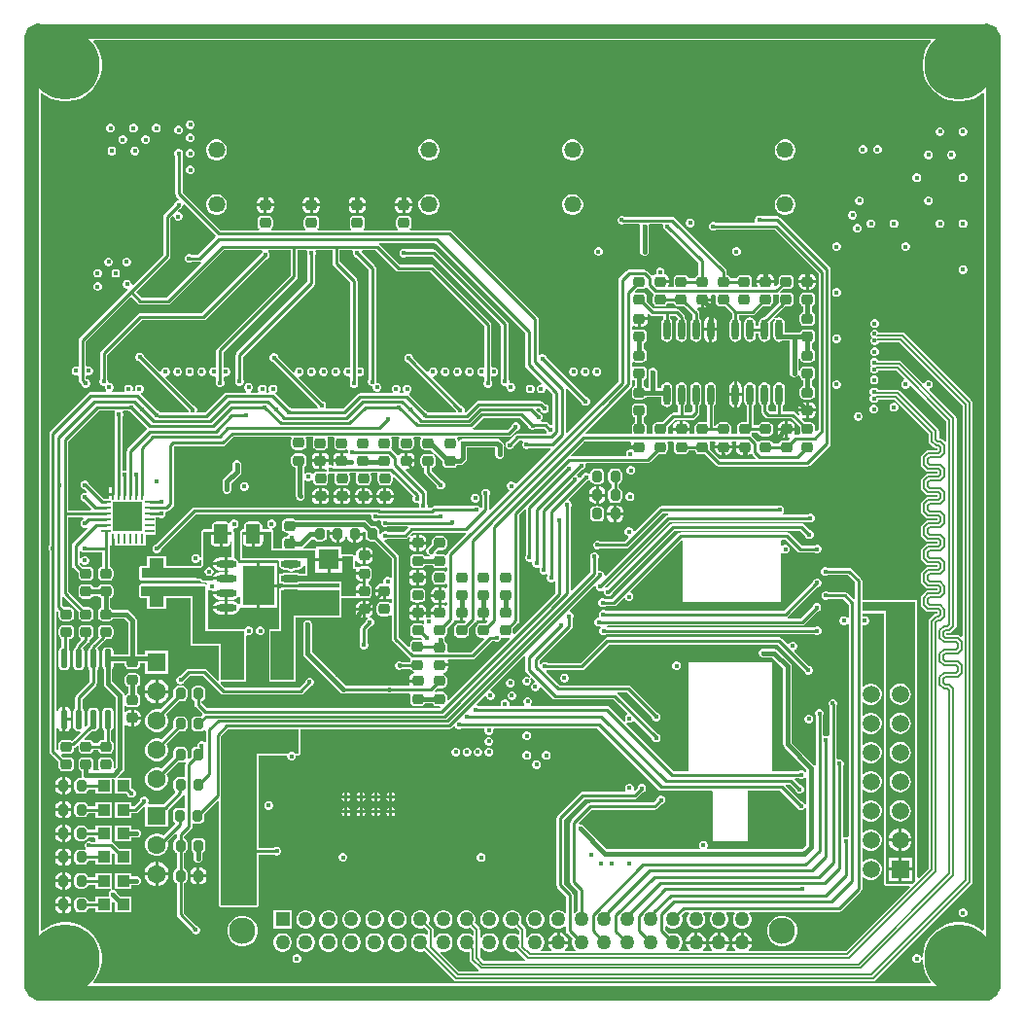
<source format=gbl>
G04*
G04 #@! TF.GenerationSoftware,Altium Limited,Altium Designer,24.1.2 (44)*
G04*
G04 Layer_Physical_Order=4*
G04 Layer_Color=16711680*
%FSLAX44Y44*%
%MOMM*%
G71*
G04*
G04 #@! TF.SameCoordinates,FCEE4AF4-6A06-48D6-82EE-D5922FD24EB1*
G04*
G04*
G04 #@! TF.FilePolarity,Positive*
G04*
G01*
G75*
%ADD12C,0.2540*%
%ADD15C,0.3810*%
%ADD25C,1.2300*%
%ADD45R,1.8000X1.8000*%
G04:AMPARAMS|DCode=62|XSize=0.95mm|YSize=0.85mm|CornerRadius=0.2125mm|HoleSize=0mm|Usage=FLASHONLY|Rotation=0.000|XOffset=0mm|YOffset=0mm|HoleType=Round|Shape=RoundedRectangle|*
%AMROUNDEDRECTD62*
21,1,0.9500,0.4250,0,0,0.0*
21,1,0.5250,0.8500,0,0,0.0*
1,1,0.4250,0.2625,-0.2125*
1,1,0.4250,-0.2625,-0.2125*
1,1,0.4250,-0.2625,0.2125*
1,1,0.4250,0.2625,0.2125*
%
%ADD62ROUNDEDRECTD62*%
%ADD63O,0.6000X1.8000*%
G04:AMPARAMS|DCode=64|XSize=0.95mm|YSize=0.85mm|CornerRadius=0.2125mm|HoleSize=0mm|Usage=FLASHONLY|Rotation=90.000|XOffset=0mm|YOffset=0mm|HoleType=Round|Shape=RoundedRectangle|*
%AMROUNDEDRECTD64*
21,1,0.9500,0.4250,0,0,90.0*
21,1,0.5250,0.8500,0,0,90.0*
1,1,0.4250,0.2125,0.2625*
1,1,0.4250,0.2125,-0.2625*
1,1,0.4250,-0.2125,-0.2625*
1,1,0.4250,-0.2125,0.2625*
%
%ADD64ROUNDEDRECTD64*%
%ADD127C,0.1800*%
%ADD130C,2.3000*%
%ADD131R,1.2580X1.2580*%
%ADD132C,1.2580*%
%ADD133C,0.3000*%
%ADD136C,1.4580*%
%ADD137C,1.6000*%
%ADD138R,1.6000X1.6000*%
%ADD139C,1.0000*%
%ADD140C,6.0000*%
%ADD141C,0.4000*%
G04:AMPARAMS|DCode=146|XSize=1.64mm|YSize=0.59mm|CornerRadius=0.1475mm|HoleSize=0mm|Usage=FLASHONLY|Rotation=90.000|XOffset=0mm|YOffset=0mm|HoleType=Round|Shape=RoundedRectangle|*
%AMROUNDEDRECTD146*
21,1,1.6400,0.2950,0,0,90.0*
21,1,1.3450,0.5900,0,0,90.0*
1,1,0.2950,0.1475,0.6725*
1,1,0.2950,0.1475,-0.6725*
1,1,0.2950,-0.1475,-0.6725*
1,1,0.2950,-0.1475,0.6725*
%
%ADD146ROUNDEDRECTD146*%
G04:AMPARAMS|DCode=147|XSize=1.75mm|YSize=1.25mm|CornerRadius=0.2438mm|HoleSize=0mm|Usage=FLASHONLY|Rotation=270.000|XOffset=0mm|YOffset=0mm|HoleType=Round|Shape=RoundedRectangle|*
%AMROUNDEDRECTD147*
21,1,1.7500,0.7625,0,0,270.0*
21,1,1.2625,1.2500,0,0,270.0*
1,1,0.4875,-0.3813,-0.6313*
1,1,0.4875,-0.3813,0.6313*
1,1,0.4875,0.3813,0.6313*
1,1,0.4875,0.3813,-0.6313*
%
%ADD147ROUNDEDRECTD147*%
%ADD148R,2.0000X4.2000*%
%ADD149R,0.2746X0.8048*%
%ADD150R,0.8048X0.2746*%
%ADD151R,2.6500X2.6500*%
%ADD152R,1.3000X1.1500*%
%ADD153O,1.8000X0.6000*%
%ADD154R,2.7178X3.4036*%
%ADD155R,1.1000X1.0000*%
%ADD156R,5.3760X0.8787*%
%ADD157C,1.5000*%
%ADD158R,1.5000X1.5000*%
G36*
X837997Y837997D02*
X837984Y830638D01*
X837837D01*
X830440Y838035D01*
X837959D01*
X837997Y837997D01*
D02*
G37*
G36*
X19362Y837984D02*
Y837837D01*
X11965Y830440D01*
Y837959D01*
X12003Y837997D01*
X19362Y837984D01*
D02*
G37*
G36*
X789061Y835651D02*
X789526Y834381D01*
X786819Y830656D01*
X784548Y826199D01*
X783002Y821442D01*
X782220Y816501D01*
Y811499D01*
X783002Y806558D01*
X784548Y801801D01*
X786819Y797344D01*
X789760Y793297D01*
X793297Y789760D01*
X797344Y786819D01*
X801801Y784548D01*
X806558Y783002D01*
X811499Y782220D01*
X816501D01*
X821442Y783002D01*
X826199Y784548D01*
X830656Y786819D01*
X834387Y789530D01*
X835657Y789071D01*
X835657Y60929D01*
X834387Y60470D01*
X830656Y63181D01*
X826199Y65452D01*
X821442Y66997D01*
X816501Y67780D01*
X811499D01*
X806558Y66997D01*
X801801Y65452D01*
X797344Y63181D01*
X793297Y60240D01*
X789760Y56703D01*
X786819Y52656D01*
X784548Y48199D01*
X783002Y43442D01*
X782220Y38501D01*
Y37068D01*
X780950Y36815D01*
X780491Y37923D01*
X779428Y38987D01*
X778038Y39562D01*
X776535D01*
X775145Y38987D01*
X774082Y37923D01*
X773506Y36534D01*
Y35030D01*
X774082Y33641D01*
X775145Y32578D01*
X776535Y32002D01*
X778038D01*
X779428Y32578D01*
X780491Y33641D01*
X780950Y34749D01*
X782220Y34496D01*
Y33499D01*
X783002Y28558D01*
X784548Y23801D01*
X786819Y19344D01*
X789526Y15619D01*
X789061Y14349D01*
X60939Y14349D01*
X60474Y15619D01*
X63181Y19344D01*
X65452Y23801D01*
X66997Y28558D01*
X67780Y33499D01*
Y38501D01*
X66997Y43442D01*
X65452Y48199D01*
X63181Y52656D01*
X60240Y56703D01*
X56703Y60240D01*
X52656Y63181D01*
X48199Y65452D01*
X43442Y66997D01*
X38501Y67780D01*
X33499D01*
X28558Y66997D01*
X23801Y65452D01*
X19344Y63181D01*
X15625Y60479D01*
X14355Y60949D01*
X14355Y789051D01*
X15625Y789521D01*
X19344Y786819D01*
X23801Y784548D01*
X28558Y783002D01*
X33499Y782220D01*
X38501D01*
X43442Y783002D01*
X48199Y784548D01*
X52656Y786819D01*
X56703Y789760D01*
X60240Y793297D01*
X63181Y797344D01*
X65452Y801801D01*
X66997Y806558D01*
X67780Y811499D01*
Y816501D01*
X66997Y821442D01*
X65452Y826199D01*
X63181Y830656D01*
X60474Y834381D01*
X60939Y835651D01*
X789061Y835651D01*
D02*
G37*
G36*
X838035Y12041D02*
X837997Y12003D01*
X830638Y12016D01*
Y12163D01*
X838035Y19560D01*
Y12041D01*
D02*
G37*
G36*
X19560Y11965D02*
X12041D01*
X12003Y12003D01*
X12016Y19362D01*
X12163D01*
X19560Y11965D01*
D02*
G37*
%LPC*%
G36*
X145399Y765780D02*
X143895D01*
X142506Y765204D01*
X141443Y764141D01*
X140867Y762752D01*
Y761248D01*
X141443Y759859D01*
X142506Y758795D01*
X143895Y758220D01*
X145399D01*
X146788Y758795D01*
X147852Y759859D01*
X148427Y761248D01*
Y762752D01*
X147852Y764141D01*
X146788Y765204D01*
X145399Y765780D01*
D02*
G37*
G36*
X115899Y762598D02*
X114395D01*
X113006Y762022D01*
X111942Y760959D01*
X111367Y759569D01*
Y758066D01*
X111942Y756676D01*
X113006Y755613D01*
X114395Y755038D01*
X115899D01*
X117288Y755613D01*
X118351Y756676D01*
X118927Y758066D01*
Y759569D01*
X118351Y760959D01*
X117288Y762022D01*
X115899Y762598D01*
D02*
G37*
G36*
X95899D02*
X94395D01*
X93006Y762022D01*
X91942Y760959D01*
X91367Y759569D01*
Y758066D01*
X91942Y756676D01*
X93006Y755613D01*
X94395Y755038D01*
X95899D01*
X97288Y755613D01*
X98351Y756676D01*
X98927Y758066D01*
Y759569D01*
X98351Y760959D01*
X97288Y762022D01*
X95899Y762598D01*
D02*
G37*
G36*
X75899D02*
X74395D01*
X73005Y762022D01*
X71942Y760959D01*
X71367Y759569D01*
Y758066D01*
X71942Y756676D01*
X73005Y755613D01*
X74395Y755038D01*
X75899D01*
X77288Y755613D01*
X78351Y756676D01*
X78927Y758066D01*
Y759569D01*
X78351Y760959D01*
X77288Y762022D01*
X75899Y762598D01*
D02*
G37*
G36*
X135195Y761081D02*
X133691D01*
X132302Y760506D01*
X131239Y759442D01*
X130663Y758053D01*
Y756549D01*
X131239Y755160D01*
X132302Y754097D01*
X133691Y753521D01*
X135195D01*
X136585Y754097D01*
X137648Y755160D01*
X138223Y756549D01*
Y758053D01*
X137648Y759442D01*
X136585Y760506D01*
X135195Y761081D01*
D02*
G37*
G36*
X818038Y759563D02*
X816535D01*
X815145Y758987D01*
X814082Y757924D01*
X813506Y756534D01*
Y755031D01*
X814082Y753641D01*
X815145Y752578D01*
X816535Y752002D01*
X818038D01*
X819428Y752578D01*
X820491Y753641D01*
X821067Y755031D01*
Y756534D01*
X820491Y757924D01*
X819428Y758987D01*
X818038Y759563D01*
D02*
G37*
G36*
X798038D02*
X796535D01*
X795145Y758987D01*
X794082Y757924D01*
X793506Y756534D01*
Y755031D01*
X794082Y753641D01*
X795145Y752578D01*
X796535Y752002D01*
X798038D01*
X799428Y752578D01*
X800491Y753641D01*
X801067Y755031D01*
Y756534D01*
X800491Y757924D01*
X799428Y758987D01*
X798038Y759563D01*
D02*
G37*
G36*
X145399Y754350D02*
X143895D01*
X142506Y753774D01*
X141443Y752711D01*
X140867Y751322D01*
Y749818D01*
X141443Y748429D01*
X142506Y747365D01*
X143895Y746790D01*
X145399D01*
X146788Y747365D01*
X147852Y748429D01*
X148427Y749818D01*
Y751322D01*
X147852Y752711D01*
X146788Y753774D01*
X145399Y754350D01*
D02*
G37*
G36*
X106496Y752728D02*
X104992D01*
X103603Y752152D01*
X102539Y751089D01*
X101964Y749699D01*
Y748196D01*
X102539Y746806D01*
X103603Y745743D01*
X104992Y745168D01*
X106496D01*
X107885Y745743D01*
X108948Y746806D01*
X109524Y748196D01*
Y749699D01*
X108948Y751089D01*
X107885Y752152D01*
X106496Y752728D01*
D02*
G37*
G36*
X86496D02*
X84992D01*
X83602Y752152D01*
X82539Y751089D01*
X81964Y749699D01*
Y748196D01*
X82539Y746806D01*
X83602Y745743D01*
X84992Y745168D01*
X86496D01*
X87885Y745743D01*
X88948Y746806D01*
X89524Y748196D01*
Y749699D01*
X88948Y751089D01*
X87885Y752152D01*
X86496Y752728D01*
D02*
G37*
G36*
X743702Y744190D02*
X742198D01*
X740809Y743615D01*
X739745Y742551D01*
X739170Y741162D01*
Y739658D01*
X739745Y738269D01*
X740809Y737206D01*
X742198Y736630D01*
X743702D01*
X745091Y737206D01*
X746154Y738269D01*
X746730Y739658D01*
Y741162D01*
X746154Y742551D01*
X745091Y743615D01*
X743702Y744190D01*
D02*
G37*
G36*
X731002D02*
X729498D01*
X728109Y743615D01*
X727046Y742551D01*
X726470Y741162D01*
Y739658D01*
X727046Y738269D01*
X728109Y737206D01*
X729498Y736630D01*
X731002D01*
X732391Y737206D01*
X733455Y738269D01*
X734030Y739658D01*
Y741162D01*
X733455Y742551D01*
X732391Y743615D01*
X731002Y744190D01*
D02*
G37*
G36*
X97093Y742858D02*
X95589D01*
X94199Y742282D01*
X93136Y741219D01*
X92561Y739830D01*
Y738326D01*
X93136Y736937D01*
X94199Y735873D01*
X95589Y735298D01*
X97093D01*
X98482Y735873D01*
X99545Y736937D01*
X100121Y738326D01*
Y739830D01*
X99545Y741219D01*
X98482Y742282D01*
X97093Y742858D01*
D02*
G37*
G36*
X77092D02*
X75589D01*
X74199Y742282D01*
X73136Y741219D01*
X72561Y739830D01*
Y738326D01*
X73136Y736937D01*
X74199Y735873D01*
X75589Y735298D01*
X77092D01*
X78482Y735873D01*
X79545Y736937D01*
X80121Y738326D01*
Y739830D01*
X79545Y741219D01*
X78482Y742282D01*
X77092Y742858D01*
D02*
G37*
G36*
X145399Y740733D02*
X143895D01*
X142506Y740157D01*
X141443Y739094D01*
X140867Y737704D01*
Y736201D01*
X141443Y734811D01*
X142506Y733748D01*
X143895Y733173D01*
X145399D01*
X146788Y733748D01*
X147852Y734811D01*
X148427Y736201D01*
Y737704D01*
X147852Y739094D01*
X146788Y740157D01*
X145399Y740733D01*
D02*
G37*
G36*
X808038Y739563D02*
X806535D01*
X805145Y738987D01*
X804082Y737924D01*
X803506Y736534D01*
Y735031D01*
X804082Y733641D01*
X805145Y732578D01*
X806535Y732002D01*
X808038D01*
X809428Y732578D01*
X810491Y733641D01*
X811067Y735031D01*
Y736534D01*
X810491Y737924D01*
X809428Y738987D01*
X808038Y739563D01*
D02*
G37*
G36*
X788038D02*
X786535D01*
X785145Y738987D01*
X784082Y737924D01*
X783506Y736534D01*
Y735031D01*
X784082Y733641D01*
X785145Y732578D01*
X786535Y732002D01*
X788038D01*
X789428Y732578D01*
X790491Y733641D01*
X791067Y735031D01*
Y736534D01*
X790491Y737924D01*
X789428Y738987D01*
X788038Y739563D01*
D02*
G37*
G36*
X663694Y749070D02*
X661306D01*
X658999Y748452D01*
X656931Y747258D01*
X655242Y745569D01*
X654048Y743501D01*
X653430Y741194D01*
Y738806D01*
X654048Y736499D01*
X655242Y734431D01*
X656931Y732742D01*
X658999Y731548D01*
X661306Y730930D01*
X663694D01*
X666001Y731548D01*
X668069Y732742D01*
X669758Y734431D01*
X670952Y736499D01*
X671570Y738806D01*
Y741194D01*
X670952Y743501D01*
X669758Y745569D01*
X668069Y747258D01*
X666001Y748452D01*
X663694Y749070D01*
D02*
G37*
G36*
X478694D02*
X476306D01*
X473999Y748452D01*
X471931Y747258D01*
X470242Y745569D01*
X469048Y743501D01*
X468430Y741194D01*
Y738806D01*
X469048Y736499D01*
X470242Y734431D01*
X471931Y732742D01*
X473999Y731548D01*
X476306Y730930D01*
X478694D01*
X481001Y731548D01*
X483069Y732742D01*
X484758Y734431D01*
X485952Y736499D01*
X486570Y738806D01*
Y741194D01*
X485952Y743501D01*
X484758Y745569D01*
X483069Y747258D01*
X481001Y748452D01*
X478694Y749070D01*
D02*
G37*
G36*
X353694D02*
X351306D01*
X348999Y748452D01*
X346931Y747258D01*
X345242Y745569D01*
X344048Y743501D01*
X343430Y741194D01*
Y738806D01*
X344048Y736499D01*
X345242Y734431D01*
X346931Y732742D01*
X348999Y731548D01*
X351306Y730930D01*
X353694D01*
X356001Y731548D01*
X358069Y732742D01*
X359758Y734431D01*
X360952Y736499D01*
X361570Y738806D01*
Y741194D01*
X360952Y743501D01*
X359758Y745569D01*
X358069Y747258D01*
X356001Y748452D01*
X353694Y749070D01*
D02*
G37*
G36*
X168694D02*
X166306D01*
X163999Y748452D01*
X161931Y747258D01*
X160242Y745569D01*
X159048Y743501D01*
X158430Y741194D01*
Y738806D01*
X159048Y736499D01*
X160242Y734431D01*
X161931Y732742D01*
X163999Y731548D01*
X166306Y730930D01*
X168694D01*
X171001Y731548D01*
X173069Y732742D01*
X174758Y734431D01*
X175952Y736499D01*
X176570Y738806D01*
Y741194D01*
X175952Y743501D01*
X174758Y745569D01*
X173069Y747258D01*
X171001Y748452D01*
X168694Y749070D01*
D02*
G37*
G36*
X145399Y726410D02*
X143895D01*
X142506Y725835D01*
X141443Y724771D01*
X140867Y723382D01*
Y721878D01*
X141443Y720489D01*
X142506Y719426D01*
X143895Y718850D01*
X145399D01*
X146788Y719426D01*
X147852Y720489D01*
X148427Y721878D01*
Y723382D01*
X147852Y724771D01*
X146788Y725835D01*
X145399Y726410D01*
D02*
G37*
G36*
X818038Y719563D02*
X816535D01*
X815145Y718987D01*
X814082Y717924D01*
X813506Y716534D01*
Y715031D01*
X814082Y713641D01*
X815145Y712578D01*
X816535Y712002D01*
X818038D01*
X819428Y712578D01*
X820491Y713641D01*
X821067Y715031D01*
Y716534D01*
X820491Y717924D01*
X819428Y718987D01*
X818038Y719563D01*
D02*
G37*
G36*
X778038D02*
X776535D01*
X775145Y718987D01*
X774082Y717924D01*
X773506Y716534D01*
Y715031D01*
X774082Y713641D01*
X775145Y712578D01*
X776535Y712002D01*
X778038D01*
X779428Y712578D01*
X780491Y713641D01*
X781067Y715031D01*
Y716534D01*
X780491Y717924D01*
X779428Y718987D01*
X778038Y719563D01*
D02*
G37*
G36*
X333079Y698791D02*
X331724D01*
Y693180D01*
X337835D01*
Y694035D01*
X337473Y695855D01*
X336442Y697398D01*
X334899Y698429D01*
X333079Y698791D01*
D02*
G37*
G36*
X292625D02*
X291270D01*
Y693180D01*
X297381D01*
Y694035D01*
X297019Y695855D01*
X295988Y697398D01*
X294445Y698429D01*
X292625Y698791D01*
D02*
G37*
G36*
X252625D02*
X251270D01*
Y693180D01*
X257381D01*
Y694035D01*
X257019Y695855D01*
X255988Y697398D01*
X254445Y698429D01*
X252625Y698791D01*
D02*
G37*
G36*
X212625D02*
X211270D01*
Y693180D01*
X217381D01*
Y694035D01*
X217019Y695855D01*
X215988Y697398D01*
X214445Y698429D01*
X212625Y698791D01*
D02*
G37*
G36*
X288730D02*
X287375D01*
X285555Y698429D01*
X284012Y697398D01*
X282981Y695855D01*
X282619Y694035D01*
Y693180D01*
X288730D01*
Y698791D01*
D02*
G37*
G36*
X329184D02*
X327829D01*
X326009Y698429D01*
X324466Y697398D01*
X323435Y695855D01*
X323073Y694035D01*
Y693180D01*
X329184D01*
Y698791D01*
D02*
G37*
G36*
X208730D02*
X207375D01*
X205555Y698429D01*
X204012Y697398D01*
X202981Y695855D01*
X202619Y694035D01*
Y693180D01*
X208730D01*
Y698791D01*
D02*
G37*
G36*
X248730D02*
X247375D01*
X245555Y698429D01*
X244012Y697398D01*
X242981Y695855D01*
X242619Y694035D01*
Y693180D01*
X248730D01*
Y698791D01*
D02*
G37*
G36*
X788038Y699563D02*
X786535D01*
X785145Y698987D01*
X784082Y697924D01*
X783506Y696534D01*
Y695031D01*
X784082Y693641D01*
X785145Y692578D01*
X786535Y692002D01*
X788038D01*
X789428Y692578D01*
X790491Y693641D01*
X791067Y695031D01*
Y696534D01*
X790491Y697924D01*
X789428Y698987D01*
X788038Y699563D01*
D02*
G37*
G36*
X728038D02*
X726535D01*
X725145Y698987D01*
X724082Y697924D01*
X723506Y696534D01*
Y695031D01*
X724082Y693641D01*
X725145Y692578D01*
X726535Y692002D01*
X728038D01*
X729428Y692578D01*
X730491Y693641D01*
X731067Y695031D01*
Y696534D01*
X730491Y697924D01*
X729428Y698987D01*
X728038Y699563D01*
D02*
G37*
G36*
X337835Y690640D02*
X331724D01*
Y685028D01*
X333079D01*
X334899Y685390D01*
X336442Y686422D01*
X337473Y687965D01*
X337835Y689785D01*
Y690640D01*
D02*
G37*
G36*
X329184D02*
X323073D01*
Y689785D01*
X323435Y687965D01*
X324466Y686422D01*
X326009Y685390D01*
X327829Y685028D01*
X329184D01*
Y690640D01*
D02*
G37*
G36*
X297381D02*
X291270D01*
Y685028D01*
X292625D01*
X294445Y685390D01*
X295988Y686422D01*
X297019Y687965D01*
X297381Y689785D01*
Y690640D01*
D02*
G37*
G36*
X288730D02*
X282619D01*
Y689785D01*
X282981Y687965D01*
X284012Y686422D01*
X285555Y685390D01*
X287375Y685028D01*
X288730D01*
Y690640D01*
D02*
G37*
G36*
X257381D02*
X251270D01*
Y685028D01*
X252625D01*
X254445Y685390D01*
X255988Y686422D01*
X257019Y687965D01*
X257381Y689785D01*
Y690640D01*
D02*
G37*
G36*
X248730D02*
X242619D01*
Y689785D01*
X242981Y687965D01*
X244012Y686422D01*
X245555Y685390D01*
X247375Y685028D01*
X248730D01*
Y690640D01*
D02*
G37*
G36*
X217381D02*
X211270D01*
Y685028D01*
X212625D01*
X214445Y685390D01*
X215988Y686422D01*
X217019Y687965D01*
X217381Y689785D01*
Y690640D01*
D02*
G37*
G36*
X208730D02*
X202619D01*
Y689785D01*
X202981Y687965D01*
X204012Y686422D01*
X205555Y685390D01*
X207375Y685028D01*
X208730D01*
Y690640D01*
D02*
G37*
G36*
X663694Y701570D02*
X661306D01*
X658999Y700952D01*
X656931Y699758D01*
X655242Y698069D01*
X654048Y696001D01*
X653430Y693694D01*
Y691306D01*
X654048Y688999D01*
X655242Y686931D01*
X656931Y685242D01*
X658999Y684048D01*
X661306Y683430D01*
X663694D01*
X666001Y684048D01*
X668069Y685242D01*
X669758Y686931D01*
X670952Y688999D01*
X671570Y691306D01*
Y693694D01*
X670952Y696001D01*
X669758Y698069D01*
X668069Y699758D01*
X666001Y700952D01*
X663694Y701570D01*
D02*
G37*
G36*
X478694D02*
X476306D01*
X473999Y700952D01*
X471931Y699758D01*
X470242Y698069D01*
X469048Y696001D01*
X468430Y693694D01*
Y691306D01*
X469048Y688999D01*
X470242Y686931D01*
X471931Y685242D01*
X473999Y684048D01*
X476306Y683430D01*
X478694D01*
X481001Y684048D01*
X483069Y685242D01*
X484758Y686931D01*
X485952Y688999D01*
X486570Y691306D01*
Y693694D01*
X485952Y696001D01*
X484758Y698069D01*
X483069Y699758D01*
X481001Y700952D01*
X478694Y701570D01*
D02*
G37*
G36*
X353694D02*
X351306D01*
X348999Y700952D01*
X346931Y699758D01*
X345242Y698069D01*
X344048Y696001D01*
X343430Y693694D01*
Y691306D01*
X344048Y688999D01*
X345242Y686931D01*
X346931Y685242D01*
X348999Y684048D01*
X351306Y683430D01*
X353694D01*
X356001Y684048D01*
X358069Y685242D01*
X359758Y686931D01*
X360952Y688999D01*
X361570Y691306D01*
Y693694D01*
X360952Y696001D01*
X359758Y698069D01*
X358069Y699758D01*
X356001Y700952D01*
X353694Y701570D01*
D02*
G37*
G36*
X168694D02*
X166306D01*
X163999Y700952D01*
X161931Y699758D01*
X160242Y698069D01*
X159048Y696001D01*
X158430Y693694D01*
Y691306D01*
X159048Y688999D01*
X160242Y686931D01*
X161931Y685242D01*
X163999Y684048D01*
X166306Y683430D01*
X168694D01*
X171001Y684048D01*
X173069Y685242D01*
X174758Y686931D01*
X175952Y688999D01*
X176570Y691306D01*
Y693694D01*
X175952Y696001D01*
X174758Y698069D01*
X173069Y699758D01*
X171001Y700952D01*
X168694Y701570D01*
D02*
G37*
G36*
X721934Y687001D02*
X720430D01*
X719041Y686426D01*
X717977Y685363D01*
X717402Y683973D01*
Y682470D01*
X717977Y681080D01*
X719041Y680017D01*
X720430Y679441D01*
X721934D01*
X723323Y680017D01*
X724386Y681080D01*
X724962Y682470D01*
Y683973D01*
X724386Y685363D01*
X723323Y686426D01*
X721934Y687001D01*
D02*
G37*
G36*
X580752Y680280D02*
X579248D01*
X577859Y679705D01*
X576796Y678641D01*
X576220Y677252D01*
Y675748D01*
X576796Y674359D01*
X577859Y673296D01*
X579248Y672720D01*
X580752D01*
X582141Y673296D01*
X583204Y674359D01*
X583780Y675748D01*
Y677252D01*
X583204Y678641D01*
X582141Y679705D01*
X580752Y680280D01*
D02*
G37*
G36*
X818038Y679562D02*
X816535D01*
X815145Y678987D01*
X814082Y677924D01*
X813506Y676534D01*
Y675031D01*
X814082Y673641D01*
X815145Y672578D01*
X816535Y672002D01*
X818038D01*
X819428Y672578D01*
X820491Y673641D01*
X821067Y675031D01*
Y676534D01*
X820491Y677924D01*
X819428Y678987D01*
X818038Y679562D01*
D02*
G37*
G36*
X798038D02*
X796535D01*
X795145Y678987D01*
X794082Y677924D01*
X793506Y676534D01*
Y675031D01*
X794082Y673641D01*
X795145Y672578D01*
X796535Y672002D01*
X798038D01*
X799428Y672578D01*
X800491Y673641D01*
X801067Y675031D01*
Y676534D01*
X800491Y677924D01*
X799428Y678987D01*
X798038Y679562D01*
D02*
G37*
G36*
X758038D02*
X756535D01*
X755145Y678987D01*
X754082Y677924D01*
X753506Y676534D01*
Y675031D01*
X754082Y673641D01*
X755145Y672578D01*
X756535Y672002D01*
X758038D01*
X759428Y672578D01*
X760491Y673641D01*
X761067Y675031D01*
Y676534D01*
X760491Y677924D01*
X759428Y678987D01*
X758038Y679562D01*
D02*
G37*
G36*
X738038D02*
X736535D01*
X735145Y678987D01*
X734082Y677924D01*
X733506Y676534D01*
Y675031D01*
X734082Y673641D01*
X735145Y672578D01*
X736535Y672002D01*
X738038D01*
X739428Y672578D01*
X740491Y673641D01*
X741067Y675031D01*
Y676534D01*
X740491Y677924D01*
X739428Y678987D01*
X738038Y679562D01*
D02*
G37*
G36*
X726176Y675356D02*
X724672D01*
X723283Y674781D01*
X722219Y673717D01*
X721644Y672328D01*
Y670824D01*
X722219Y669435D01*
X723283Y668372D01*
X724672Y667796D01*
X726176D01*
X727565Y668372D01*
X728628Y669435D01*
X729204Y670824D01*
Y672328D01*
X728628Y673717D01*
X727565Y674781D01*
X726176Y675356D01*
D02*
G37*
G36*
X768038Y659562D02*
X766535D01*
X765145Y658987D01*
X764082Y657924D01*
X763506Y656534D01*
Y655031D01*
X764082Y653641D01*
X765145Y652578D01*
X766535Y652002D01*
X768038D01*
X769428Y652578D01*
X770491Y653641D01*
X771067Y655031D01*
Y656534D01*
X770491Y657924D01*
X769428Y658987D01*
X768038Y659562D01*
D02*
G37*
G36*
X708038D02*
X706535D01*
X705145Y658987D01*
X704082Y657924D01*
X703506Y656534D01*
Y655031D01*
X704082Y653641D01*
X705145Y652578D01*
X706535Y652002D01*
X708038D01*
X709428Y652578D01*
X710491Y653641D01*
X711067Y655031D01*
Y656534D01*
X710491Y657924D01*
X709428Y658987D01*
X708038Y659562D01*
D02*
G37*
G36*
X620752Y655280D02*
X619248D01*
X617859Y654705D01*
X616796Y653641D01*
X616220Y652252D01*
Y650748D01*
X616796Y649359D01*
X617859Y648296D01*
X619248Y647720D01*
X620752D01*
X622141Y648296D01*
X623204Y649359D01*
X623780Y650748D01*
Y652252D01*
X623204Y653641D01*
X622141Y654705D01*
X620752Y655280D01*
D02*
G37*
G36*
X500752D02*
X499248D01*
X497859Y654705D01*
X496796Y653641D01*
X496220Y652252D01*
Y650748D01*
X496796Y649359D01*
X497859Y648296D01*
X499248Y647720D01*
X500752D01*
X502141Y648296D01*
X503204Y649359D01*
X503780Y650748D01*
Y652252D01*
X503204Y653641D01*
X502141Y654705D01*
X500752Y655280D01*
D02*
G37*
G36*
X74176Y646228D02*
X72672D01*
X71283Y645652D01*
X70219Y644589D01*
X69644Y643199D01*
Y641696D01*
X70219Y640306D01*
X71283Y639243D01*
X72672Y638668D01*
X74176D01*
X75565Y639243D01*
X76628Y640306D01*
X77204Y641696D01*
Y643199D01*
X76628Y644589D01*
X75565Y645652D01*
X74176Y646228D01*
D02*
G37*
G36*
X89854Y646220D02*
X88350D01*
X86961Y645644D01*
X85898Y644581D01*
X85322Y643192D01*
Y641688D01*
X85898Y640298D01*
X86961Y639235D01*
X88350Y638660D01*
X89854D01*
X91243Y639235D01*
X92307Y640298D01*
X92882Y641688D01*
Y643192D01*
X92307Y644581D01*
X91243Y645644D01*
X89854Y646220D01*
D02*
G37*
G36*
X818038Y639562D02*
X816535D01*
X815145Y638987D01*
X814082Y637924D01*
X813506Y636534D01*
Y635031D01*
X814082Y633641D01*
X815145Y632578D01*
X816535Y632002D01*
X818038D01*
X819428Y632578D01*
X820491Y633641D01*
X821067Y635031D01*
Y636534D01*
X820491Y637924D01*
X819428Y638987D01*
X818038Y639562D01*
D02*
G37*
G36*
X64773Y636358D02*
X63269D01*
X61880Y635782D01*
X60816Y634719D01*
X60241Y633330D01*
Y631826D01*
X60816Y630437D01*
X61880Y629373D01*
X63269Y628798D01*
X64773D01*
X66162Y629373D01*
X67225Y630437D01*
X67801Y631826D01*
Y633330D01*
X67225Y634719D01*
X66162Y635782D01*
X64773Y636358D01*
D02*
G37*
G36*
X80451Y636350D02*
X78947D01*
X77558Y635774D01*
X76495Y634711D01*
X75919Y633322D01*
Y631818D01*
X76495Y630429D01*
X77558Y629365D01*
X78947Y628790D01*
X80451D01*
X81840Y629365D01*
X82904Y630429D01*
X83479Y631818D01*
Y633322D01*
X82904Y634711D01*
X81840Y635774D01*
X80451Y636350D01*
D02*
G37*
G36*
X684484Y632047D02*
X683129D01*
Y626436D01*
X689241D01*
Y627291D01*
X688879Y629111D01*
X687848Y630654D01*
X686305Y631685D01*
X684484Y632047D01*
D02*
G37*
G36*
X647906D02*
X646551D01*
Y626436D01*
X652662D01*
Y627291D01*
X652300Y629111D01*
X651269Y630654D01*
X649726Y631685D01*
X647906Y632047D01*
D02*
G37*
G36*
X644010D02*
X642656D01*
X640835Y631685D01*
X639292Y630654D01*
X638261Y629111D01*
X637899Y627291D01*
Y626436D01*
X644010D01*
Y632047D01*
D02*
G37*
G36*
X680589D02*
X679234D01*
X677414Y631685D01*
X675871Y630654D01*
X674840Y629111D01*
X674478Y627291D01*
Y626436D01*
X680589D01*
Y632047D01*
D02*
G37*
G36*
X689241Y623896D02*
X683129D01*
Y618285D01*
X684484D01*
X686305Y618647D01*
X687848Y619678D01*
X688879Y621221D01*
X689241Y623041D01*
Y623896D01*
D02*
G37*
G36*
X680589D02*
X674478D01*
Y623041D01*
X674840Y621221D01*
X675871Y619678D01*
X677414Y618647D01*
X679234Y618285D01*
X680589D01*
Y623896D01*
D02*
G37*
G36*
X64773Y624818D02*
X63269D01*
X61880Y624242D01*
X60816Y623179D01*
X60241Y621790D01*
Y620286D01*
X60816Y618896D01*
X61880Y617833D01*
X63269Y617258D01*
X64773D01*
X66162Y617833D01*
X67225Y618896D01*
X67801Y620286D01*
Y621790D01*
X67225Y623179D01*
X66162Y624242D01*
X64773Y624818D01*
D02*
G37*
G36*
X708038Y619562D02*
X706535D01*
X705145Y618987D01*
X704082Y617924D01*
X703506Y616534D01*
Y615031D01*
X704082Y613641D01*
X705145Y612578D01*
X706535Y612002D01*
X708038D01*
X709428Y612578D01*
X710491Y613641D01*
X711067Y615031D01*
Y616534D01*
X710491Y617924D01*
X709428Y618987D01*
X708038Y619562D01*
D02*
G37*
G36*
X597669Y608396D02*
X591557D01*
Y602785D01*
X592912D01*
X594732Y603147D01*
X596275Y604178D01*
X597307Y605721D01*
X597669Y607541D01*
Y608396D01*
D02*
G37*
G36*
X684484Y615773D02*
X679234D01*
X677711Y615469D01*
X676419Y614606D01*
X675556Y613315D01*
X675253Y611791D01*
Y607541D01*
X675556Y606017D01*
X676419Y604726D01*
X677711Y603862D01*
X678102Y603785D01*
Y598931D01*
X677711Y598853D01*
X676419Y597990D01*
X675556Y596698D01*
X675253Y595174D01*
Y590924D01*
X675556Y589401D01*
X676419Y588109D01*
X677711Y587246D01*
X679234Y586943D01*
X684484D01*
X686008Y587246D01*
X687300Y588109D01*
X688163Y589401D01*
X688466Y590924D01*
Y595174D01*
X688163Y596698D01*
X687300Y597990D01*
X686008Y598853D01*
X685617Y598931D01*
Y603785D01*
X686008Y603862D01*
X687300Y604726D01*
X688163Y606017D01*
X688466Y607541D01*
Y611791D01*
X688163Y613315D01*
X687300Y614606D01*
X686008Y615469D01*
X684484Y615773D01*
D02*
G37*
G36*
X542925Y591780D02*
X536814D01*
Y586168D01*
X538169D01*
X539989Y586530D01*
X541532Y587561D01*
X542563Y589104D01*
X542925Y590924D01*
Y591780D01*
D02*
G37*
G36*
X741249Y592552D02*
X739745D01*
X738356Y591977D01*
X737293Y590913D01*
X736717Y589524D01*
Y588020D01*
X737293Y586631D01*
X738356Y585568D01*
X739745Y584992D01*
X741249D01*
X742638Y585568D01*
X743702Y586631D01*
X744277Y588020D01*
Y589524D01*
X743702Y590913D01*
X742638Y591977D01*
X741249Y592552D01*
D02*
G37*
G36*
X598913Y594927D02*
Y584801D01*
X603292D01*
Y589531D01*
X602862Y591693D01*
X601638Y593525D01*
X599805Y594750D01*
X598913Y594927D01*
D02*
G37*
G36*
X596373D02*
X595482Y594750D01*
X593649Y593525D01*
X592425Y591693D01*
X591995Y589531D01*
Y584801D01*
X596373D01*
Y594927D01*
D02*
G37*
G36*
X603292Y582261D02*
X598913D01*
Y572135D01*
X599805Y572313D01*
X601638Y573537D01*
X602862Y575369D01*
X603292Y577531D01*
Y582261D01*
D02*
G37*
G36*
X596373D02*
X591995D01*
Y577531D01*
X592425Y575369D01*
X593649Y573537D01*
X595482Y572313D01*
X596373Y572135D01*
Y582261D01*
D02*
G37*
G36*
X708038Y579562D02*
X706535D01*
X705145Y578987D01*
X704082Y577924D01*
X703506Y576534D01*
Y575031D01*
X704082Y573641D01*
X705145Y572578D01*
X706535Y572002D01*
X708038D01*
X709428Y572578D01*
X710491Y573641D01*
X711067Y575031D01*
Y576534D01*
X710491Y577924D01*
X709428Y578987D01*
X708038Y579562D01*
D02*
G37*
G36*
X741193Y568077D02*
X739689D01*
X738300Y567501D01*
X737237Y566438D01*
X736661Y565048D01*
Y563545D01*
X737237Y562155D01*
X738300Y561092D01*
X739689Y560517D01*
X741193D01*
X742582Y561092D01*
X743646Y562155D01*
X744221Y563545D01*
Y565048D01*
X743646Y566438D01*
X742582Y567501D01*
X741193Y568077D01*
D02*
G37*
G36*
X499405Y550642D02*
X497901D01*
X496511Y550067D01*
X495448Y549003D01*
X494873Y547614D01*
Y546110D01*
X495448Y544721D01*
X496511Y543658D01*
X497901Y543082D01*
X499405D01*
X500794Y543658D01*
X501857Y544721D01*
X502433Y546110D01*
Y547614D01*
X501857Y549003D01*
X500794Y550067D01*
X499405Y550642D01*
D02*
G37*
G36*
X489236D02*
X487733D01*
X486343Y550067D01*
X485280Y549003D01*
X484704Y547614D01*
Y546110D01*
X485280Y544721D01*
X486343Y543658D01*
X487733Y543082D01*
X489236D01*
X490626Y543658D01*
X491689Y544721D01*
X492264Y546110D01*
Y547614D01*
X491689Y549003D01*
X490626Y550067D01*
X489236Y550642D01*
D02*
G37*
G36*
X479068D02*
X477564D01*
X476175Y550067D01*
X475112Y549003D01*
X474536Y547614D01*
Y546110D01*
X475112Y544721D01*
X476175Y543658D01*
X477564Y543082D01*
X479068D01*
X480457Y543658D01*
X481521Y544721D01*
X482096Y546110D01*
Y547614D01*
X481521Y549003D01*
X480457Y550067D01*
X479068Y550642D01*
D02*
G37*
G36*
X740867Y543276D02*
X739363D01*
X737974Y542701D01*
X736911Y541637D01*
X736335Y540248D01*
Y538744D01*
X736911Y537355D01*
X737974Y536292D01*
X739363Y535716D01*
X740867D01*
X742257Y536292D01*
X743320Y537355D01*
X743895Y538744D01*
Y540248D01*
X743320Y541637D01*
X742257Y542701D01*
X740867Y543276D01*
D02*
G37*
G36*
X708038Y539562D02*
X706535D01*
X705145Y538987D01*
X704082Y537924D01*
X703506Y536534D01*
Y535031D01*
X704082Y533641D01*
X705145Y532578D01*
X706535Y532002D01*
X708038D01*
X709428Y532578D01*
X710491Y533641D01*
X711067Y535031D01*
Y536534D01*
X710491Y537924D01*
X709428Y538987D01*
X708038Y539562D01*
D02*
G37*
G36*
X135427Y740733D02*
X133923D01*
X132534Y740157D01*
X131470Y739094D01*
X130895Y737704D01*
Y736201D01*
X131470Y734811D01*
X131565Y734717D01*
Y701880D01*
X131802Y700690D01*
X132476Y699681D01*
X134855Y697302D01*
X134329Y696032D01*
X133675D01*
X132286Y695457D01*
X131223Y694394D01*
X130647Y693004D01*
Y692870D01*
X122017Y684240D01*
X121343Y683231D01*
X121106Y682041D01*
Y648938D01*
X94619Y622451D01*
X93349Y622977D01*
Y623919D01*
X92774Y625308D01*
X91710Y626371D01*
X90321Y626947D01*
X88817D01*
X87428Y626371D01*
X86364Y625308D01*
X85789Y623919D01*
Y622415D01*
X86364Y621026D01*
X87428Y619962D01*
X88817Y619387D01*
X89759D01*
X90285Y618117D01*
X48574Y576407D01*
X47900Y575398D01*
X47664Y574208D01*
Y551943D01*
X46394Y551106D01*
X45768Y551365D01*
X44264D01*
X42875Y550790D01*
X41812Y549727D01*
X41236Y548337D01*
Y546834D01*
X41812Y545444D01*
X42875Y544381D01*
X44264Y543805D01*
X45768D01*
X46394Y544064D01*
X47664Y543228D01*
Y539641D01*
X47900Y538451D01*
X48574Y537442D01*
X49868Y536148D01*
Y536014D01*
X50444Y534625D01*
X51507Y533561D01*
X52896Y532986D01*
X54400D01*
X55790Y533561D01*
X56853Y534625D01*
X57428Y536014D01*
Y537518D01*
X56853Y538907D01*
X55790Y539971D01*
X54400Y540546D01*
X54266D01*
X53883Y540929D01*
Y543124D01*
X55153Y543973D01*
X55557Y543805D01*
X57061D01*
X58450Y544381D01*
X59514Y545444D01*
X60089Y546834D01*
Y548337D01*
X59514Y549727D01*
X58450Y550790D01*
X57061Y551365D01*
X55557D01*
X55153Y551198D01*
X53883Y552047D01*
Y572920D01*
X93097Y612133D01*
X99099Y606131D01*
X100107Y605457D01*
X101298Y605220D01*
X101298Y605220D01*
X125238D01*
X126428Y605457D01*
X127437Y606131D01*
X174024Y652718D01*
X206924D01*
X207450Y651448D01*
X206768Y650766D01*
X206192Y649376D01*
Y649242D01*
X154928Y597978D01*
X101091D01*
X99901Y597741D01*
X98892Y597067D01*
X67068Y565243D01*
X66394Y564234D01*
X66157Y563044D01*
Y540496D01*
X66062Y540401D01*
X65487Y539012D01*
Y537508D01*
X66062Y536119D01*
X67126Y535056D01*
X68515Y534480D01*
X69109D01*
X70093Y534152D01*
X70283Y533307D01*
Y532585D01*
X70858Y531196D01*
X71503Y530551D01*
X70977Y529281D01*
X58089D01*
X58089Y529281D01*
X56899Y529044D01*
X55890Y528370D01*
X22720Y495200D01*
X22046Y494191D01*
X21810Y493001D01*
Y395454D01*
X21691Y395335D01*
X21115Y393945D01*
Y392441D01*
X21691Y391052D01*
X21810Y390933D01*
Y221039D01*
X21800Y220993D01*
Y216157D01*
X22037Y214967D01*
X22711Y213958D01*
X30005Y206665D01*
Y202831D01*
X30308Y201307D01*
X31171Y200016D01*
X32463Y199153D01*
X33987Y198849D01*
X39237D01*
X40760Y199153D01*
X42052Y200016D01*
X42915Y201307D01*
X43218Y202831D01*
Y207081D01*
X42915Y208605D01*
X42052Y209896D01*
X40760Y210759D01*
X39237Y211063D01*
X34403D01*
X32443Y213023D01*
X32473Y213356D01*
X33842Y214378D01*
X33987Y214349D01*
X39237D01*
X40760Y214653D01*
X42052Y215516D01*
X42915Y216807D01*
X43218Y218331D01*
Y219400D01*
X43910Y219538D01*
X44919Y220212D01*
X46086Y221378D01*
X47259Y220892D01*
Y218331D01*
X47562Y216807D01*
X48425Y215516D01*
X49717Y214653D01*
X51241Y214349D01*
X56491D01*
X58014Y214653D01*
X59306Y215516D01*
X60169Y216807D01*
X60276Y217346D01*
X64709D01*
X64817Y216807D01*
X65680Y215516D01*
X66971Y214653D01*
X68495Y214349D01*
X73745D01*
X75269Y214653D01*
X76560Y215516D01*
X77423Y216807D01*
X77726Y218331D01*
Y222581D01*
X77423Y224105D01*
X76560Y225396D01*
X75781Y225917D01*
Y234529D01*
X76755Y235180D01*
X77475Y236257D01*
X77727Y237527D01*
Y250977D01*
X77475Y252247D01*
X76755Y253324D01*
X75679Y254043D01*
X74409Y254296D01*
X71459D01*
X70188Y254043D01*
X69112Y253324D01*
X68392Y252247D01*
X68140Y250977D01*
Y237527D01*
X68392Y236257D01*
X69112Y235180D01*
X69562Y234879D01*
Y226562D01*
X68495D01*
X66971Y226259D01*
X65680Y225396D01*
X64817Y224105D01*
X64709Y223566D01*
X60276D01*
X60169Y224105D01*
X59306Y225396D01*
X58014Y226259D01*
X56491Y226562D01*
X52929D01*
X52443Y227736D01*
X58916Y234208D01*
X61709D01*
X62979Y234461D01*
X64055Y235180D01*
X64775Y236257D01*
X65027Y237527D01*
Y250977D01*
X64775Y252247D01*
X64055Y253324D01*
X62979Y254043D01*
X61709Y254296D01*
X58759D01*
X57488Y254043D01*
X56412Y253324D01*
X55692Y252247D01*
X55440Y250977D01*
Y239528D01*
X53597Y237686D01*
X52327Y238212D01*
Y250977D01*
X52075Y252247D01*
X51355Y253324D01*
X50643Y253799D01*
Y261835D01*
X62432Y273624D01*
X63107Y274633D01*
X63343Y275823D01*
Y287404D01*
X64055Y287880D01*
X64775Y288957D01*
X65027Y290227D01*
Y303677D01*
X64775Y304947D01*
X64055Y306024D01*
X64024Y306340D01*
X70498Y312814D01*
X71173Y313823D01*
X71238Y314149D01*
X73745D01*
X75269Y314452D01*
X76560Y315316D01*
X77423Y316607D01*
X77726Y318131D01*
Y322381D01*
X77423Y323905D01*
X76560Y325196D01*
X75269Y326059D01*
X73745Y326362D01*
X68495D01*
X66971Y326059D01*
X65680Y325196D01*
X64817Y323905D01*
X64514Y322381D01*
Y318131D01*
X64817Y316607D01*
X65089Y316200D01*
X58334Y309445D01*
X57660Y308437D01*
X57423Y307247D01*
Y306700D01*
X56412Y306024D01*
X55692Y304947D01*
X55440Y303677D01*
Y290227D01*
X55692Y288957D01*
X56412Y287880D01*
X57124Y287404D01*
Y277111D01*
X45335Y265322D01*
X44661Y264313D01*
X44424Y263123D01*
Y253799D01*
X43712Y253324D01*
X42992Y252247D01*
X42740Y250977D01*
Y237527D01*
X42992Y236257D01*
X43712Y235180D01*
X44788Y234461D01*
X46059Y234208D01*
X48324D01*
X48850Y232938D01*
X41606Y225694D01*
X40760Y226259D01*
X39237Y226562D01*
X33987D01*
X32463Y226259D01*
X31171Y225396D01*
X30308Y224105D01*
X30005Y222581D01*
Y218331D01*
X30034Y218186D01*
X29020Y216829D01*
X28020Y217766D01*
Y220955D01*
X28029Y221002D01*
Y237230D01*
X29299Y237355D01*
X29576Y235960D01*
X30464Y234632D01*
X31792Y233745D01*
X33359Y233433D01*
X33564D01*
Y244252D01*
Y255071D01*
X33359D01*
X31792Y254759D01*
X30464Y253872D01*
X29576Y252544D01*
X29299Y251149D01*
X28029Y251274D01*
Y337911D01*
X29170Y338403D01*
X30005Y337721D01*
Y333631D01*
X30308Y332107D01*
X31171Y330816D01*
X32463Y329953D01*
X33987Y329649D01*
X39237D01*
X40760Y329953D01*
X42052Y330816D01*
X42915Y332107D01*
X43218Y333631D01*
Y337881D01*
X42915Y339405D01*
X42052Y340696D01*
X40760Y341559D01*
X39237Y341862D01*
X34713D01*
X33055Y343521D01*
Y350328D01*
X34325Y350854D01*
X47266Y337913D01*
X47259Y337881D01*
Y333631D01*
X47562Y332107D01*
X48425Y330816D01*
X49717Y329953D01*
X51241Y329649D01*
X56491D01*
X58014Y329953D01*
X59306Y330816D01*
X60169Y332107D01*
X60472Y333631D01*
Y337881D01*
X60169Y339405D01*
X59306Y340696D01*
X58014Y341559D01*
X56491Y341862D01*
X52112D01*
X38430Y355545D01*
Y420092D01*
X51056D01*
X51089Y420077D01*
X51819Y418822D01*
X51564Y418373D01*
X50631Y417987D01*
X49568Y416924D01*
X48993Y415534D01*
Y414031D01*
X49568Y412641D01*
X50631Y411578D01*
X52021Y411003D01*
X53525D01*
X54435Y411380D01*
X55154Y410303D01*
X42659Y397807D01*
X41984Y396798D01*
X41748Y395608D01*
Y378420D01*
X41984Y377230D01*
X42659Y376221D01*
X47259Y371620D01*
Y368845D01*
X47562Y367321D01*
X48425Y366030D01*
X49717Y365167D01*
X51241Y364864D01*
X56491D01*
X58014Y365167D01*
X59306Y366030D01*
X60169Y367321D01*
X60472Y368845D01*
Y373095D01*
X60169Y374619D01*
X59306Y375910D01*
X58014Y376773D01*
X56491Y377076D01*
X51241D01*
X50705Y376970D01*
X48203Y379473D01*
X48275Y379973D01*
X48983Y380214D01*
X49600Y380262D01*
X50543Y379319D01*
X51932Y378744D01*
X53436D01*
X54826Y379319D01*
X55889Y380383D01*
X56464Y381772D01*
Y383276D01*
X55889Y384665D01*
X54826Y385728D01*
X53436Y386304D01*
X51932D01*
X50543Y385728D01*
X49480Y384665D01*
X49237Y384080D01*
X47967Y384332D01*
Y391422D01*
X49237Y391674D01*
X49568Y390875D01*
X50631Y389812D01*
X52021Y389237D01*
X53525D01*
X54914Y389812D01*
X55009Y389907D01*
X68231D01*
Y377024D01*
X66971Y376773D01*
X65680Y375910D01*
X64817Y374619D01*
X64514Y373095D01*
Y368845D01*
X64817Y367321D01*
X65680Y366030D01*
X66971Y365167D01*
X68495Y364864D01*
X73745D01*
X75269Y365167D01*
X76560Y366030D01*
X77423Y367321D01*
X77726Y368845D01*
Y373095D01*
X77423Y374619D01*
X76560Y375910D01*
X75269Y376773D01*
X74450Y376936D01*
Y395114D01*
X76160D01*
Y401678D01*
X78700D01*
Y395114D01*
X81343D01*
Y395874D01*
X105583D01*
Y404912D01*
X105720D01*
Y405049D01*
X114758D01*
Y410049D01*
Y420067D01*
X117119D01*
X117239Y419947D01*
X118628Y419372D01*
X120132D01*
X121521Y419947D01*
X122584Y421011D01*
X123160Y422400D01*
Y423904D01*
X123109Y424028D01*
X124022Y425141D01*
X124963Y425329D01*
X125972Y426003D01*
X129593Y429623D01*
X130267Y430632D01*
X130503Y431822D01*
Y481435D01*
X130923Y481854D01*
X172692D01*
X173882Y482091D01*
X174891Y482765D01*
X182276Y490151D01*
X232176D01*
X232855Y488881D01*
X232711Y488665D01*
X232407Y487141D01*
Y482891D01*
X232711Y481367D01*
X233574Y480076D01*
X234865Y479213D01*
X236389Y478909D01*
X241639D01*
X243163Y479213D01*
X244454Y480076D01*
X245317Y481367D01*
X245620Y482891D01*
Y487141D01*
X245317Y488665D01*
X245173Y488881D01*
X245852Y490151D01*
X251208D01*
X251887Y488881D01*
X251615Y488473D01*
X251312Y486949D01*
Y482699D01*
X251615Y481175D01*
X252478Y479884D01*
X253770Y479021D01*
X255293Y478718D01*
X260543D01*
X262067Y479021D01*
X263359Y479884D01*
X264222Y481175D01*
X264525Y482699D01*
Y486949D01*
X264222Y488473D01*
X263949Y488881D01*
X264628Y490151D01*
X269746D01*
X270424Y488881D01*
X270152Y488473D01*
X269849Y486949D01*
Y482699D01*
X270152Y481175D01*
X271015Y479884D01*
X272307Y479021D01*
X273831Y478718D01*
X279081D01*
X280604Y479021D01*
X281417Y479564D01*
X282425Y478710D01*
X281992Y477666D01*
Y476642D01*
X281018Y475929D01*
X280924Y475887D01*
X280819Y475860D01*
X279081Y476206D01*
X277726D01*
Y469324D01*
X276455D01*
Y468054D01*
X269074D01*
Y467199D01*
X269277Y466181D01*
X268163Y465268D01*
X267549Y465522D01*
X266261D01*
X265565Y466075D01*
X265167Y466533D01*
X265300Y467199D01*
Y468054D01*
X259188D01*
Y462443D01*
X260543D01*
X261832Y462699D01*
X262915Y461905D01*
X263017Y461739D01*
Y460990D01*
X263136Y460702D01*
X262337Y459970D01*
X262123Y459829D01*
X260649Y460122D01*
X255399D01*
X253875Y459819D01*
X252583Y458956D01*
X251935Y457985D01*
X251517Y457860D01*
X250835Y457807D01*
X250466Y457866D01*
X249648Y458684D01*
X248259Y459259D01*
X246755D01*
X245366Y458684D01*
X245026Y458344D01*
X243756Y458870D01*
Y464109D01*
X244454Y464576D01*
X245317Y465867D01*
X245620Y467391D01*
Y471641D01*
X245317Y473165D01*
X244454Y474456D01*
X243163Y475319D01*
X241639Y475622D01*
X236389D01*
X234865Y475319D01*
X233574Y474456D01*
X232711Y473165D01*
X232407Y471641D01*
Y467391D01*
X232711Y465867D01*
X233574Y464576D01*
X234865Y463713D01*
X236242Y463439D01*
Y439278D01*
X236528Y437840D01*
X236797Y437437D01*
X237291Y436246D01*
X238354Y435182D01*
X239743Y434607D01*
X241247D01*
X242637Y435182D01*
X243700Y436246D01*
X244275Y437635D01*
Y439139D01*
X244095Y439574D01*
X243967Y440220D01*
X243756Y440535D01*
Y452088D01*
X245026Y452614D01*
X245366Y452275D01*
X246755Y451699D01*
X248259D01*
X249648Y452275D01*
X250147Y452774D01*
X251417Y452248D01*
Y451890D01*
X251720Y450367D01*
X252583Y449075D01*
X253875Y448212D01*
X255399Y447909D01*
X260649D01*
X262172Y448212D01*
X263464Y449075D01*
X264327Y450367D01*
X264630Y451890D01*
Y456140D01*
X264406Y457266D01*
X265229Y458130D01*
X265412Y458224D01*
X266045Y457962D01*
X267549D01*
X268938Y458538D01*
X270084Y458026D01*
X270409Y457417D01*
X270155Y456140D01*
Y451890D01*
X270458Y450367D01*
X271321Y449075D01*
X272613Y448212D01*
X274137Y447909D01*
X279387D01*
X280910Y448212D01*
X282202Y449075D01*
X283065Y450367D01*
X283368Y451890D01*
Y456140D01*
X283114Y457417D01*
X283792Y458687D01*
X288469D01*
X289147Y457417D01*
X288893Y456140D01*
Y451890D01*
X289196Y450367D01*
X290059Y449075D01*
X291351Y448212D01*
X292875Y447909D01*
X298124D01*
X299648Y448212D01*
X300940Y449075D01*
X301803Y450367D01*
X302106Y451890D01*
Y456140D01*
X301852Y457417D01*
X302530Y458687D01*
X307206D01*
X307885Y457417D01*
X307631Y456140D01*
Y451890D01*
X307934Y450367D01*
X308797Y449075D01*
X310089Y448212D01*
X311612Y447909D01*
X316862D01*
X318386Y448212D01*
X319678Y449075D01*
X320541Y450367D01*
X320844Y451890D01*
Y454484D01*
X322114Y455010D01*
X338760Y438364D01*
X338217Y437053D01*
Y435549D01*
X338792Y434160D01*
X339856Y433096D01*
X341245Y432521D01*
X342749D01*
X343035Y432639D01*
X344007Y431667D01*
X343682Y430882D01*
Y429379D01*
X343737Y429246D01*
X343031Y428190D01*
X309962D01*
X309292Y428638D01*
X308102Y428875D01*
X148217D01*
X147027Y428638D01*
X146018Y427964D01*
X114698Y396644D01*
X114564D01*
X113175Y396068D01*
X112112Y395005D01*
X111536Y393616D01*
Y392112D01*
X112112Y390723D01*
X113175Y389659D01*
X114564Y389084D01*
X116068D01*
X117457Y389659D01*
X118520Y390723D01*
X119096Y392112D01*
Y392246D01*
X149505Y422655D01*
X301579D01*
X302285Y421599D01*
X302230Y421467D01*
Y419963D01*
X302805Y418574D01*
X303869Y417510D01*
X305258Y416935D01*
X306762D01*
X308151Y417510D01*
X308246Y417605D01*
X310015D01*
X310863Y416335D01*
X310746Y416052D01*
Y414549D01*
X311322Y413159D01*
X312385Y412096D01*
X313775Y411521D01*
X315278D01*
X316668Y412096D01*
X316845Y412274D01*
X333690D01*
X334216Y411004D01*
X330634Y407422D01*
X316692D01*
X316597Y407517D01*
X315208Y408092D01*
X313704D01*
X312315Y407517D01*
X311251Y406453D01*
X310783Y405322D01*
X309513Y405574D01*
Y408263D01*
X309209Y409787D01*
X308346Y411078D01*
X307055Y411941D01*
X305531Y412244D01*
X302613D01*
X298045Y416812D01*
X296826Y417627D01*
X295388Y417913D01*
X252952D01*
X252862Y417895D01*
X236412D01*
X235260Y418665D01*
X233736Y418968D01*
X228486D01*
X226963Y418665D01*
X225671Y417802D01*
X224808Y416510D01*
X224505Y414986D01*
Y410736D01*
X224808Y409213D01*
X225671Y407921D01*
X226963Y407058D01*
X228486Y406755D01*
X229666D01*
X230192Y405485D01*
X229530Y404822D01*
X228969Y403468D01*
X228486D01*
X226963Y403165D01*
X225671Y402302D01*
X224808Y401010D01*
X224505Y399486D01*
Y395236D01*
X224753Y393991D01*
X224059Y392721D01*
X217129D01*
Y407670D01*
X216990Y408364D01*
X216597Y408953D01*
X216192Y409224D01*
X216151Y409622D01*
X216176Y409990D01*
X216322Y410548D01*
X217455Y411017D01*
X218518Y412080D01*
X219094Y413470D01*
Y414973D01*
X218518Y416363D01*
X217455Y417426D01*
X216066Y418002D01*
X214562D01*
X213172Y417426D01*
X212109Y416363D01*
X211534Y414973D01*
Y413470D01*
X212109Y412080D01*
X213172Y411017D01*
X213805Y410755D01*
X213553Y409485D01*
X208293D01*
X207518Y410626D01*
Y412059D01*
X207191Y413704D01*
X206259Y415099D01*
X204863Y416031D01*
X203218Y416359D01*
X195593D01*
X193947Y416031D01*
X192552Y415099D01*
X191620Y413704D01*
X191293Y412059D01*
Y410626D01*
X190518Y409485D01*
X190118D01*
X189424Y409347D01*
X188835Y408953D01*
X188442Y408364D01*
X188303Y407670D01*
Y384211D01*
X188442Y383517D01*
X188835Y382928D01*
X189424Y382534D01*
X190118Y382396D01*
X221201D01*
X221865Y381126D01*
X221536Y379476D01*
X221907Y377611D01*
X222964Y376030D01*
X224545Y374973D01*
X226410Y374602D01*
X229351D01*
X230314Y373640D01*
X231703Y373064D01*
X233207D01*
X234596Y373640D01*
X235559Y374602D01*
X238410D01*
X240275Y374973D01*
X241856Y376030D01*
X242913Y377611D01*
X243158Y378842D01*
X243167Y378887D01*
X243664Y378838D01*
X244436Y377888D01*
Y371335D01*
X239989D01*
X238410Y371650D01*
X226410D01*
X224831Y371335D01*
X223420D01*
X223404Y371332D01*
X223388Y371335D01*
X223058Y371263D01*
X222726Y371197D01*
X222712Y371188D01*
X222696Y371185D01*
X222418Y370992D01*
X222137Y370804D01*
X222128Y370790D01*
X222114Y370781D01*
X221932Y370496D01*
X221744Y370215D01*
X221740Y370199D01*
X221731Y370185D01*
X221672Y369852D01*
X221605Y369521D01*
X221609Y369504D01*
X221606Y369488D01*
X221645Y367321D01*
X221536Y366776D01*
X221666Y366123D01*
X221705Y363949D01*
X221777Y363619D01*
X221843Y363288D01*
X221852Y363274D01*
X221856Y363257D01*
X222049Y362980D01*
X222237Y362699D01*
X222250Y362690D01*
X222260Y362676D01*
X222545Y362493D01*
X222826Y362305D01*
X222842Y362302D01*
X222856Y362293D01*
X223188Y362233D01*
X223520Y362167D01*
X225079D01*
X226410Y361902D01*
X238410D01*
X239741Y362167D01*
X274336D01*
Y358961D01*
X274066Y358739D01*
X273794Y358685D01*
X239741D01*
X238410Y358950D01*
X226410D01*
X225079Y358685D01*
X223520D01*
X222826Y358547D01*
X222237Y358153D01*
X222137Y358054D01*
X221744Y357465D01*
X221605Y356770D01*
Y354424D01*
X221536Y354076D01*
X221605Y353728D01*
Y341724D01*
X221536Y341376D01*
X221605Y341028D01*
Y322565D01*
X214913D01*
X214584Y322500D01*
X213120D01*
Y320862D01*
X213098Y320750D01*
Y311150D01*
X213120Y311038D01*
Y276940D01*
X236680D01*
Y310901D01*
X236730Y311150D01*
Y332694D01*
X274066D01*
X274705Y332821D01*
X276013D01*
Y349622D01*
X276151Y349735D01*
X289285D01*
X289461Y349770D01*
X289639D01*
X289805Y349838D01*
X289980Y349873D01*
X290129Y349972D01*
X290294Y350041D01*
X290420Y350167D01*
X290569Y350266D01*
X291787Y350026D01*
X292050Y349851D01*
X293573Y349548D01*
X298823D01*
X300347Y349851D01*
X301639Y350714D01*
X302502Y352006D01*
X302805Y353529D01*
Y357779D01*
X302502Y359303D01*
X301639Y360594D01*
X300347Y361458D01*
X299490Y362536D01*
X299490Y364337D01*
X299490Y364337D01*
X300347Y365415D01*
X301639Y366278D01*
X302502Y367569D01*
X302805Y369093D01*
Y373343D01*
X302502Y374867D01*
X301639Y376158D01*
X300347Y377021D01*
X298823Y377324D01*
X293573D01*
X292050Y377021D01*
X291855Y376892D01*
X290628Y376695D01*
X290480Y376795D01*
X290353Y376921D01*
X290188Y376990D01*
X290040Y377089D01*
X289864Y377124D01*
X289699Y377192D01*
X289520D01*
X289345Y377227D01*
X287819D01*
Y383100D01*
X289089Y383225D01*
X289179Y382773D01*
X290210Y381230D01*
X291753Y380199D01*
X293573Y379837D01*
X294928D01*
Y386718D01*
Y393599D01*
X293573D01*
X291753Y393237D01*
X290210Y392206D01*
X289179Y390663D01*
X288817Y388843D01*
Y386932D01*
X288431Y386792D01*
X287547Y386721D01*
X287287Y387109D01*
X286698Y387503D01*
X286004Y387641D01*
X276773D01*
X276013Y388785D01*
Y394381D01*
X254453D01*
Y393865D01*
X253693Y392721D01*
X243532D01*
X243326Y392972D01*
X243578Y394668D01*
X243633Y394705D01*
X250404Y401476D01*
X250760Y401503D01*
X251877Y401277D01*
X252543Y400280D01*
X253835Y399417D01*
X255358Y399114D01*
X259608D01*
X261132Y399417D01*
X262424Y400280D01*
X263287Y401572D01*
X263590Y403096D01*
Y408346D01*
X263452Y409041D01*
X264227Y410053D01*
X265475Y410082D01*
X266258Y409128D01*
X266102Y408346D01*
Y406991D01*
X272983D01*
Y405721D01*
X274253D01*
Y398339D01*
X275108D01*
X276929Y398701D01*
X278472Y399732D01*
X279503Y401275D01*
X279789Y402715D01*
X281084D01*
X281387Y401193D01*
X282418Y399650D01*
X283961Y398619D01*
X285781Y398257D01*
X286636D01*
Y405638D01*
X287906D01*
Y406908D01*
X294787D01*
Y407647D01*
X296057Y408173D01*
X297299Y406931D01*
Y403013D01*
X297603Y401489D01*
X298466Y400198D01*
X299757Y399335D01*
X301281Y399031D01*
X305115D01*
X320007Y384139D01*
Y367971D01*
X318737Y367445D01*
X318623Y367559D01*
X317233Y368134D01*
X315730D01*
X314340Y367559D01*
X313277Y366496D01*
X312701Y365106D01*
Y363602D01*
X312039Y362611D01*
X310811D01*
X308991Y362249D01*
X307448Y361218D01*
X306417Y359675D01*
X306055Y357855D01*
Y357000D01*
X313436D01*
Y355730D01*
X314706D01*
Y348849D01*
X316061D01*
X317881Y349211D01*
X318737Y349782D01*
X320007Y349104D01*
Y345764D01*
X319358Y345423D01*
X318737Y345263D01*
X317585Y346033D01*
X316061Y346337D01*
X310811D01*
X309287Y346033D01*
X307996Y345170D01*
X307133Y343879D01*
X306829Y342355D01*
Y338105D01*
X307133Y336581D01*
X307996Y335290D01*
X309287Y334427D01*
X310811Y334123D01*
X316061D01*
X317585Y334427D01*
X318737Y335196D01*
X319358Y335037D01*
X320007Y334696D01*
Y314552D01*
X320244Y313362D01*
X320918Y312353D01*
X335725Y297546D01*
X336017Y297351D01*
X336449Y295776D01*
X336421Y295669D01*
X336218Y295365D01*
X335977Y294157D01*
X328755D01*
X328697Y294215D01*
X328135Y294448D01*
X328030Y294518D01*
X327905Y294543D01*
X327307Y294791D01*
X326660D01*
X326592Y294804D01*
X326524Y294791D01*
X325803D01*
X324414Y294215D01*
X323351Y293152D01*
X322775Y291763D01*
Y290259D01*
X323351Y288869D01*
X324414Y287806D01*
X325803Y287231D01*
X327307D01*
X328697Y287806D01*
X328828Y287937D01*
X336305D01*
X337081Y286776D01*
X338372Y285913D01*
X339896Y285609D01*
X339925D01*
X340021Y284379D01*
X338201Y284017D01*
X336658Y282986D01*
X335627Y281443D01*
X335265Y279623D01*
Y278768D01*
X342646D01*
Y276228D01*
X335265D01*
Y275373D01*
X335423Y274578D01*
X334380Y273308D01*
X319566D01*
X318938Y273727D01*
X317500Y274013D01*
X316062Y273727D01*
X315521Y273366D01*
X279956D01*
X272213Y281108D01*
X272190Y281163D01*
X271127Y282227D01*
X271072Y282249D01*
X250339Y302983D01*
Y325943D01*
X250361Y325998D01*
Y327502D01*
X249786Y328891D01*
X248723Y329955D01*
X247333Y330530D01*
X245830D01*
X244440Y329955D01*
X243377Y328891D01*
X242801Y327502D01*
Y325998D01*
X242824Y325943D01*
Y301427D01*
X242824Y301427D01*
X243110Y299989D01*
X243925Y298770D01*
X265759Y276936D01*
X265781Y276881D01*
X266845Y275818D01*
X266900Y275795D01*
X275095Y267599D01*
X276314Y266785D01*
X277752Y266499D01*
X279190Y266785D01*
X279731Y267146D01*
X315492D01*
X316120Y266727D01*
X317558Y266441D01*
X318996Y266727D01*
X319537Y267088D01*
X335778D01*
X336457Y265818D01*
X336343Y265647D01*
X336040Y264123D01*
Y259873D01*
X336343Y258349D01*
X337206Y257058D01*
X338497Y256195D01*
X340021Y255891D01*
X345271D01*
X346795Y256195D01*
X348086Y257058D01*
X348877Y258241D01*
X355465D01*
X356256Y257058D01*
X357547Y256195D01*
X359071Y255891D01*
X361776D01*
X362397Y254622D01*
X361961Y254062D01*
X158896D01*
X154640Y258318D01*
Y260237D01*
X155179Y260344D01*
X156470Y261207D01*
X157333Y262499D01*
X157636Y264022D01*
Y269272D01*
X157333Y270796D01*
X156470Y272088D01*
X155179Y272951D01*
X153655Y273254D01*
X149405D01*
X147881Y272951D01*
X146590Y272088D01*
X145727Y270796D01*
X145423Y269272D01*
Y264022D01*
X145727Y262499D01*
X146590Y261207D01*
X147881Y260344D01*
X148420Y260237D01*
Y257030D01*
X148657Y255840D01*
X149331Y254831D01*
X154665Y249497D01*
X154729Y247765D01*
X153725Y246761D01*
X153655Y246775D01*
X149405D01*
X147881Y246472D01*
X146590Y245608D01*
X145727Y244317D01*
X145423Y242793D01*
Y237543D01*
X145727Y236019D01*
X146590Y234728D01*
X147881Y233865D01*
X149405Y233562D01*
X153655D01*
X155179Y233865D01*
X156470Y234728D01*
X156653Y235001D01*
X156903Y235008D01*
X158152Y233806D01*
Y224807D01*
X156882Y224281D01*
X156609Y224554D01*
X155219Y225129D01*
X153716D01*
X152326Y224554D01*
X151263Y223490D01*
X150688Y222101D01*
Y220597D01*
X150486Y220295D01*
X149405D01*
X147881Y219992D01*
X146590Y219129D01*
X145727Y217838D01*
X145423Y216314D01*
Y211480D01*
X143463Y209520D01*
X143130Y209550D01*
X142108Y210919D01*
X142136Y211064D01*
Y216314D01*
X141833Y217838D01*
X140970Y219129D01*
X139679Y219992D01*
X138155Y220295D01*
X133905D01*
X132381Y219992D01*
X131090Y219129D01*
X130227Y217838D01*
X129923Y216314D01*
Y211382D01*
X119625Y201083D01*
X119091Y201392D01*
X116604Y202058D01*
X114028D01*
X111541Y201392D01*
X109311Y200104D01*
X107490Y198283D01*
X106202Y196053D01*
X105536Y193566D01*
Y190990D01*
X106202Y188503D01*
X107490Y186273D01*
X109311Y184452D01*
X111541Y183165D01*
X114028Y182498D01*
X116604D01*
X119091Y183165D01*
X121321Y184452D01*
X123142Y186273D01*
X124430Y188503D01*
X125096Y190990D01*
Y193566D01*
X124430Y196053D01*
X124049Y196712D01*
X134420Y207082D01*
X138155D01*
X139679Y207386D01*
X139782Y207454D01*
X140697Y206539D01*
X140457Y206179D01*
X140220Y204989D01*
Y194562D01*
X138950Y193658D01*
X138155Y193816D01*
X133905D01*
X132381Y193513D01*
X131090Y192650D01*
X130227Y191358D01*
X129923Y189835D01*
Y184585D01*
X130227Y183061D01*
X131090Y181769D01*
X131364Y181586D01*
X131488Y180322D01*
X121474Y170308D01*
X108683D01*
X107835Y171578D01*
X108082Y172174D01*
Y173678D01*
X107506Y175067D01*
X106443Y176130D01*
X105053Y176706D01*
X103550D01*
X102160Y176130D01*
X101097Y175067D01*
X100521Y173678D01*
Y173543D01*
X95661Y168683D01*
X93512D01*
Y172353D01*
X78952D01*
Y158793D01*
X93512D01*
Y162463D01*
X96949D01*
X98139Y162700D01*
X99148Y163374D01*
X104266Y168492D01*
X105536Y167966D01*
Y150748D01*
X125096D01*
Y165134D01*
X137901Y177939D01*
X138575Y178948D01*
X138666Y179405D01*
X138950Y179526D01*
X140220Y178685D01*
Y167235D01*
X138950Y166618D01*
X137631Y166880D01*
X133381D01*
X131857Y166577D01*
X130566Y165714D01*
X129703Y164423D01*
X129399Y162899D01*
Y157649D01*
X129703Y156125D01*
X130566Y154834D01*
X130971Y154563D01*
X131132Y152928D01*
X121218Y143014D01*
X119091Y144242D01*
X116604Y144908D01*
X114028D01*
X111541Y144242D01*
X109311Y142954D01*
X107490Y141133D01*
X106202Y138903D01*
X105536Y136416D01*
Y133840D01*
X106202Y131353D01*
X107490Y129123D01*
X109311Y127302D01*
X111541Y126014D01*
X114028Y125348D01*
X116604D01*
X119091Y126014D01*
X121321Y127302D01*
X123142Y129123D01*
X124430Y131353D01*
X125096Y133840D01*
Y136416D01*
X124741Y137741D01*
X131823Y144823D01*
X132994Y144198D01*
X132920Y143829D01*
Y140662D01*
X132381Y140555D01*
X131090Y139692D01*
X130227Y138400D01*
X129923Y136876D01*
Y131627D01*
X130227Y130103D01*
X131090Y128811D01*
X132381Y127948D01*
X132920Y127841D01*
Y114308D01*
X132381Y114201D01*
X131090Y113338D01*
X130227Y112046D01*
X129923Y110522D01*
Y105272D01*
X130227Y103749D01*
X131090Y102457D01*
X132381Y101594D01*
X132920Y101487D01*
Y74282D01*
X133157Y73092D01*
X133831Y72083D01*
X145768Y60146D01*
Y60012D01*
X146343Y58623D01*
X147407Y57560D01*
X148796Y56984D01*
X150300D01*
X151689Y57560D01*
X152753Y58623D01*
X153328Y60012D01*
Y61516D01*
X152753Y62905D01*
X151689Y63969D01*
X150300Y64544D01*
X150166D01*
X139140Y75570D01*
Y101487D01*
X139679Y101594D01*
X140970Y102457D01*
X141833Y103749D01*
X142136Y105272D01*
Y110522D01*
X141833Y112046D01*
X140970Y113338D01*
X139679Y114201D01*
X139140Y114308D01*
Y127841D01*
X139679Y127948D01*
X140970Y128811D01*
X141833Y130103D01*
X142136Y131627D01*
Y136876D01*
X141833Y138400D01*
X140970Y139692D01*
X139679Y140555D01*
X139140Y140662D01*
Y142541D01*
X145529Y148930D01*
X146203Y149939D01*
X146440Y151129D01*
Y153173D01*
X147710Y153900D01*
X148881Y153667D01*
X153131D01*
X154655Y153971D01*
X155946Y154834D01*
X156809Y156125D01*
X157113Y157649D01*
Y161983D01*
X168462Y173332D01*
X169635Y172846D01*
Y82404D01*
X169773Y81709D01*
X170167Y81120D01*
X170756Y80727D01*
X171450Y80589D01*
X202418D01*
X203112Y80727D01*
X203701Y81120D01*
X204094Y81709D01*
X204233Y82404D01*
Y126362D01*
X217656D01*
X217750Y126267D01*
X219140Y125692D01*
X220644D01*
X222033Y126267D01*
X223096Y127330D01*
X223672Y128720D01*
Y130224D01*
X223096Y131613D01*
X222033Y132676D01*
X220644Y133252D01*
X219140D01*
X217750Y132676D01*
X217656Y132581D01*
X204233D01*
Y212815D01*
X229021D01*
Y211400D01*
X229596Y210011D01*
X230660Y208947D01*
X232049Y208372D01*
X233553D01*
X234942Y208947D01*
X236005Y210011D01*
X236581Y211400D01*
Y212815D01*
X238760D01*
X239454Y212953D01*
X240043Y213347D01*
X240437Y213936D01*
X240575Y214630D01*
Y235722D01*
X370272D01*
X371462Y235959D01*
X372471Y236633D01*
X373839Y238001D01*
X375084Y237753D01*
X375178Y237527D01*
X376241Y236463D01*
X377631Y235888D01*
X379135D01*
X380524Y236463D01*
X380619Y236558D01*
X400277D01*
X400983Y235502D01*
X400865Y235218D01*
Y233714D01*
X401441Y232325D01*
X402504Y231261D01*
X403893Y230686D01*
X405397D01*
X406786Y231261D01*
X407850Y232325D01*
X408425Y233714D01*
Y235218D01*
X408307Y235502D01*
X409013Y236558D01*
X498936D01*
X552246Y183248D01*
X553255Y182574D01*
X554445Y182337D01*
X598543D01*
X599721Y181067D01*
X599666Y138176D01*
X629920D01*
Y181067D01*
X629920Y182118D01*
X631099Y182337D01*
X658196D01*
X672414Y168119D01*
Y167985D01*
X672990Y166596D01*
X674053Y165533D01*
X675443Y164957D01*
X676946D01*
X678336Y165533D01*
X679399Y166596D01*
X679974Y167985D01*
Y169489D01*
X679399Y170878D01*
X678336Y171942D01*
X676946Y172517D01*
X676812D01*
X662936Y186394D01*
X663422Y187567D01*
X666319D01*
X671241Y182645D01*
Y182511D01*
X671816Y181122D01*
X672879Y180058D01*
X674269Y179483D01*
X675772D01*
X677162Y180058D01*
X678225Y181122D01*
X678801Y182511D01*
Y184015D01*
X678225Y185404D01*
X677162Y186467D01*
X675772Y187043D01*
X675639D01*
X671033Y191648D01*
X671559Y192918D01*
X674399D01*
X674493Y192823D01*
X675883Y192248D01*
X677386D01*
X678776Y192823D01*
X679839Y193887D01*
X679975Y194215D01*
X681245Y193962D01*
Y134369D01*
X677961Y131085D01*
X633105D01*
X633050Y131108D01*
X631546D01*
X631491Y131085D01*
X594916D01*
X594390Y132355D01*
X594530Y132496D01*
X595106Y133885D01*
Y135389D01*
X594530Y136778D01*
X593467Y137841D01*
X592077Y138417D01*
X590574D01*
X589184Y137841D01*
X588121Y136778D01*
X587546Y135389D01*
Y133885D01*
X588121Y132496D01*
X588261Y132355D01*
X587735Y131085D01*
X507450D01*
X487351Y151184D01*
X487328Y151239D01*
X486265Y152303D01*
X484876Y152878D01*
X483400D01*
X483322Y152959D01*
X482701Y153975D01*
X494222Y165496D01*
X549098D01*
X550288Y165733D01*
X551297Y166407D01*
X555100Y170210D01*
X555234D01*
X556623Y170786D01*
X557687Y171849D01*
X558262Y173238D01*
Y174742D01*
X557687Y176131D01*
X556623Y177194D01*
X555234Y177770D01*
X553730D01*
X552341Y177194D01*
X551278Y176131D01*
X550702Y174742D01*
Y174608D01*
X547810Y171716D01*
X492934D01*
X491744Y171479D01*
X490735Y170805D01*
X476413Y156483D01*
X475739Y155474D01*
X475503Y154284D01*
Y102286D01*
X475739Y101096D01*
X476413Y100087D01*
X481890Y94610D01*
Y77522D01*
X481885Y77520D01*
X480045Y76458D01*
X479360Y75773D01*
X478090Y76299D01*
Y91440D01*
X477853Y92630D01*
X477179Y93639D01*
X477179Y93639D01*
X469708Y101110D01*
Y156897D01*
X487731Y174920D01*
X531698D01*
X532888Y175157D01*
X533897Y175831D01*
X538377Y180311D01*
X538511D01*
X539900Y180886D01*
X540963Y181950D01*
X541539Y183339D01*
Y184843D01*
X540963Y186232D01*
X539900Y187295D01*
X538511Y187871D01*
X537007D01*
X535618Y187295D01*
X534554Y186232D01*
X533979Y184843D01*
Y184709D01*
X531474Y182204D01*
X530398Y182924D01*
X530694Y183639D01*
Y185143D01*
X530119Y186532D01*
X529055Y187596D01*
X527666Y188171D01*
X526162D01*
X524773Y187596D01*
X523709Y186532D01*
X523134Y185143D01*
Y183639D01*
X523643Y182410D01*
X523379Y181716D01*
X523024Y181140D01*
X486443D01*
X486443Y181140D01*
X485253Y180903D01*
X484244Y180229D01*
X484244Y180229D01*
X464399Y160384D01*
X463725Y159375D01*
X463488Y158185D01*
Y99822D01*
X463725Y98632D01*
X464399Y97623D01*
X471870Y90152D01*
Y76339D01*
X470600Y75813D01*
X469955Y76458D01*
X468115Y77520D01*
X466062Y78070D01*
X463938D01*
X461885Y77520D01*
X460045Y76458D01*
X458542Y74955D01*
X457480Y73115D01*
X456930Y71062D01*
Y68938D01*
X457480Y66885D01*
X458542Y65045D01*
X460045Y63542D01*
X461885Y62480D01*
X463938Y61930D01*
X466062D01*
X468115Y62480D01*
X469955Y63542D01*
X470600Y64188D01*
X471870Y63661D01*
Y60020D01*
X472107Y58830D01*
X472781Y57821D01*
X477483Y53120D01*
X477480Y53115D01*
X476930Y51062D01*
Y48938D01*
X477480Y46885D01*
X478542Y45045D01*
X480045Y43542D01*
X480076Y43524D01*
X479735Y42255D01*
X471538D01*
X471012Y43524D01*
X472066Y44578D01*
X473228Y46592D01*
X473801Y48730D01*
X456199D01*
X456772Y46592D01*
X457934Y44578D01*
X458988Y43524D01*
X458462Y42255D01*
X450265D01*
X449924Y43524D01*
X449955Y43542D01*
X451458Y45045D01*
X452520Y46885D01*
X453070Y48938D01*
Y51062D01*
X452520Y53115D01*
X451458Y54955D01*
X449955Y56458D01*
X448115Y57520D01*
X446062Y58070D01*
X443938D01*
X441885Y57520D01*
X440045Y56458D01*
X438542Y54955D01*
X437972Y53968D01*
X436702Y54308D01*
Y61391D01*
X436702Y61391D01*
X436494Y62437D01*
X435902Y63323D01*
X432454Y66771D01*
X432520Y66885D01*
X433070Y68938D01*
Y71062D01*
X432520Y73115D01*
X431458Y74955D01*
X429955Y76458D01*
X428115Y77520D01*
X426062Y78070D01*
X423938D01*
X421885Y77520D01*
X420045Y76458D01*
X418542Y74955D01*
X417480Y73115D01*
X416930Y71062D01*
Y68938D01*
X417480Y66885D01*
X418542Y65045D01*
X420045Y63542D01*
X421885Y62480D01*
X423938Y61930D01*
X426062D01*
X428115Y62480D01*
X428687Y62810D01*
X431237Y60259D01*
Y56835D01*
X430064Y56349D01*
X429955Y56458D01*
X428115Y57520D01*
X426062Y58070D01*
X423938D01*
X421885Y57520D01*
X420045Y56458D01*
X418542Y54955D01*
X417480Y53115D01*
X416930Y51062D01*
Y48938D01*
X417480Y46885D01*
X418542Y45045D01*
X420045Y43542D01*
X421885Y42480D01*
X423938Y41930D01*
X426062D01*
X428115Y42480D01*
X428377Y42632D01*
X436018Y34990D01*
X435492Y33721D01*
X400420D01*
X396792Y37348D01*
Y45537D01*
X398062Y45877D01*
X398542Y45045D01*
X400045Y43542D01*
X401885Y42480D01*
X403937Y41930D01*
X406062D01*
X408115Y42480D01*
X409955Y43542D01*
X411458Y45045D01*
X412520Y46885D01*
X413070Y48938D01*
Y51062D01*
X412520Y53115D01*
X411458Y54955D01*
X409955Y56458D01*
X408115Y57520D01*
X406062Y58070D01*
X403937D01*
X401885Y57520D01*
X400045Y56458D01*
X398542Y54955D01*
X398062Y54123D01*
X396792Y54463D01*
Y61269D01*
X396584Y62315D01*
X395992Y63201D01*
X392442Y66750D01*
X392520Y66885D01*
X393070Y68938D01*
Y71062D01*
X392520Y73115D01*
X391458Y74955D01*
X389955Y76458D01*
X388115Y77520D01*
X386062Y78070D01*
X383938D01*
X381885Y77520D01*
X380045Y76458D01*
X378542Y74955D01*
X377480Y73115D01*
X376930Y71062D01*
Y68938D01*
X377480Y66885D01*
X378542Y65045D01*
X380045Y63542D01*
X381885Y62480D01*
X383938Y61930D01*
X386062D01*
X388115Y62480D01*
X388666Y62798D01*
X391327Y60137D01*
Y56745D01*
X390154Y56259D01*
X389955Y56458D01*
X388115Y57520D01*
X386062Y58070D01*
X383938D01*
X381885Y57520D01*
X380045Y56458D01*
X378542Y54955D01*
X377480Y53115D01*
X376930Y51062D01*
Y48938D01*
X377480Y46885D01*
X378542Y45045D01*
X380045Y43542D01*
X381885Y42480D01*
X383938Y41930D01*
X386062D01*
X387019Y42186D01*
X388027Y41413D01*
Y34850D01*
X388235Y33804D01*
X388827Y32918D01*
X395625Y26120D01*
X395109Y24850D01*
X378694D01*
X362560Y40984D01*
X363217Y42123D01*
X363937Y41930D01*
X366062D01*
X368115Y42480D01*
X369955Y43542D01*
X371458Y45045D01*
X372520Y46885D01*
X373070Y48938D01*
Y51062D01*
X372520Y53115D01*
X371458Y54955D01*
X369955Y56458D01*
X368115Y57520D01*
X366062Y58070D01*
X363937D01*
X361885Y57520D01*
X360045Y56458D01*
X358542Y54955D01*
X357972Y53968D01*
X356702Y54308D01*
Y61030D01*
X356702Y61030D01*
X356494Y62076D01*
X355902Y62962D01*
X352322Y66542D01*
X352520Y66885D01*
X353070Y68938D01*
Y71062D01*
X352520Y73115D01*
X351458Y74955D01*
X349955Y76458D01*
X348115Y77520D01*
X346062Y78070D01*
X343938D01*
X341885Y77520D01*
X340045Y76458D01*
X338542Y74955D01*
X337480Y73115D01*
X336930Y71062D01*
Y68938D01*
X337480Y66885D01*
X338542Y65045D01*
X340045Y63542D01*
X341885Y62480D01*
X343938Y61930D01*
X346062D01*
X348115Y62480D01*
X348458Y62678D01*
X351237Y59898D01*
Y56835D01*
X350064Y56349D01*
X349955Y56458D01*
X348115Y57520D01*
X346062Y58070D01*
X343938D01*
X341885Y57520D01*
X340045Y56458D01*
X338542Y54955D01*
X337480Y53115D01*
X336930Y51062D01*
Y48938D01*
X337480Y46885D01*
X338542Y45045D01*
X340045Y43542D01*
X341885Y42480D01*
X343938Y41930D01*
X346062D01*
X348115Y42480D01*
X348466Y42683D01*
X374263Y16885D01*
X375150Y16293D01*
X376195Y16085D01*
X738929D01*
X739975Y16293D01*
X740861Y16885D01*
X824892Y100917D01*
X825484Y101803D01*
X825693Y102849D01*
X825693Y102849D01*
Y319344D01*
Y364286D01*
Y519902D01*
X825484Y520948D01*
X824892Y521835D01*
X766215Y580512D01*
X765328Y581105D01*
X764282Y581312D01*
X743970D01*
X743702Y581961D01*
X742638Y583024D01*
X741249Y583600D01*
X739745D01*
X738356Y583024D01*
X737293Y581961D01*
X736717Y580572D01*
Y579068D01*
X737293Y577679D01*
X738042Y576930D01*
X737293Y576181D01*
X736717Y574792D01*
Y573288D01*
X737293Y571899D01*
X738356Y570835D01*
X739745Y570260D01*
X741249D01*
X742638Y570835D01*
X743702Y571899D01*
X743970Y572547D01*
X761784D01*
X816927Y517404D01*
Y364286D01*
Y319344D01*
Y316362D01*
X815754Y315876D01*
X814639Y316991D01*
X813753Y317583D01*
X812707Y317791D01*
X803202D01*
X803083Y317910D01*
Y319087D01*
X803202Y319206D01*
X805337D01*
X806383Y319414D01*
X807269Y320006D01*
X810922Y323660D01*
X811515Y324546D01*
X811722Y325592D01*
Y333342D01*
X811722Y333342D01*
Y506334D01*
X811515Y507380D01*
X810922Y508266D01*
X788360Y530829D01*
X788706Y532279D01*
X789428Y532578D01*
X790491Y533641D01*
X791067Y535031D01*
Y536534D01*
X790491Y537924D01*
X789428Y538987D01*
X788038Y539562D01*
X786535D01*
X785145Y538987D01*
X784082Y537924D01*
X783783Y537202D01*
X782333Y536855D01*
X763703Y555485D01*
X762817Y556078D01*
X761771Y556286D01*
X743589D01*
X743320Y556934D01*
X742257Y557998D01*
X740867Y558573D01*
X739363D01*
X737974Y557998D01*
X736911Y556934D01*
X736335Y555545D01*
Y554041D01*
X736911Y552652D01*
X737660Y551903D01*
X736911Y551154D01*
X736335Y549765D01*
Y548261D01*
X736911Y546872D01*
X737974Y545809D01*
X739363Y545233D01*
X740867D01*
X742257Y545809D01*
X743320Y546872D01*
X743589Y547521D01*
X759272D01*
X766057Y540736D01*
X765757Y539240D01*
X765145Y538987D01*
X764082Y537924D01*
X763506Y536534D01*
Y535031D01*
X764082Y533641D01*
X765145Y532578D01*
X766535Y532002D01*
X768038D01*
X769428Y532578D01*
X770491Y533641D01*
X770744Y534253D01*
X772240Y534553D01*
X802958Y503835D01*
Y486234D01*
X801784Y485748D01*
X799424Y488108D01*
X798538Y488701D01*
X797492Y488909D01*
X796602D01*
X796482Y489028D01*
Y495251D01*
X796274Y496297D01*
X795682Y497183D01*
X762451Y530414D01*
X761564Y531007D01*
X760519Y531215D01*
X743190D01*
X743107Y531415D01*
X742043Y532478D01*
X740654Y533054D01*
X739150D01*
X737761Y532478D01*
X736697Y531415D01*
X736122Y530026D01*
Y528522D01*
X736697Y527133D01*
X737446Y526384D01*
X736697Y525635D01*
X736122Y524246D01*
Y522742D01*
X736697Y521353D01*
X737761Y520289D01*
X739150Y519714D01*
X740654D01*
X742043Y520289D01*
X743107Y521353D01*
X743561Y522450D01*
X758020D01*
X787718Y492752D01*
Y489763D01*
X787718Y489763D01*
Y486529D01*
X787925Y485484D01*
X788518Y484597D01*
X792171Y480944D01*
X793057Y480352D01*
X794103Y480144D01*
X794993D01*
X795113Y480024D01*
Y478848D01*
X794993Y478729D01*
X786923D01*
X785878Y478521D01*
X784991Y477928D01*
X781338Y474275D01*
X780746Y473389D01*
X780538Y472343D01*
Y466169D01*
X780746Y465123D01*
X781338Y464237D01*
X784991Y460584D01*
X785878Y459992D01*
X786923Y459784D01*
X794993D01*
X795113Y459664D01*
Y458488D01*
X794993Y458369D01*
X786923D01*
X785878Y458161D01*
X784991Y457568D01*
X781338Y453915D01*
X780746Y453029D01*
X780538Y451983D01*
Y445809D01*
X780746Y444763D01*
X781338Y443877D01*
X784991Y440224D01*
X785878Y439632D01*
X786923Y439424D01*
X794993D01*
X795113Y439304D01*
Y438128D01*
X794993Y438009D01*
X786923D01*
X785878Y437801D01*
X784991Y437208D01*
X781338Y433555D01*
X780746Y432669D01*
X780538Y431623D01*
Y425449D01*
X780746Y424403D01*
X781338Y423517D01*
X784991Y419864D01*
X785878Y419272D01*
X786923Y419064D01*
X794993D01*
X795113Y418944D01*
Y417768D01*
X794993Y417649D01*
X786923D01*
X785878Y417441D01*
X784991Y416848D01*
X781338Y413195D01*
X780746Y412309D01*
X780538Y411263D01*
Y405089D01*
X780746Y404044D01*
X781338Y403157D01*
X784991Y399504D01*
X785878Y398912D01*
X786923Y398704D01*
X794993D01*
X795113Y398584D01*
Y397408D01*
X794993Y397289D01*
X786923D01*
X785878Y397081D01*
X784991Y396488D01*
X781338Y392835D01*
X780746Y391949D01*
X780538Y390903D01*
Y384729D01*
X780746Y383684D01*
X781338Y382797D01*
X784991Y379144D01*
X785878Y378552D01*
X786923Y378344D01*
X794993D01*
X795113Y378224D01*
Y377048D01*
X794993Y376929D01*
X786923D01*
X785878Y376721D01*
X784991Y376128D01*
X781338Y372475D01*
X780746Y371589D01*
X780538Y370543D01*
Y364369D01*
X780746Y363324D01*
X781338Y362437D01*
X784991Y358784D01*
X785878Y358192D01*
X786923Y357984D01*
X794993D01*
X795113Y357864D01*
Y356688D01*
X794993Y356569D01*
X786923D01*
X785878Y356361D01*
X784991Y355768D01*
X781338Y352115D01*
X780746Y351229D01*
X780538Y350183D01*
Y344009D01*
X780746Y342964D01*
X781338Y342077D01*
X784991Y338424D01*
X785878Y337832D01*
X786923Y337624D01*
X794993D01*
X795113Y337504D01*
Y336328D01*
X794993Y336209D01*
X794103D01*
X793057Y336001D01*
X792171Y335408D01*
X788518Y331755D01*
X787925Y330869D01*
X787718Y329823D01*
Y318083D01*
X787718Y318083D01*
Y114785D01*
X778958Y106026D01*
X777785Y106512D01*
Y346425D01*
X777647Y347119D01*
X777253Y347708D01*
X776665Y348102D01*
X775970Y348240D01*
X752694D01*
X752565Y348266D01*
X729554Y348319D01*
X729550Y349517D01*
Y364762D01*
X729550Y364762D01*
X729313Y365952D01*
X728639Y366961D01*
X728639Y366961D01*
X720536Y375064D01*
X719527Y375738D01*
X718337Y375974D01*
X699658D01*
X699563Y376069D01*
X698174Y376645D01*
X696670D01*
X695281Y376069D01*
X694217Y375006D01*
X693642Y373616D01*
Y372113D01*
X694217Y370723D01*
X695281Y369660D01*
X696670Y369085D01*
X698174D01*
X699563Y369660D01*
X699658Y369755D01*
X717049D01*
X723330Y363474D01*
Y349294D01*
X722060Y348768D01*
X716628Y354201D01*
X715619Y354875D01*
X714429Y355112D01*
X700102D01*
X700007Y355206D01*
X698618Y355782D01*
X697114D01*
X695725Y355206D01*
X694662Y354143D01*
X694086Y352754D01*
Y351250D01*
X694662Y349861D01*
X695725Y348797D01*
X697114Y348222D01*
X698618D01*
X700007Y348797D01*
X700102Y348892D01*
X713141D01*
X717808Y344225D01*
Y333253D01*
X716538Y332727D01*
X715881Y333384D01*
X714492Y333960D01*
X712988D01*
X711599Y333384D01*
X710536Y332321D01*
X709960Y330931D01*
Y329428D01*
X710536Y328038D01*
X711599Y326975D01*
X712988Y326400D01*
X714492D01*
X715881Y326975D01*
X716538Y327632D01*
X717808Y327106D01*
Y142274D01*
X716538Y141425D01*
X716178Y141574D01*
X714675D01*
X714056Y141318D01*
X712786Y142158D01*
Y203250D01*
X712880Y203345D01*
X713456Y204734D01*
Y206238D01*
X712880Y207627D01*
X711817Y208690D01*
X710428Y209266D01*
X708924D01*
X708511Y209095D01*
X707241Y209944D01*
Y255892D01*
X707783Y257200D01*
Y258703D01*
X707207Y260093D01*
X706144Y261156D01*
X704755Y261732D01*
X703251D01*
X701861Y261156D01*
X700798Y260093D01*
X700223Y258703D01*
Y257200D01*
X700798Y255810D01*
X701022Y255587D01*
Y230284D01*
X699752Y229557D01*
X698938Y229894D01*
X697435D01*
X696690Y229585D01*
X695420Y230352D01*
Y247167D01*
X695515Y247262D01*
X696090Y248651D01*
Y250155D01*
X695515Y251544D01*
X694452Y252607D01*
X693062Y253183D01*
X691559D01*
X690169Y252607D01*
X689106Y251544D01*
X688530Y250155D01*
Y248651D01*
X689106Y247262D01*
X689201Y247167D01*
Y204555D01*
X687931Y204169D01*
X687659Y204576D01*
X668221Y224014D01*
Y290322D01*
X667935Y291760D01*
X667121Y292979D01*
X655571Y304528D01*
X654352Y305343D01*
X652915Y305629D01*
X644166D01*
X644111Y305651D01*
X642608D01*
X641218Y305076D01*
X640155Y304013D01*
X639580Y302623D01*
Y301120D01*
X640155Y299730D01*
X641218Y298667D01*
X642608Y298092D01*
X644111D01*
X644166Y298114D01*
X651358D01*
X660707Y288766D01*
Y222458D01*
X660993Y221020D01*
X661807Y219801D01*
X681245Y200363D01*
Y198094D01*
X679975Y197841D01*
X679839Y198169D01*
X678776Y199232D01*
X677386Y199808D01*
X675883D01*
X674493Y199232D01*
X674399Y199137D01*
X651546D01*
Y293953D01*
X578708D01*
X578586Y199137D01*
X565398D01*
X523800Y240736D01*
X524655Y241651D01*
X526044Y241076D01*
X527548D01*
X528937Y241651D01*
X530000Y242715D01*
X530055Y242847D01*
X531301Y243095D01*
X546638Y227758D01*
Y227340D01*
X547214Y225951D01*
X548277Y224888D01*
X549666Y224312D01*
X551170D01*
X552559Y224888D01*
X553623Y225951D01*
X554198Y227340D01*
Y228844D01*
X553623Y230233D01*
X552559Y231297D01*
X551425Y231766D01*
X516744Y266447D01*
X516967Y267331D01*
X517231Y267717D01*
X524721D01*
X546638Y245801D01*
Y245667D01*
X547214Y244277D01*
X548277Y243214D01*
X549666Y242638D01*
X551170D01*
X552559Y243214D01*
X553623Y244277D01*
X554198Y245667D01*
Y247170D01*
X553623Y248560D01*
X552559Y249623D01*
X551170Y250198D01*
X551036D01*
X528208Y273026D01*
X527199Y273700D01*
X526009Y273937D01*
X466285D01*
X454814Y285408D01*
X455112Y286907D01*
X455617Y287116D01*
X455712Y287211D01*
X485377D01*
X486567Y287447D01*
X487576Y288121D01*
X508765Y309310D01*
X656126D01*
X679070Y286366D01*
Y286232D01*
X679645Y284843D01*
X680708Y283779D01*
X682098Y283204D01*
X683602D01*
X684991Y283779D01*
X686054Y284843D01*
X686630Y286232D01*
Y287736D01*
X686054Y289125D01*
X684991Y290189D01*
X683602Y290764D01*
X683468D01*
X670847Y303385D01*
X671095Y304630D01*
X671280Y304707D01*
X672343Y305770D01*
X672919Y307160D01*
Y308664D01*
X672343Y310053D01*
X671280Y311116D01*
X669891Y311692D01*
X668387D01*
X666997Y311116D01*
X665934Y310053D01*
X665857Y309868D01*
X664612Y309620D01*
X659613Y314619D01*
X658604Y315293D01*
X657414Y315530D01*
X507477D01*
X506287Y315293D01*
X505278Y314619D01*
X484089Y293430D01*
X455712D01*
X455617Y293525D01*
X454228Y294100D01*
X452724D01*
X451335Y293525D01*
X450271Y292462D01*
X450173Y292223D01*
X448903Y292475D01*
Y295306D01*
X476752Y323155D01*
X477426Y324164D01*
X477663Y325354D01*
Y331840D01*
X477757Y331935D01*
X478333Y333324D01*
Y334828D01*
X477757Y336217D01*
X476694Y337281D01*
X475436Y337802D01*
X475159Y338400D01*
X474964Y339126D01*
X496418Y360579D01*
X497688Y360053D01*
Y359122D01*
X498263Y357732D01*
X499326Y356669D01*
X500716Y356093D01*
X502220D01*
X503609Y356669D01*
X503747Y356808D01*
X504824Y356088D01*
X504681Y355744D01*
Y354240D01*
X505257Y352851D01*
X506320Y351787D01*
X507709Y351212D01*
X509213D01*
X510602Y351787D01*
X511666Y352851D01*
X512241Y354240D01*
Y354589D01*
X566253Y408600D01*
X675363D01*
X679724Y404239D01*
Y404105D01*
X680300Y402716D01*
X681363Y401652D01*
X682752Y401077D01*
X684256D01*
X685645Y401652D01*
X686709Y402716D01*
X687284Y404105D01*
Y405609D01*
X686709Y406998D01*
X685645Y408061D01*
X684256Y408637D01*
X684122D01*
X678850Y413909D01*
X677841Y414583D01*
X676651Y414820D01*
X564965D01*
X564964Y414820D01*
X563774Y414583D01*
X562766Y413909D01*
X562766Y413909D01*
X507571Y358715D01*
X507149Y358540D01*
X505840Y359372D01*
X505819Y359827D01*
X562172Y416180D01*
X682250D01*
X682345Y416086D01*
X683734Y415510D01*
X685238D01*
X686627Y416086D01*
X687690Y417149D01*
X688266Y418538D01*
Y420042D01*
X687690Y421431D01*
X686627Y422495D01*
X685238Y423070D01*
X683734D01*
X682345Y422495D01*
X682250Y422400D01*
X660545D01*
X660281Y422941D01*
X660156Y423670D01*
X661065Y424579D01*
X661640Y425968D01*
Y427472D01*
X661065Y428861D01*
X660001Y429925D01*
X658612Y430500D01*
X657108D01*
X655719Y429925D01*
X655624Y429830D01*
X554649D01*
X553459Y429593D01*
X552450Y428919D01*
X531693Y408162D01*
X531100Y408280D01*
X530343Y408608D01*
X529848Y409805D01*
X528784Y410868D01*
X527395Y411444D01*
X525891D01*
X524502Y410868D01*
X523439Y409805D01*
X522863Y408415D01*
Y406912D01*
X523439Y405522D01*
X524502Y404459D01*
X525699Y403963D01*
X526026Y403206D01*
X526145Y402613D01*
X522640Y399109D01*
X501298D01*
X501203Y399204D01*
X499814Y399779D01*
X498310D01*
X496921Y399204D01*
X495858Y398140D01*
X495282Y396751D01*
Y395247D01*
X495858Y393858D01*
X496921Y392795D01*
X498310Y392219D01*
X499814D01*
X501203Y392795D01*
X501298Y392889D01*
X523928D01*
X525118Y393126D01*
X526127Y393800D01*
X555937Y423610D01*
X560459D01*
X560584Y422340D01*
X559694Y422163D01*
X558685Y421489D01*
X506378Y369182D01*
X505108Y369708D01*
Y370450D01*
X504533Y371839D01*
X503469Y372903D01*
X502080Y373478D01*
X500576D01*
X500444Y373423D01*
X499388Y374129D01*
Y383619D01*
X499520Y383752D01*
X500095Y385141D01*
Y386645D01*
X499520Y388034D01*
X498456Y389097D01*
X497067Y389673D01*
X495563D01*
X494174Y389097D01*
X493111Y388034D01*
X492535Y386645D01*
Y385141D01*
X493111Y383752D01*
X493168Y383694D01*
Y372245D01*
X477024Y356101D01*
X475850Y356587D01*
Y428700D01*
X475945Y428794D01*
X476521Y430184D01*
Y431688D01*
X475945Y433077D01*
X474882Y434140D01*
X474584Y434263D01*
X474286Y435761D01*
X489770Y451245D01*
X489852D01*
X491242Y451820D01*
X491727Y452306D01*
X493105Y451888D01*
X493177Y451527D01*
X494040Y450236D01*
X495331Y449373D01*
X496855Y449070D01*
X501105D01*
X502629Y449373D01*
X503920Y450236D01*
X504783Y451527D01*
X505087Y453051D01*
Y458301D01*
X504783Y459825D01*
X503920Y461116D01*
X502629Y461979D01*
X501105Y462282D01*
X496855D01*
X495331Y461979D01*
X494040Y461116D01*
X493177Y459825D01*
X492889Y458378D01*
X492659Y458228D01*
X491604Y457868D01*
X491242Y458229D01*
X489852Y458805D01*
X488349D01*
X486959Y458229D01*
X485896Y457166D01*
X485320Y455777D01*
Y455591D01*
X484103Y454374D01*
X482857Y454622D01*
X482740Y454903D01*
X481677Y455967D01*
X481533Y456026D01*
X481285Y457272D01*
X485372Y461359D01*
X485647D01*
X487036Y461934D01*
X488100Y462997D01*
X488675Y464387D01*
Y465891D01*
X488567Y466151D01*
X489273Y467207D01*
X542822D01*
X544012Y467443D01*
X545021Y468117D01*
X551997Y475093D01*
X556365D01*
X557888Y475396D01*
X559180Y476260D01*
X560043Y477551D01*
X560346Y479075D01*
Y483325D01*
X560043Y484849D01*
X559929Y485020D01*
X560607Y486290D01*
X565193D01*
X565872Y485020D01*
X565757Y484849D01*
X565454Y483325D01*
Y479075D01*
X565757Y477551D01*
X566620Y476260D01*
X567912Y475396D01*
X569435Y475093D01*
X574685D01*
X576209Y475396D01*
X577501Y476260D01*
X578364Y477551D01*
X578471Y478090D01*
X583970D01*
X584078Y477551D01*
X584941Y476260D01*
X586232Y475396D01*
X587756Y475093D01*
X592566D01*
X602309Y465350D01*
X603318Y464676D01*
X604509Y464439D01*
X682049D01*
X683239Y464676D01*
X684248Y465350D01*
X700929Y482031D01*
X700929Y482031D01*
X701603Y483040D01*
X701840Y484230D01*
X701840Y484230D01*
Y636040D01*
X701840Y636040D01*
X701603Y637230D01*
X700929Y638239D01*
X657922Y681246D01*
X656913Y681920D01*
X655723Y682157D01*
X642144D01*
X642049Y682251D01*
X640660Y682827D01*
X639156D01*
X637767Y682251D01*
X636703Y681188D01*
X636128Y679799D01*
Y678295D01*
X636319Y677833D01*
X635471Y676563D01*
X602197D01*
X602102Y676658D01*
X600712Y677233D01*
X599209D01*
X597819Y676658D01*
X596756Y675594D01*
X596180Y674205D01*
Y672701D01*
X596756Y671312D01*
X597819Y670249D01*
X599209Y669673D01*
X600712D01*
X602102Y670249D01*
X602197Y670344D01*
X653646D01*
X691580Y632409D01*
Y496855D01*
X689861Y495135D01*
X688591Y495661D01*
Y498825D01*
X688288Y500349D01*
X687425Y501640D01*
X686133Y502503D01*
X684610Y502807D01*
X679776D01*
X676874Y505708D01*
X677132Y506228D01*
X677623Y506756D01*
X679235Y506435D01*
X680590D01*
Y512047D01*
X674478D01*
Y511191D01*
X674799Y509580D01*
X674271Y509089D01*
X673751Y508831D01*
X671113Y511469D01*
X670105Y512143D01*
X668914Y512380D01*
X660443D01*
Y517360D01*
X660780Y517585D01*
X661836Y519166D01*
X662207Y521031D01*
Y533031D01*
X661836Y534896D01*
X660780Y536477D01*
X659199Y537534D01*
X657334Y537905D01*
X655468Y537534D01*
X653887Y536477D01*
X652831Y534896D01*
X652460Y533031D01*
Y521031D01*
X652831Y519166D01*
X653887Y517585D01*
X654224Y517360D01*
Y512380D01*
X648988D01*
X647743Y513625D01*
Y517360D01*
X648080Y517585D01*
X649136Y519166D01*
X649507Y521031D01*
Y533031D01*
X649136Y534896D01*
X648080Y536477D01*
X646499Y537534D01*
X644633Y537905D01*
X642768Y537534D01*
X641187Y536477D01*
X640131Y534896D01*
X639760Y533031D01*
Y521031D01*
X640131Y519166D01*
X641187Y517585D01*
X641524Y517360D01*
Y512337D01*
X641760Y511147D01*
X642435Y510138D01*
X645501Y507071D01*
X646510Y506397D01*
X647700Y506160D01*
X667626D01*
X675378Y498409D01*
Y494575D01*
X675626Y493330D01*
X674932Y492060D01*
X671741D01*
X671471Y492237D01*
X671078Y492677D01*
X670777Y493228D01*
X671045Y494575D01*
Y495430D01*
X664934D01*
Y489819D01*
X666088D01*
X666436Y489341D01*
X666664Y488598D01*
X665372Y487307D01*
X661039D01*
X659515Y487003D01*
X658223Y486140D01*
X657360Y484849D01*
X657253Y484310D01*
X651754D01*
X651647Y484849D01*
X650783Y486140D01*
X649492Y487003D01*
X647968Y487307D01*
X642718D01*
X641195Y487003D01*
X640056Y486243D01*
X639734Y486160D01*
X638486Y486306D01*
X638444Y486370D01*
X633215Y491599D01*
X633046Y492446D01*
X633451Y493051D01*
X633623Y493916D01*
X638868D01*
X639040Y493051D01*
X639903Y491760D01*
X641195Y490896D01*
X642718Y490593D01*
X647968D01*
X649492Y490896D01*
X650783Y491760D01*
X651647Y493051D01*
X651950Y494575D01*
Y498825D01*
X651647Y500349D01*
X650783Y501640D01*
X649492Y502503D01*
X647968Y502807D01*
X642718D01*
X641195Y502503D01*
X639903Y501640D01*
X639040Y500349D01*
X638997Y500135D01*
X635010D01*
Y517338D01*
X635380Y517585D01*
X636436Y519166D01*
X636807Y521031D01*
Y533031D01*
X636436Y534896D01*
X635380Y536477D01*
X633799Y537534D01*
X631934Y537905D01*
X630068Y537534D01*
X628487Y536477D01*
X627431Y534896D01*
X627060Y533031D01*
Y521031D01*
X627431Y519166D01*
X628487Y517585D01*
X628790Y517382D01*
Y502807D01*
X624522D01*
X622999Y502503D01*
X621707Y501640D01*
X620844Y500349D01*
X620541Y498825D01*
Y494575D01*
X620699Y493780D01*
X619795Y492510D01*
X616180D01*
X615275Y493780D01*
X615433Y494575D01*
Y498825D01*
X615130Y500349D01*
X614267Y501640D01*
X612975Y502503D01*
X611452Y502807D01*
X606202D01*
X604678Y502503D01*
X603386Y501640D01*
X602523Y500349D01*
X602416Y499810D01*
X600753D01*
Y517360D01*
X601090Y517585D01*
X602146Y519166D01*
X602517Y521031D01*
Y533031D01*
X602146Y534896D01*
X601090Y536477D01*
X599509Y537534D01*
X597644Y537905D01*
X595778Y537534D01*
X594197Y536477D01*
X593141Y534896D01*
X592770Y533031D01*
Y521031D01*
X593141Y519166D01*
X594197Y517585D01*
X594534Y517360D01*
Y503797D01*
X593264Y502755D01*
X593006Y502807D01*
X587756D01*
X586232Y502503D01*
X584941Y501640D01*
X584078Y500349D01*
X583774Y498825D01*
Y494575D01*
X583933Y493780D01*
X583028Y492510D01*
X580326D01*
X579284Y493780D01*
X579442Y494575D01*
Y495430D01*
X564679D01*
Y494575D01*
X564837Y493780D01*
X563795Y492510D01*
X561092D01*
X560188Y493780D01*
X560346Y494575D01*
Y498825D01*
X560339Y498864D01*
X566365Y504890D01*
X581660D01*
X582850Y505127D01*
X583859Y505801D01*
X587142Y509085D01*
X587817Y510093D01*
X588053Y511283D01*
Y517360D01*
X588390Y517585D01*
X589446Y519166D01*
X589817Y521031D01*
Y533031D01*
X589446Y534896D01*
X588390Y536477D01*
X586809Y537534D01*
X584944Y537905D01*
X583078Y537534D01*
X581497Y536477D01*
X580441Y534896D01*
X580070Y533031D01*
Y521031D01*
X580441Y519166D01*
X581497Y517585D01*
X581834Y517360D01*
Y512572D01*
X580372Y511110D01*
X575353D01*
Y517360D01*
X575690Y517585D01*
X576746Y519166D01*
X577117Y521031D01*
Y533031D01*
X576746Y534896D01*
X575690Y536477D01*
X574109Y537534D01*
X572243Y537905D01*
X570378Y537534D01*
X568797Y536477D01*
X567741Y534896D01*
X567370Y533031D01*
Y521031D01*
X567741Y519166D01*
X568797Y517585D01*
X569134Y517360D01*
Y511110D01*
X565077D01*
X565077Y511110D01*
X563887Y510873D01*
X562878Y510199D01*
X562878Y510199D01*
X555486Y502807D01*
X551115D01*
X549591Y502503D01*
X548299Y501640D01*
X547436Y500349D01*
X547133Y498825D01*
Y494575D01*
X547291Y493780D01*
X546387Y492510D01*
X542897D01*
X541992Y493780D01*
X542150Y494575D01*
Y498825D01*
X541847Y500349D01*
X540984Y501640D01*
X539693Y502503D01*
X539301Y502581D01*
Y507435D01*
X539693Y507513D01*
X540984Y508376D01*
X541847Y509668D01*
X542150Y511191D01*
Y515442D01*
X541847Y516965D01*
X540984Y518257D01*
X539693Y519120D01*
X538169Y519423D01*
X532919D01*
X531395Y519120D01*
X530104Y518257D01*
X529240Y516965D01*
X528937Y515442D01*
Y511191D01*
X529240Y509668D01*
X530104Y508376D01*
X531395Y507513D01*
X531787Y507435D01*
Y502581D01*
X531395Y502503D01*
X530104Y501640D01*
X529240Y500349D01*
X528937Y498825D01*
Y494575D01*
X529089Y493812D01*
X528170Y492542D01*
X489057D01*
X488571Y493715D01*
X528404Y533548D01*
X529078Y534557D01*
X529315Y535747D01*
Y539561D01*
X530585Y540171D01*
X531395Y539630D01*
X531787Y539552D01*
Y534698D01*
X531395Y534620D01*
X530104Y533757D01*
X529240Y532465D01*
X528937Y530942D01*
Y526692D01*
X529240Y525168D01*
X530104Y523876D01*
X531395Y523013D01*
X532919Y522710D01*
X538169D01*
X539693Y523013D01*
X540984Y523876D01*
X541775Y525059D01*
X554670D01*
Y521031D01*
X555041Y519166D01*
X556097Y517585D01*
X557678Y516528D01*
X559543Y516157D01*
X561409Y516528D01*
X562990Y517585D01*
X564046Y519166D01*
X564417Y521031D01*
Y533031D01*
X564046Y534896D01*
X562990Y536477D01*
X561409Y537534D01*
X559543Y537905D01*
X557678Y537534D01*
X556097Y536477D01*
X555041Y534896D01*
X554670Y533031D01*
Y532574D01*
X551070D01*
Y545508D01*
X551093Y545564D01*
Y547067D01*
X550517Y548457D01*
X549454Y549520D01*
X548064Y550095D01*
X546561D01*
X545171Y549520D01*
X544108Y548457D01*
X543533Y547067D01*
Y545564D01*
X543555Y545508D01*
Y532574D01*
X541775D01*
X540984Y533757D01*
X539693Y534620D01*
X539301Y534698D01*
Y539552D01*
X539693Y539630D01*
X540984Y540493D01*
X541847Y541784D01*
X542150Y543308D01*
Y547558D01*
X541847Y549082D01*
X540984Y550373D01*
X539693Y551236D01*
X538169Y551539D01*
X532919D01*
X531395Y551236D01*
X530585Y550695D01*
X529315Y551305D01*
Y555061D01*
X530585Y555671D01*
X531395Y555130D01*
X532919Y554826D01*
X538169D01*
X539693Y555130D01*
X540984Y555993D01*
X541847Y557284D01*
X542150Y558808D01*
Y563058D01*
X541847Y564582D01*
X540984Y565873D01*
X539693Y566736D01*
X539301Y566814D01*
Y571668D01*
X539693Y571746D01*
X540984Y572609D01*
X541847Y573901D01*
X542150Y575424D01*
Y579674D01*
X541847Y581198D01*
X540984Y582490D01*
X539693Y583353D01*
X538169Y583656D01*
X532919D01*
X531395Y583353D01*
X530585Y582811D01*
X529315Y583421D01*
Y586195D01*
X530585Y586874D01*
X531099Y586530D01*
X532919Y586168D01*
X534274D01*
Y593050D01*
X535544D01*
Y594319D01*
X542925D01*
Y595174D01*
X542605Y596786D01*
X543133Y597277D01*
X543652Y597535D01*
X544637Y596550D01*
X544744Y596479D01*
X544816Y596371D01*
X545825Y595697D01*
X547015Y595460D01*
X556505D01*
Y593249D01*
X556097Y592977D01*
X555041Y591396D01*
X554670Y589531D01*
Y577531D01*
X555041Y575666D01*
X556097Y574085D01*
X557678Y573028D01*
X559543Y572657D01*
X561409Y573028D01*
X562990Y574085D01*
X564046Y575666D01*
X564417Y577531D01*
Y589531D01*
X564046Y591396D01*
X562990Y592977D01*
X562724Y593155D01*
Y595460D01*
X566992D01*
X568288Y594164D01*
X568797Y592977D01*
X567741Y591396D01*
X567370Y589531D01*
Y577531D01*
X567741Y575666D01*
X568797Y574085D01*
X570378Y573028D01*
X572243Y572657D01*
X574109Y573028D01*
X575690Y574085D01*
X576746Y575666D01*
X577117Y577531D01*
Y589531D01*
X576746Y591396D01*
X575690Y592977D01*
X575305Y593234D01*
Y594655D01*
X575069Y595845D01*
X574394Y596854D01*
X570479Y600769D01*
X569470Y601443D01*
X568280Y601679D01*
X548303D01*
X542025Y607957D01*
Y611791D01*
X541722Y613315D01*
X540859Y614606D01*
X539568Y615469D01*
X538044Y615773D01*
X532794D01*
X532077Y615630D01*
X531451Y616800D01*
X533710Y619059D01*
X538044D01*
X539568Y619362D01*
X540832Y620207D01*
X540863Y620225D01*
X542367Y620196D01*
X542427Y620106D01*
X547521Y615012D01*
X547565Y614983D01*
X547812Y613737D01*
X547530Y613315D01*
X547227Y611791D01*
Y607541D01*
X547530Y606017D01*
X548393Y604726D01*
X549685Y603863D01*
X551208Y603559D01*
X556458D01*
X557982Y603863D01*
X559274Y604726D01*
X560137Y606017D01*
X560244Y606556D01*
X565587D01*
X565694Y606017D01*
X566558Y604726D01*
X567849Y603863D01*
X569373Y603559D01*
X574623D01*
X574902Y603615D01*
X581834Y596683D01*
Y593202D01*
X581497Y592977D01*
X580441Y591396D01*
X580070Y589531D01*
Y577531D01*
X580441Y575666D01*
X581497Y574085D01*
X583078Y573028D01*
X584944Y572657D01*
X586809Y573028D01*
X588390Y574085D01*
X589446Y575666D01*
X589817Y577531D01*
Y589531D01*
X589446Y591396D01*
X588390Y592977D01*
X588053Y593202D01*
Y597971D01*
X588053Y597971D01*
X587817Y599161D01*
X587142Y600170D01*
X587142Y600170D01*
X585714Y601599D01*
X585753Y601870D01*
X587180Y602881D01*
X587662Y602785D01*
X589017D01*
Y609666D01*
X590287D01*
Y610936D01*
X597669D01*
Y611791D01*
X597462Y612831D01*
X598390Y614101D01*
X601388D01*
X602177Y612831D01*
X601970Y611791D01*
Y607541D01*
X602273Y606017D01*
X603136Y604726D01*
X604428Y603862D01*
X605952Y603559D01*
X610396D01*
X616124Y597831D01*
Y593202D01*
X615787Y592977D01*
X614731Y591396D01*
X614360Y589531D01*
Y577531D01*
X614731Y575666D01*
X615787Y574085D01*
X617368Y573028D01*
X619234Y572657D01*
X621099Y573028D01*
X622680Y574085D01*
X623736Y575666D01*
X624107Y577531D01*
Y589531D01*
X623736Y591396D01*
X622680Y592977D01*
X622343Y593202D01*
Y596010D01*
X634234D01*
X635424Y596246D01*
X636433Y596921D01*
X643072Y603559D01*
X647906D01*
X649429Y603862D01*
X650721Y604726D01*
X651584Y606017D01*
X651887Y607541D01*
Y611791D01*
X651680Y612831D01*
X652469Y614101D01*
X654731D01*
X655920Y614338D01*
X656603Y614794D01*
X657518Y613878D01*
X657142Y613315D01*
X656839Y611791D01*
Y607541D01*
X657020Y606629D01*
X644768Y594378D01*
X644633Y594405D01*
X642768Y594034D01*
X641187Y592977D01*
X640131Y591396D01*
X639760Y589531D01*
Y586641D01*
X636807D01*
Y589531D01*
X636436Y591396D01*
X635380Y592977D01*
X633799Y594034D01*
X631934Y594405D01*
X630068Y594034D01*
X628487Y592977D01*
X627431Y591396D01*
X627060Y589531D01*
Y577531D01*
X627431Y575666D01*
X628487Y574085D01*
X630068Y573028D01*
X631934Y572657D01*
X633799Y573028D01*
X635380Y574085D01*
X636436Y575666D01*
X636807Y577531D01*
Y580421D01*
X639760D01*
Y577531D01*
X640131Y575666D01*
X641187Y574085D01*
X642768Y573028D01*
X644633Y572657D01*
X646499Y573028D01*
X648080Y574085D01*
X649136Y575666D01*
X649507Y577531D01*
Y589531D01*
X649376Y590190D01*
X652756Y593570D01*
X653743Y592761D01*
X653361Y592189D01*
X652831Y591396D01*
X652460Y589531D01*
Y577531D01*
X652831Y575666D01*
X653887Y574085D01*
X655468Y573028D01*
X657334Y572657D01*
X659199Y573028D01*
X660342Y573792D01*
X666587D01*
Y546496D01*
X666564Y546441D01*
Y544937D01*
X667140Y543548D01*
X668203Y542484D01*
X669592Y541909D01*
X671096D01*
X672485Y542484D01*
X673549Y543548D01*
X673983Y544596D01*
X675253Y544344D01*
Y543308D01*
X675556Y541784D01*
X676419Y540493D01*
X677711Y539630D01*
X678102Y539552D01*
Y534698D01*
X677711Y534620D01*
X676419Y533757D01*
X675556Y532465D01*
X675253Y530942D01*
Y526692D01*
X675556Y525168D01*
X676419Y523876D01*
X677711Y523013D01*
X679235Y522710D01*
X684484D01*
X686008Y523013D01*
X687300Y523876D01*
X688163Y525168D01*
X688466Y526692D01*
Y530942D01*
X688163Y532465D01*
X687300Y533757D01*
X686008Y534620D01*
X685617Y534698D01*
Y539552D01*
X686008Y539630D01*
X687300Y540493D01*
X688163Y541784D01*
X688466Y543308D01*
Y547558D01*
X688163Y549082D01*
X687300Y550373D01*
X686008Y551236D01*
X684484Y551539D01*
X679235D01*
X677711Y551236D01*
X676419Y550373D01*
X675556Y549082D01*
X675371Y548153D01*
X674101Y548278D01*
Y558088D01*
X675371Y558213D01*
X675556Y557284D01*
X676419Y555993D01*
X677711Y555130D01*
X679235Y554826D01*
X684484D01*
X686008Y555130D01*
X687300Y555993D01*
X688163Y557284D01*
X688466Y558808D01*
Y563058D01*
X688163Y564582D01*
X687300Y565873D01*
X686008Y566736D01*
X685617Y566814D01*
Y571668D01*
X686008Y571746D01*
X687300Y572609D01*
X688163Y573901D01*
X688466Y575424D01*
Y579674D01*
X688163Y581198D01*
X687300Y582490D01*
X686008Y583353D01*
X684484Y583656D01*
X679234D01*
X677711Y583353D01*
X676419Y582490D01*
X675629Y581307D01*
X662207D01*
Y589531D01*
X661836Y591396D01*
X660780Y592977D01*
X659199Y594034D01*
X657334Y594405D01*
X655468Y594034D01*
X654104Y593122D01*
X653295Y594108D01*
X662692Y603506D01*
X662728Y603559D01*
X666070D01*
X667594Y603862D01*
X668885Y604726D01*
X669748Y606017D01*
X670051Y607541D01*
Y611791D01*
X669748Y613315D01*
X668885Y614606D01*
X667594Y615469D01*
X666070Y615773D01*
X660820D01*
X659296Y615469D01*
X658953Y615240D01*
X658144Y616227D01*
X660976Y619059D01*
X666070D01*
X667594Y619362D01*
X668885Y620226D01*
X669748Y621517D01*
X670051Y623041D01*
Y627291D01*
X669748Y628815D01*
X668885Y630106D01*
X667594Y630969D01*
X666070Y631272D01*
X660820D01*
X659296Y630969D01*
X658005Y630106D01*
X657142Y628815D01*
X656839Y627291D01*
Y623717D01*
X654161Y621040D01*
X653476Y621129D01*
X652545Y622455D01*
X652662Y623041D01*
Y623896D01*
X645281D01*
X637899D01*
Y623041D01*
X638188Y621591D01*
X637451Y620321D01*
X633832D01*
X633182Y621369D01*
X633184Y621591D01*
X633473Y623041D01*
Y627291D01*
X633170Y628815D01*
X632307Y630106D01*
X631015Y630969D01*
X629491Y631273D01*
X624241D01*
X622717Y630969D01*
X621426Y630106D01*
X620563Y628815D01*
X620456Y628276D01*
X614987D01*
X614880Y628815D01*
X614017Y630106D01*
X612725Y630969D01*
X611686Y631176D01*
Y634275D01*
X611450Y635465D01*
X610776Y636474D01*
X566357Y680893D01*
X565348Y681567D01*
X564158Y681804D01*
X522687D01*
X522500Y681991D01*
X521111Y682566D01*
X519607D01*
X518218Y681991D01*
X517155Y680927D01*
X516579Y679538D01*
Y678034D01*
X517155Y676645D01*
X518218Y675582D01*
X519607Y675006D01*
X521111D01*
X522500Y675582D01*
X522503Y675584D01*
X535590D01*
X536295Y674528D01*
X536220Y674347D01*
Y672843D01*
X536243Y672788D01*
Y652307D01*
X536220Y652252D01*
Y650748D01*
X536796Y649359D01*
X537859Y648296D01*
X539248Y647720D01*
X540752D01*
X542141Y648296D01*
X543205Y649359D01*
X543780Y650748D01*
Y652252D01*
X543757Y652307D01*
Y672788D01*
X543780Y672843D01*
Y674347D01*
X543705Y674528D01*
X544410Y675584D01*
X555526D01*
X556232Y674528D01*
X556156Y674347D01*
Y672843D01*
X556732Y671453D01*
X557795Y670390D01*
X559184Y669815D01*
X559318D01*
X587108Y642025D01*
Y631162D01*
X586139Y630970D01*
X584847Y630106D01*
X583984Y628815D01*
X583877Y628276D01*
X578408D01*
X578301Y628815D01*
X577438Y630106D01*
X576147Y630970D01*
X574623Y631273D01*
X569373D01*
X567849Y630970D01*
X566558Y630106D01*
X565694Y628815D01*
X565391Y627291D01*
Y623041D01*
X565680Y621591D01*
X565682Y621369D01*
X565032Y620321D01*
X561663D01*
X560926Y621591D01*
X561215Y623041D01*
Y623896D01*
X553833D01*
Y626436D01*
X561215D01*
Y627291D01*
X560853Y629111D01*
X559822Y630654D01*
X558279Y631685D01*
X558187Y631703D01*
X557600Y632803D01*
Y634307D01*
X557024Y635696D01*
X555961Y636759D01*
X554572Y637335D01*
X553068D01*
X551679Y636759D01*
X550615Y635696D01*
X550040Y634307D01*
Y632803D01*
X549449Y631697D01*
X549388Y631685D01*
X547998Y630756D01*
X547777Y630657D01*
X546349Y630702D01*
X542386Y634665D01*
X541377Y635339D01*
X540187Y635576D01*
X526387D01*
X525197Y635339D01*
X524188Y634665D01*
X524188Y634665D01*
X518385Y628862D01*
X517711Y627853D01*
X517474Y626663D01*
Y538173D01*
X472756Y493454D01*
X471582Y493940D01*
Y531903D01*
X472330Y532357D01*
X472827Y532454D01*
X485011Y520270D01*
Y520165D01*
X485587Y518775D01*
X486650Y517712D01*
X488039Y517137D01*
X489543D01*
X490932Y517712D01*
X491996Y518775D01*
X492571Y520165D01*
Y521669D01*
X491996Y523058D01*
X490932Y524121D01*
X489543Y524697D01*
X489380D01*
X455138Y558939D01*
Y559044D01*
X454562Y560433D01*
X453499Y561497D01*
X452110Y562072D01*
X450606D01*
X449217Y561497D01*
X449148Y561427D01*
X447878Y561954D01*
Y592666D01*
X447641Y593856D01*
X446967Y594865D01*
X372700Y669132D01*
X371691Y669806D01*
X370501Y670042D01*
X336045D01*
X335660Y671312D01*
X335894Y671469D01*
X336757Y672761D01*
X337061Y674285D01*
Y678535D01*
X336757Y680058D01*
X335894Y681350D01*
X334603Y682213D01*
X333079Y682516D01*
X327829D01*
X326305Y682213D01*
X325014Y681350D01*
X324151Y680058D01*
X323848Y678535D01*
Y674285D01*
X324151Y672761D01*
X325014Y671469D01*
X325248Y671312D01*
X324863Y670042D01*
X295591D01*
X295205Y671312D01*
X295440Y671469D01*
X296303Y672761D01*
X296607Y674285D01*
Y678535D01*
X296303Y680058D01*
X295440Y681350D01*
X294149Y682213D01*
X292625Y682516D01*
X287375D01*
X285851Y682213D01*
X284560Y681350D01*
X283696Y680058D01*
X283393Y678535D01*
Y674285D01*
X283696Y672761D01*
X284560Y671469D01*
X284794Y671312D01*
X284409Y670042D01*
X255591D01*
X255205Y671312D01*
X255440Y671469D01*
X256303Y672761D01*
X256607Y674285D01*
Y678535D01*
X256303Y680058D01*
X255440Y681350D01*
X254149Y682213D01*
X252625Y682516D01*
X247375D01*
X245851Y682213D01*
X244560Y681350D01*
X243696Y680058D01*
X243393Y678535D01*
Y674285D01*
X243696Y672761D01*
X244560Y671469D01*
X244794Y671312D01*
X244409Y670042D01*
X215591D01*
X215205Y671312D01*
X215440Y671469D01*
X216303Y672761D01*
X216607Y674285D01*
Y678535D01*
X216303Y680058D01*
X215440Y681350D01*
X214149Y682213D01*
X212625Y682516D01*
X207375D01*
X205851Y682213D01*
X204560Y681350D01*
X203696Y680058D01*
X203393Y678535D01*
Y674285D01*
X203696Y672761D01*
X204560Y671469D01*
X204794Y671312D01*
X204409Y670042D01*
X170910D01*
X137785Y703168D01*
Y734717D01*
X137879Y734811D01*
X138455Y736201D01*
Y737704D01*
X137879Y739094D01*
X136816Y740157D01*
X135427Y740733D01*
D02*
G37*
G36*
X620504Y538427D02*
Y528301D01*
X624882D01*
Y533031D01*
X624452Y535193D01*
X623228Y537025D01*
X621395Y538250D01*
X620504Y538427D01*
D02*
G37*
G36*
X617963D02*
X617072Y538250D01*
X615239Y537025D01*
X614015Y535193D01*
X613585Y533031D01*
Y528301D01*
X617963D01*
Y538427D01*
D02*
G37*
G36*
X624882Y525761D02*
X620504D01*
Y515635D01*
X621395Y515812D01*
X623228Y517037D01*
X624452Y518869D01*
X624882Y521031D01*
Y525761D01*
D02*
G37*
G36*
X617963D02*
X613585D01*
Y521031D01*
X614015Y518869D01*
X615239Y517037D01*
X617072Y515812D01*
X617963Y515635D01*
Y525761D01*
D02*
G37*
G36*
X684484Y520198D02*
X683130D01*
Y514586D01*
X689241D01*
Y515442D01*
X688879Y517262D01*
X687848Y518805D01*
X686305Y519836D01*
X684484Y520198D01*
D02*
G37*
G36*
X680590D02*
X679235D01*
X677414Y519836D01*
X675871Y518805D01*
X674840Y517262D01*
X674478Y515442D01*
Y514586D01*
X680590D01*
Y520198D01*
D02*
G37*
G36*
X758038Y519562D02*
X756535D01*
X755145Y518987D01*
X754082Y517924D01*
X753506Y516534D01*
Y515031D01*
X754082Y513641D01*
X755145Y512578D01*
X756535Y512002D01*
X758038D01*
X759428Y512578D01*
X760491Y513641D01*
X761067Y515031D01*
Y516534D01*
X760491Y517924D01*
X759428Y518987D01*
X758038Y519562D01*
D02*
G37*
G36*
X740457Y517957D02*
X738953D01*
X737564Y517381D01*
X736501Y516318D01*
X735925Y514929D01*
Y513425D01*
X736501Y512035D01*
X737564Y510972D01*
X738953Y510397D01*
X740457D01*
X741846Y510972D01*
X742910Y512035D01*
X743485Y513425D01*
Y514929D01*
X742910Y516318D01*
X741846Y517381D01*
X740457Y517957D01*
D02*
G37*
G36*
X689241Y512047D02*
X683130D01*
Y506435D01*
X684484D01*
X686305Y506797D01*
X687848Y507828D01*
X688879Y509371D01*
X689241Y511191D01*
Y512047D01*
D02*
G37*
G36*
X726938Y511780D02*
X725434D01*
X724045Y511204D01*
X722981Y510141D01*
X722406Y508752D01*
Y507248D01*
X722981Y505859D01*
X724045Y504795D01*
X725434Y504220D01*
X726938D01*
X728327Y504795D01*
X729390Y505859D01*
X729966Y507248D01*
Y508752D01*
X729390Y510141D01*
X728327Y511204D01*
X726938Y511780D01*
D02*
G37*
G36*
X666289Y503581D02*
X664934D01*
Y497970D01*
X671045D01*
Y498825D01*
X670683Y500645D01*
X669652Y502188D01*
X668109Y503219D01*
X666289Y503581D01*
D02*
G37*
G36*
X662394D02*
X661039D01*
X659219Y503219D01*
X657675Y502188D01*
X656645Y500645D01*
X656282Y498825D01*
Y497970D01*
X662394D01*
Y503581D01*
D02*
G37*
G36*
X574685D02*
X573330D01*
Y497970D01*
X579442D01*
Y498825D01*
X579080Y500645D01*
X578049Y502188D01*
X576506Y503219D01*
X574685Y503581D01*
D02*
G37*
G36*
X570790D02*
X569435D01*
X567615Y503219D01*
X566072Y502188D01*
X565041Y500645D01*
X564679Y498825D01*
Y497970D01*
X570790D01*
Y503581D01*
D02*
G37*
G36*
X662394Y495430D02*
X656282D01*
Y494575D01*
X656645Y492755D01*
X657675Y491212D01*
X659219Y490181D01*
X661039Y489819D01*
X662394D01*
Y495430D01*
D02*
G37*
G36*
X260543Y476206D02*
X259188D01*
Y470594D01*
X265300D01*
Y471449D01*
X264938Y473269D01*
X263906Y474813D01*
X262363Y475844D01*
X260543Y476206D01*
D02*
G37*
G36*
X275186D02*
X273831D01*
X272010Y475844D01*
X270467Y474813D01*
X269436Y473269D01*
X269074Y471449D01*
Y470594D01*
X275186D01*
Y476206D01*
D02*
G37*
G36*
X256648D02*
X255293D01*
X253473Y475844D01*
X251930Y474813D01*
X250899Y473269D01*
X250537Y471449D01*
Y470594D01*
X256648D01*
Y476206D01*
D02*
G37*
G36*
Y468054D02*
X250537D01*
Y467199D01*
X250899Y465379D01*
X251930Y463836D01*
X253473Y462805D01*
X255293Y462443D01*
X256648D01*
Y468054D01*
D02*
G37*
G36*
X529072Y464790D02*
X527568D01*
X526179Y464215D01*
X525116Y463151D01*
X524540Y461762D01*
Y460258D01*
X525116Y458869D01*
X526179Y457805D01*
X527568Y457230D01*
X529072D01*
X530461Y457805D01*
X531525Y458869D01*
X532100Y460258D01*
Y461762D01*
X531525Y463151D01*
X530461Y464215D01*
X529072Y464790D01*
D02*
G37*
G36*
X192301Y450805D02*
X190797D01*
X189408Y450229D01*
X188344Y449166D01*
X187769Y447777D01*
Y446273D01*
X188344Y444884D01*
X189408Y443820D01*
X190797Y443245D01*
X192301D01*
X193690Y443820D01*
X194753Y444884D01*
X195329Y446273D01*
Y447777D01*
X194753Y449166D01*
X193690Y450229D01*
X192301Y450805D01*
D02*
G37*
G36*
X185918Y469870D02*
X184414D01*
X183025Y469295D01*
X181961Y468231D01*
X181386Y466842D01*
Y465338D01*
X181409Y465283D01*
Y461550D01*
X173873Y454015D01*
X173059Y452796D01*
X172773Y451358D01*
Y445307D01*
X172750Y445252D01*
Y443748D01*
X173326Y442359D01*
X174389Y441296D01*
X175778Y440720D01*
X177282D01*
X178671Y441296D01*
X179734Y442359D01*
X180310Y443748D01*
Y445252D01*
X180287Y445307D01*
Y449802D01*
X187823Y457337D01*
X188637Y458556D01*
X188923Y459994D01*
Y465283D01*
X188946Y465338D01*
Y466842D01*
X188370Y468231D01*
X187307Y469295D01*
X185918Y469870D01*
D02*
G37*
G36*
X501105Y446801D02*
X500250D01*
Y440690D01*
X505861D01*
Y442045D01*
X505499Y443865D01*
X504468Y445408D01*
X502925Y446439D01*
X501105Y446801D01*
D02*
G37*
G36*
X497710D02*
X496855D01*
X495035Y446439D01*
X493492Y445408D01*
X492461Y443865D01*
X492099Y442045D01*
Y440690D01*
X497710D01*
Y446801D01*
D02*
G37*
G36*
X260649Y445397D02*
X259294D01*
Y439785D01*
X265405D01*
Y440640D01*
X265043Y442461D01*
X264012Y444004D01*
X262469Y445035D01*
X260649Y445397D01*
D02*
G37*
G36*
X279387D02*
X278032D01*
Y439785D01*
X284143D01*
Y440640D01*
X283781Y442461D01*
X282750Y444004D01*
X281207Y445035D01*
X279387Y445397D01*
D02*
G37*
G36*
X256754D02*
X255399D01*
X253579Y445035D01*
X252036Y444004D01*
X251004Y442461D01*
X250642Y440640D01*
Y439785D01*
X256754D01*
Y445397D01*
D02*
G37*
G36*
X275492D02*
X274137D01*
X272316Y445035D01*
X270773Y444004D01*
X269742Y442461D01*
X269380Y440640D01*
Y439785D01*
X275492D01*
Y445397D01*
D02*
G37*
G36*
X316862Y445397D02*
X315507D01*
Y439785D01*
X321619D01*
Y440640D01*
X321257Y442461D01*
X320226Y444004D01*
X318682Y445035D01*
X316862Y445397D01*
D02*
G37*
G36*
X312967D02*
X311612D01*
X309792Y445035D01*
X308249Y444004D01*
X307218Y442461D01*
X306856Y440640D01*
Y439785D01*
X312967D01*
Y445397D01*
D02*
G37*
G36*
X298124D02*
X296770D01*
Y439785D01*
X302881D01*
Y440640D01*
X302519Y442461D01*
X301488Y444004D01*
X299945Y445035D01*
X298124Y445397D01*
D02*
G37*
G36*
X294230D02*
X292875D01*
X291054Y445035D01*
X289511Y444004D01*
X288480Y442461D01*
X288118Y440640D01*
Y439785D01*
X294230D01*
Y445397D01*
D02*
G37*
G36*
X528250Y441730D02*
X526746D01*
X525357Y441154D01*
X524294Y440091D01*
X523718Y438702D01*
Y437198D01*
X524294Y435808D01*
X525357Y434745D01*
X526746Y434170D01*
X528250D01*
X529639Y434745D01*
X530703Y435808D01*
X531278Y437198D01*
Y438702D01*
X530703Y440091D01*
X529639Y441154D01*
X528250Y441730D01*
D02*
G37*
G36*
X516605Y462282D02*
X512355D01*
X510831Y461979D01*
X509540Y461116D01*
X508677Y459825D01*
X508373Y458301D01*
Y453051D01*
X508677Y451527D01*
X509540Y450236D01*
X510831Y449373D01*
X511370Y449265D01*
Y445831D01*
X510831Y445723D01*
X509540Y444860D01*
X508677Y443569D01*
X508373Y442045D01*
Y436795D01*
X508677Y435271D01*
X509540Y433980D01*
X510831Y433116D01*
X512355Y432813D01*
X516605D01*
X518129Y433116D01*
X519420Y433980D01*
X520283Y435271D01*
X520587Y436795D01*
Y442045D01*
X520283Y443569D01*
X519420Y444860D01*
X518129Y445723D01*
X517590Y445831D01*
Y449265D01*
X518129Y449373D01*
X519420Y450236D01*
X520283Y451527D01*
X520587Y453051D01*
Y458301D01*
X520283Y459825D01*
X519420Y461116D01*
X518129Y461979D01*
X516605Y462282D01*
D02*
G37*
G36*
X505861Y438150D02*
X500250D01*
Y432039D01*
X501105D01*
X502925Y432401D01*
X504468Y433432D01*
X505499Y434975D01*
X505861Y436795D01*
Y438150D01*
D02*
G37*
G36*
X497710D02*
X492099D01*
Y436795D01*
X492461Y434975D01*
X493492Y433432D01*
X495035Y432401D01*
X496855Y432039D01*
X497710D01*
Y438150D01*
D02*
G37*
G36*
X284143Y437245D02*
X278032D01*
Y431634D01*
X279387D01*
X281207Y431996D01*
X282750Y433027D01*
X283781Y434570D01*
X284143Y436390D01*
Y437245D01*
D02*
G37*
G36*
X275492D02*
X269380D01*
Y436390D01*
X269742Y434570D01*
X270773Y433027D01*
X272316Y431996D01*
X274137Y431634D01*
X275492D01*
Y437245D01*
D02*
G37*
G36*
X265405D02*
X259294D01*
Y431634D01*
X260649D01*
X262469Y431996D01*
X264012Y433027D01*
X265043Y434570D01*
X265405Y436390D01*
Y437245D01*
D02*
G37*
G36*
X256754D02*
X250642D01*
Y436390D01*
X251004Y434570D01*
X252036Y433027D01*
X253579Y431996D01*
X255399Y431634D01*
X256754D01*
Y437245D01*
D02*
G37*
G36*
X321619Y437245D02*
X315507D01*
Y431634D01*
X316862D01*
X318682Y431996D01*
X320226Y433027D01*
X321257Y434570D01*
X321619Y436390D01*
Y437245D01*
D02*
G37*
G36*
X312967D02*
X306856D01*
Y436390D01*
X307218Y434570D01*
X308249Y433027D01*
X309792Y431996D01*
X311612Y431634D01*
X312967D01*
Y437245D01*
D02*
G37*
G36*
X302881D02*
X296770D01*
Y431634D01*
X298124D01*
X299945Y431996D01*
X301488Y433027D01*
X302519Y434570D01*
X302881Y436390D01*
Y437245D01*
D02*
G37*
G36*
X294230D02*
X288118D01*
Y436390D01*
X288480Y434570D01*
X289511Y433027D01*
X291054Y431996D01*
X292875Y431634D01*
X294230D01*
Y437245D01*
D02*
G37*
G36*
X516605Y430545D02*
X515750D01*
Y424434D01*
X521361D01*
Y425789D01*
X520999Y427609D01*
X519968Y429152D01*
X518425Y430183D01*
X516605Y430545D01*
D02*
G37*
G36*
X513210D02*
X512355D01*
X510535Y430183D01*
X508992Y429152D01*
X507961Y427609D01*
X507599Y425789D01*
Y424434D01*
X513210D01*
Y430545D01*
D02*
G37*
G36*
X499608Y429829D02*
X498104D01*
X497962Y429771D01*
X496855D01*
X495331Y429467D01*
X494040Y428604D01*
X493177Y427313D01*
X492873Y425789D01*
Y420539D01*
X493177Y419015D01*
X494040Y417724D01*
X495331Y416861D01*
X496855Y416558D01*
X501105D01*
X502629Y416861D01*
X503920Y417724D01*
X504783Y419015D01*
X505087Y420539D01*
Y425789D01*
X504783Y427313D01*
X503920Y428604D01*
X502629Y429467D01*
X501105Y429771D01*
X499749D01*
X499608Y429829D01*
D02*
G37*
G36*
X521361Y421894D02*
X515750D01*
Y415783D01*
X516605D01*
X518425Y416145D01*
X519968Y417176D01*
X520999Y418719D01*
X521361Y420539D01*
Y421894D01*
D02*
G37*
G36*
X513210D02*
X507599D01*
Y420539D01*
X507961Y418719D01*
X508992Y417176D01*
X510535Y416145D01*
X512355Y415783D01*
X513210D01*
Y421894D01*
D02*
G37*
G36*
X183570Y418000D02*
X182066D01*
X180677Y417424D01*
X179614Y416361D01*
X179357Y415741D01*
X179107Y415595D01*
X177865Y415362D01*
X176863Y416031D01*
X175218Y416359D01*
X167593D01*
X165947Y416031D01*
X164552Y415099D01*
X163620Y413704D01*
X163293Y412059D01*
Y410626D01*
X162518Y409485D01*
X156068D01*
X155374Y409347D01*
X154785Y408953D01*
X154392Y408364D01*
X154254Y407670D01*
Y385312D01*
X153044Y385166D01*
X152468Y386555D01*
X151405Y387619D01*
X150016Y388194D01*
X148512D01*
X147122Y387619D01*
X146059Y386555D01*
X145484Y385166D01*
Y383662D01*
X146059Y382273D01*
X147122Y381210D01*
X148512Y380634D01*
X150016D01*
X151405Y381210D01*
X152468Y382273D01*
X153044Y383662D01*
X154254Y383517D01*
Y378809D01*
X153157Y377713D01*
X149319D01*
X149070Y377663D01*
X123596D01*
Y386250D01*
X107036D01*
Y377663D01*
X101942D01*
X101247Y377525D01*
X100658Y377132D01*
X100265Y376543D01*
X100127Y375848D01*
Y367061D01*
X100265Y366367D01*
X100658Y365778D01*
X101247Y365385D01*
X101942Y365246D01*
X153321D01*
X154462Y364106D01*
X155050Y363713D01*
X155745Y363574D01*
X158307D01*
X159122Y362304D01*
X159010Y362062D01*
X158615Y361945D01*
X157920Y362083D01*
X155222D01*
X154569Y362213D01*
X149319D01*
X148666Y362083D01*
X138244D01*
X138090Y362113D01*
X132840D01*
X132687Y362083D01*
X101942D01*
X101247Y361945D01*
X100658Y361551D01*
X100265Y360962D01*
X100127Y360268D01*
Y351698D01*
X100265Y351004D01*
X100658Y350415D01*
X101247Y350022D01*
X101942Y349883D01*
X107036D01*
Y340190D01*
X123596D01*
Y349883D01*
X144554D01*
Y309880D01*
X144692Y309186D01*
X145085Y308597D01*
X145674Y308203D01*
X146369Y308065D01*
X169640D01*
Y299720D01*
X169720Y299317D01*
Y278688D01*
X168450Y278162D01*
X159171Y287441D01*
X158162Y288115D01*
X156972Y288352D01*
X142888D01*
X142888Y288352D01*
X141698Y288115D01*
X140689Y287441D01*
X135412Y282164D01*
X135278D01*
X133889Y281588D01*
X132825Y280525D01*
X132250Y279136D01*
Y277632D01*
X132825Y276243D01*
X133889Y275180D01*
X135278Y274604D01*
X136782D01*
X138171Y275180D01*
X139235Y276243D01*
X139810Y277632D01*
Y277766D01*
X144176Y282132D01*
X155684D01*
X171129Y266687D01*
X172138Y266013D01*
X173328Y265776D01*
X240756D01*
X241947Y266013D01*
X242955Y266687D01*
X249191Y272922D01*
X249325D01*
X250714Y273498D01*
X251777Y274561D01*
X252353Y275951D01*
Y277454D01*
X251777Y278844D01*
X250714Y279907D01*
X249325Y280482D01*
X247821D01*
X246432Y279907D01*
X245368Y278844D01*
X244793Y277454D01*
Y277320D01*
X239468Y271996D01*
X174616D01*
X170942Y275670D01*
X171468Y276940D01*
X193280D01*
Y299464D01*
X193331Y299720D01*
Y316775D01*
X194601Y317624D01*
X194828Y317530D01*
X196332D01*
X197721Y318106D01*
X198785Y319169D01*
X199360Y320558D01*
Y322062D01*
X198785Y323451D01*
X197721Y324515D01*
X196332Y325090D01*
X194828D01*
X193439Y324515D01*
X192376Y323451D01*
X191985Y322510D01*
X191516Y322603D01*
X159735D01*
Y356458D01*
X160999Y356990D01*
X162389Y356414D01*
X163432D01*
X164356Y355564D01*
X164475Y355346D01*
X175910D01*
Y354076D01*
X177180D01*
Y348428D01*
X181910D01*
X184072Y348857D01*
X185904Y350082D01*
X186758Y351359D01*
X188028Y350974D01*
Y344478D01*
X186758Y344092D01*
X185904Y345370D01*
X184072Y346595D01*
X181910Y347024D01*
X177180D01*
Y341376D01*
Y335728D01*
X181910D01*
X184072Y336157D01*
X185904Y337382D01*
X187129Y339214D01*
X187324Y340196D01*
X188028Y341174D01*
X188795Y341174D01*
X202887D01*
Y360732D01*
Y380290D01*
X188516D01*
X188516Y380290D01*
X188028Y380290D01*
X187933Y380208D01*
X186544Y380682D01*
X186413Y381341D01*
X185356Y382922D01*
X183775Y383979D01*
X183651Y384003D01*
X182663Y385125D01*
Y407670D01*
X182525Y408364D01*
X181956Y409216D01*
X182610Y410440D01*
X183570Y410440D01*
X184960Y411015D01*
X186023Y412079D01*
X186598Y413468D01*
Y414972D01*
X186023Y416361D01*
X184960Y417424D01*
X183570Y418000D01*
D02*
G37*
G36*
X271713Y404451D02*
X266102D01*
Y403096D01*
X266464Y401275D01*
X267495Y399732D01*
X269038Y398701D01*
X270858Y398339D01*
X271713D01*
Y404451D01*
D02*
G37*
G36*
X294787Y404368D02*
X289176D01*
Y398257D01*
X290031D01*
X291851Y398619D01*
X293394Y399650D01*
X294425Y401193D01*
X294787Y403013D01*
Y404368D01*
D02*
G37*
G36*
X571646Y407116D02*
X570456Y406879D01*
X569447Y406205D01*
X512101Y348859D01*
X506031D01*
X505936Y348954D01*
X504547Y349529D01*
X503043D01*
X501654Y348954D01*
X500590Y347890D01*
X500015Y346501D01*
Y344997D01*
X500590Y343608D01*
X501654Y342545D01*
X503043Y341969D01*
X504547D01*
X505936Y342545D01*
X506031Y342639D01*
X513389D01*
X514579Y342876D01*
X515588Y343550D01*
X521719Y349682D01*
X523217Y349384D01*
X523435Y348857D01*
X524499Y347794D01*
X525888Y347219D01*
X527392D01*
X528781Y347794D01*
X529844Y348857D01*
X530420Y350247D01*
Y351750D01*
X529844Y353140D01*
X528781Y354203D01*
X528255Y354421D01*
X527957Y355919D01*
X572373Y400335D01*
X573537Y399725D01*
X573571Y399626D01*
X573503Y346351D01*
X659236D01*
Y388528D01*
X660506Y389054D01*
X660545Y389015D01*
X661934Y388439D01*
X663438D01*
X664827Y389015D01*
X665891Y390078D01*
X666466Y391467D01*
Y392971D01*
X665891Y394360D01*
X664827Y395424D01*
X663438Y395999D01*
X661934D01*
X660545Y395424D01*
X660506Y395384D01*
X659236Y395910D01*
Y399626D01*
X659236Y399809D01*
X659675Y400896D01*
X662776D01*
X673371Y390301D01*
X674380Y389627D01*
X675570Y389390D01*
X688022D01*
X688117Y389296D01*
X689506Y388720D01*
X691010D01*
X692399Y389296D01*
X693463Y390359D01*
X694038Y391748D01*
Y393252D01*
X693463Y394641D01*
X692399Y395704D01*
X691010Y396280D01*
X689506D01*
X688117Y395704D01*
X688022Y395610D01*
X676858D01*
X666263Y406205D01*
X665254Y406879D01*
X664064Y407116D01*
X571646D01*
X571646Y407116D01*
D02*
G37*
G36*
X298823Y393599D02*
X297468D01*
Y387988D01*
X303580D01*
Y388843D01*
X303218Y390663D01*
X302186Y392206D01*
X300643Y393237D01*
X298823Y393599D01*
D02*
G37*
G36*
X303580Y385448D02*
X297468D01*
Y379837D01*
X298823D01*
X300643Y380199D01*
X302186Y381230D01*
X303218Y382773D01*
X303580Y384593D01*
Y385448D01*
D02*
G37*
G36*
X220286Y380290D02*
X205427D01*
Y362002D01*
X220286D01*
Y380290D01*
D02*
G37*
G36*
X73745Y361576D02*
X68495D01*
X66971Y361273D01*
X65680Y360410D01*
X64889Y359227D01*
X60097D01*
X59306Y360410D01*
X58014Y361273D01*
X56491Y361576D01*
X51241D01*
X49717Y361273D01*
X48425Y360410D01*
X47562Y359119D01*
X47259Y357595D01*
Y353345D01*
X47562Y351821D01*
X48425Y350530D01*
X49717Y349667D01*
X51241Y349364D01*
X56491D01*
X58014Y349667D01*
X59306Y350530D01*
X60097Y351713D01*
X64889D01*
X65680Y350530D01*
X66971Y349667D01*
X67363Y349589D01*
Y341637D01*
X66971Y341559D01*
X65680Y340696D01*
X64817Y339405D01*
X64514Y337881D01*
Y333631D01*
X64817Y332107D01*
X65680Y330816D01*
X66971Y329953D01*
X68495Y329649D01*
X73745D01*
X75269Y329953D01*
X76560Y330816D01*
X77351Y331999D01*
X87269D01*
X90512Y328755D01*
Y300709D01*
X77727D01*
Y303677D01*
X77475Y304947D01*
X76755Y306024D01*
X75679Y306743D01*
X74409Y306996D01*
X71459D01*
X70188Y306743D01*
X69112Y306024D01*
X68392Y304947D01*
X68140Y303677D01*
Y290227D01*
X68392Y288957D01*
X69112Y287880D01*
X69176Y287837D01*
Y275425D01*
X69462Y273988D01*
X70277Y272769D01*
X79759Y263287D01*
Y202888D01*
X78853Y201982D01*
X77682Y202608D01*
X77726Y202831D01*
Y207081D01*
X77423Y208605D01*
X76560Y209896D01*
X75269Y210759D01*
X73745Y211063D01*
X68495D01*
X66971Y210759D01*
X65680Y209896D01*
X64817Y208605D01*
X64514Y207081D01*
Y202831D01*
X64817Y201307D01*
X65049Y200960D01*
X64370Y199690D01*
X60616D01*
X59937Y200960D01*
X60169Y201307D01*
X60472Y202831D01*
Y207081D01*
X60169Y208605D01*
X59306Y209896D01*
X58014Y210759D01*
X56491Y211063D01*
X51241D01*
X49717Y210759D01*
X48425Y209896D01*
X47562Y208605D01*
X47259Y207081D01*
Y202831D01*
X47562Y201307D01*
X48425Y200016D01*
X49717Y199153D01*
X50094Y199077D01*
Y196597D01*
X50072Y196542D01*
Y195038D01*
X50443Y194142D01*
X49764Y192872D01*
X47535D01*
X46011Y192569D01*
X44720Y191706D01*
X43857Y190414D01*
X43554Y188890D01*
Y183640D01*
X43857Y182117D01*
X44720Y180825D01*
X46011Y179962D01*
X47535Y179659D01*
X51785D01*
X53309Y179962D01*
X54600Y180825D01*
X55464Y182117D01*
X55670Y183156D01*
X61952D01*
Y179485D01*
X76512D01*
Y192176D01*
X78117D01*
X78952Y191490D01*
Y179485D01*
X89114D01*
X89535Y179064D01*
Y179058D01*
X90110Y177669D01*
X91174Y176606D01*
X92563Y176030D01*
X94067D01*
X95456Y176606D01*
X96519Y177669D01*
X97095Y179058D01*
Y180562D01*
X96519Y181952D01*
X95456Y183015D01*
X94067Y183590D01*
X93805D01*
X93512Y183883D01*
Y193045D01*
X82339D01*
X81813Y194315D01*
X86173Y198675D01*
X86987Y199894D01*
X87273Y201332D01*
Y239235D01*
X88543Y239663D01*
X89824Y238807D01*
X91645Y238445D01*
X93000D01*
Y245326D01*
Y252207D01*
X91645D01*
X89824Y251845D01*
X88543Y250989D01*
X87273Y251417D01*
Y255929D01*
X88543Y256314D01*
X88829Y255886D01*
X90121Y255023D01*
X91645Y254719D01*
X96895D01*
X98418Y255023D01*
X99710Y255886D01*
X100573Y257177D01*
X100876Y258701D01*
Y262951D01*
X100573Y264475D01*
X99710Y265766D01*
X98418Y266629D01*
X98027Y266707D01*
Y272465D01*
X98418Y272542D01*
X99710Y273406D01*
X100573Y274697D01*
X100876Y276221D01*
Y280471D01*
X100573Y281995D01*
X99710Y283286D01*
X98418Y284149D01*
X96895Y284452D01*
X91645D01*
X90121Y284149D01*
X88829Y283286D01*
X87966Y281995D01*
X87663Y280471D01*
Y276221D01*
X87966Y274697D01*
X88829Y273406D01*
X90121Y272542D01*
X90512Y272465D01*
Y266707D01*
X90121Y266629D01*
X88829Y265766D01*
X88486Y265253D01*
X87138Y265521D01*
X86987Y266281D01*
X86173Y267500D01*
X76691Y276982D01*
Y287837D01*
X76755Y287880D01*
X77475Y288957D01*
X77727Y290227D01*
Y293195D01*
X87663D01*
Y291721D01*
X87966Y290197D01*
X88829Y288906D01*
X90121Y288043D01*
X91645Y287739D01*
X96895D01*
X98418Y288043D01*
X99710Y288906D01*
X100573Y290197D01*
X100876Y291721D01*
Y293195D01*
X105536D01*
Y284098D01*
X125096D01*
Y303658D01*
X105536D01*
Y300709D01*
X98027D01*
Y330311D01*
X97741Y331749D01*
X96926Y332968D01*
X91482Y338413D01*
X90263Y339227D01*
X88825Y339513D01*
X77351D01*
X76560Y340696D01*
X75269Y341559D01*
X74877Y341637D01*
Y349589D01*
X75269Y349667D01*
X76560Y350530D01*
X77423Y351821D01*
X77726Y353345D01*
Y357595D01*
X77423Y359119D01*
X76560Y360410D01*
X75269Y361273D01*
X73745Y361576D01*
D02*
G37*
G36*
X312166Y354460D02*
X306055D01*
Y353605D01*
X306417Y351785D01*
X307448Y350242D01*
X308991Y349211D01*
X310811Y348849D01*
X312166D01*
Y354460D01*
D02*
G37*
G36*
X174640Y352806D02*
X164514D01*
X164692Y351914D01*
X165916Y350082D01*
X167748Y348857D01*
X169910Y348428D01*
X174640D01*
Y352806D01*
D02*
G37*
G36*
Y347024D02*
X169910D01*
X167748Y346595D01*
X165916Y345370D01*
X164692Y343538D01*
X164514Y342646D01*
X174640D01*
Y347024D01*
D02*
G37*
G36*
X298823Y347036D02*
X297468D01*
Y341424D01*
X303580D01*
Y342279D01*
X303218Y344099D01*
X302186Y345643D01*
X300643Y346674D01*
X298823Y347036D01*
D02*
G37*
G36*
X294928D02*
X293573D01*
X291753Y346674D01*
X290210Y345643D01*
X289179Y344099D01*
X288817Y342279D01*
Y341424D01*
X294928D01*
Y347036D01*
D02*
G37*
G36*
X220286Y359462D02*
X205427D01*
Y341174D01*
X220286D01*
Y359462D01*
D02*
G37*
G36*
X691010Y366836D02*
X689506D01*
X688117Y366260D01*
X687054Y365197D01*
X686478Y363808D01*
Y363674D01*
X661563Y338759D01*
X506426D01*
X506331Y338854D01*
X504942Y339429D01*
X503438D01*
X502049Y338854D01*
X500985Y337790D01*
X500410Y336401D01*
Y334897D01*
X500847Y333842D01*
X500399Y332870D01*
X500125Y332572D01*
X499525D01*
X498136Y331997D01*
X497072Y330933D01*
X496497Y329544D01*
Y328040D01*
X497072Y326651D01*
X498136Y325588D01*
X499525Y325012D01*
X501029D01*
X501186Y325077D01*
X501905Y324001D01*
X501139Y323234D01*
X500563Y321845D01*
Y320341D01*
X501139Y318952D01*
X502202Y317888D01*
X503591Y317313D01*
X505095D01*
X506485Y317888D01*
X506688Y318092D01*
X688150D01*
X689506Y317530D01*
X691010D01*
X692399Y318106D01*
X693463Y319169D01*
X694038Y320558D01*
Y322062D01*
X693463Y323451D01*
X692399Y324515D01*
X691010Y325090D01*
X689506D01*
X688117Y324515D01*
X687914Y324311D01*
X507482D01*
X507399Y324412D01*
X507998Y325682D01*
X677312D01*
X678502Y325919D01*
X679510Y326593D01*
X690767Y337850D01*
X690901D01*
X692291Y338425D01*
X693354Y339489D01*
X693930Y340878D01*
Y342382D01*
X693354Y343771D01*
X692291Y344835D01*
X690901Y345410D01*
X689398D01*
X688008Y344835D01*
X686945Y343771D01*
X686369Y342382D01*
Y342248D01*
X676023Y331902D01*
X665019D01*
X664633Y333172D01*
X665050Y333450D01*
X690876Y359276D01*
X691010D01*
X692399Y359851D01*
X693463Y360915D01*
X694038Y362304D01*
Y363808D01*
X693463Y365197D01*
X692399Y366260D01*
X691010Y366836D01*
D02*
G37*
G36*
X174640Y340106D02*
X164514D01*
X164692Y339214D01*
X165916Y337382D01*
X167748Y336157D01*
X169910Y335728D01*
X174640D01*
Y340106D01*
D02*
G37*
G36*
X294928Y338884D02*
X288817D01*
Y338029D01*
X289179Y336209D01*
X290210Y334666D01*
X291753Y333635D01*
X293573Y333273D01*
X294928D01*
Y338884D01*
D02*
G37*
G36*
X206318Y325090D02*
X204814D01*
X203424Y324515D01*
X202361Y323451D01*
X201786Y322062D01*
Y320558D01*
X202361Y319169D01*
X203424Y318106D01*
X204814Y317530D01*
X206318D01*
X207707Y318106D01*
X208770Y319169D01*
X209346Y320558D01*
Y322062D01*
X208770Y323451D01*
X207707Y324515D01*
X206318Y325090D01*
D02*
G37*
G36*
X303580Y338884D02*
X297468D01*
Y333273D01*
X298823D01*
X299028Y332036D01*
X298857Y331965D01*
X297793Y330901D01*
X297218Y329512D01*
Y329378D01*
X293467Y325627D01*
X292792Y324618D01*
X292556Y323428D01*
Y311101D01*
X292461Y311006D01*
X291886Y309617D01*
Y308113D01*
X292461Y306724D01*
X293524Y305660D01*
X294914Y305085D01*
X296417D01*
X297807Y305660D01*
X298870Y306724D01*
X299445Y308113D01*
Y309617D01*
X298870Y311006D01*
X298775Y311101D01*
Y322140D01*
X301616Y324980D01*
X301750D01*
X303139Y325556D01*
X304202Y326619D01*
X304778Y328008D01*
Y329512D01*
X304202Y330901D01*
X303139Y331965D01*
X301750Y332540D01*
X301155D01*
X300906Y333810D01*
X302186Y334666D01*
X303218Y336209D01*
X303580Y338029D01*
Y338884D01*
D02*
G37*
G36*
X568950Y294610D02*
X567446D01*
X566057Y294035D01*
X564994Y292971D01*
X564418Y291582D01*
Y290078D01*
X564994Y288689D01*
X566057Y287626D01*
X567446Y287050D01*
X568950D01*
X570339Y287626D01*
X571403Y288689D01*
X571978Y290078D01*
Y291582D01*
X571403Y292971D01*
X570339Y294035D01*
X568950Y294610D01*
D02*
G37*
G36*
X56491Y326362D02*
X51241D01*
X49717Y326059D01*
X48425Y325196D01*
X47562Y323905D01*
X47259Y322381D01*
Y318131D01*
X47562Y316607D01*
X48425Y315316D01*
X49186Y314808D01*
X49478Y313304D01*
X45627Y309453D01*
X44953Y308444D01*
X44716Y307254D01*
Y306695D01*
X43712Y306024D01*
X42992Y304947D01*
X42740Y303677D01*
Y290227D01*
X42992Y288957D01*
X43712Y287880D01*
X44788Y287161D01*
X46059Y286908D01*
X49009D01*
X50279Y287161D01*
X51355Y287880D01*
X52075Y288957D01*
X52327Y290227D01*
Y303677D01*
X52075Y304947D01*
X51355Y306024D01*
X51323Y306353D01*
X56065Y311095D01*
X56065Y311095D01*
X56739Y312104D01*
X56976Y313294D01*
X57590Y314368D01*
X58014Y314452D01*
X59306Y315316D01*
X60169Y316607D01*
X60472Y318131D01*
Y322381D01*
X60169Y323905D01*
X59306Y325196D01*
X58014Y326059D01*
X56491Y326362D01*
D02*
G37*
G36*
X39237D02*
X33987D01*
X32463Y326059D01*
X31171Y325196D01*
X30308Y323905D01*
X30005Y322381D01*
Y318131D01*
X30308Y316607D01*
X31171Y315316D01*
X32463Y314452D01*
X32613Y314423D01*
Y306847D01*
X32088Y306743D01*
X31012Y306024D01*
X30292Y304947D01*
X30040Y303677D01*
Y290227D01*
X30292Y288957D01*
X31012Y287880D01*
X32088Y287161D01*
X33359Y286908D01*
X36309D01*
X37579Y287161D01*
X38655Y287880D01*
X39375Y288957D01*
X39627Y290227D01*
Y303677D01*
X39375Y304947D01*
X38832Y305759D01*
Y314149D01*
X39237D01*
X40760Y314452D01*
X42052Y315316D01*
X42915Y316607D01*
X43218Y318131D01*
Y322381D01*
X42915Y323905D01*
X42052Y325196D01*
X40760Y326059D01*
X39237Y326362D01*
D02*
G37*
G36*
X471153Y284034D02*
X469649D01*
X468260Y283459D01*
X467197Y282395D01*
X466621Y281006D01*
Y279502D01*
X467197Y278113D01*
X468260Y277050D01*
X469649Y276474D01*
X471153D01*
X472542Y277050D01*
X473606Y278113D01*
X474181Y279502D01*
Y281006D01*
X473606Y282395D01*
X472542Y283459D01*
X471153Y284034D01*
D02*
G37*
G36*
X116704Y279018D02*
X116586D01*
Y269748D01*
X125856D01*
Y269866D01*
X125138Y272546D01*
X123750Y274950D01*
X121788Y276912D01*
X119384Y278300D01*
X116704Y279018D01*
D02*
G37*
G36*
X114046D02*
X113928D01*
X111248Y278300D01*
X108844Y276912D01*
X106882Y274950D01*
X105494Y272546D01*
X104776Y269866D01*
Y269748D01*
X114046D01*
Y279018D01*
D02*
G37*
G36*
X125856Y267208D02*
X116586D01*
Y257938D01*
X116704D01*
X119384Y258656D01*
X121788Y260044D01*
X123750Y262006D01*
X125138Y264410D01*
X125856Y267090D01*
Y267208D01*
D02*
G37*
G36*
X114046D02*
X104776D01*
Y267090D01*
X105494Y264410D01*
X106882Y262006D01*
X108844Y260044D01*
X111248Y258656D01*
X113928Y257938D01*
X114046D01*
Y267208D01*
D02*
G37*
G36*
X138155Y273254D02*
X133905D01*
X132381Y272951D01*
X131090Y272088D01*
X130227Y270796D01*
X129923Y269272D01*
Y264022D01*
X129931Y263983D01*
X118340Y252393D01*
X116604Y252858D01*
X114028D01*
X111541Y252192D01*
X109311Y250904D01*
X107490Y249083D01*
X106202Y246853D01*
X105536Y244366D01*
Y241790D01*
X106202Y239303D01*
X107490Y237073D01*
X109311Y235252D01*
X111541Y233965D01*
X114028Y233298D01*
X116604D01*
X119091Y233965D01*
X121321Y235252D01*
X123142Y237073D01*
X124430Y239303D01*
X125096Y241790D01*
Y244366D01*
X124430Y246853D01*
X123392Y248649D01*
X134784Y260041D01*
X138155D01*
X139679Y260344D01*
X140970Y261207D01*
X141833Y262499D01*
X142136Y264022D01*
Y269272D01*
X141833Y270796D01*
X140970Y272088D01*
X139679Y272951D01*
X138155Y273254D01*
D02*
G37*
G36*
X96895Y252207D02*
X95540D01*
Y246596D01*
X101651D01*
Y247451D01*
X101289Y249271D01*
X100258Y250814D01*
X98715Y251845D01*
X96895Y252207D01*
D02*
G37*
G36*
X36309Y255071D02*
X36104D01*
Y245522D01*
X40402D01*
Y250977D01*
X40091Y252544D01*
X39203Y253872D01*
X37875Y254759D01*
X36309Y255071D01*
D02*
G37*
G36*
X684061Y248258D02*
X682557D01*
X681167Y247683D01*
X680104Y246619D01*
X679529Y245230D01*
Y243726D01*
X680104Y242337D01*
X681167Y241273D01*
X682557Y240698D01*
X684061D01*
X685450Y241273D01*
X686513Y242337D01*
X687089Y243726D01*
Y245230D01*
X686513Y246619D01*
X685450Y247683D01*
X684061Y248258D01*
D02*
G37*
G36*
X101651Y244056D02*
X95540D01*
Y238445D01*
X96895D01*
X98715Y238807D01*
X100258Y239838D01*
X101289Y241381D01*
X101651Y243201D01*
Y244056D01*
D02*
G37*
G36*
X40402Y242982D02*
X36104D01*
Y233433D01*
X36309D01*
X37875Y233745D01*
X39203Y234632D01*
X40091Y235960D01*
X40402Y237527D01*
Y242982D01*
D02*
G37*
G36*
X138155Y246775D02*
X133905D01*
X132381Y246472D01*
X131090Y245608D01*
X130227Y244317D01*
X129923Y242793D01*
Y237543D01*
X129931Y237504D01*
X119172Y226745D01*
X119091Y226791D01*
X116604Y227458D01*
X114028D01*
X111541Y226791D01*
X109311Y225504D01*
X107490Y223683D01*
X106202Y221453D01*
X105536Y218966D01*
Y216390D01*
X106202Y213903D01*
X107490Y211673D01*
X109311Y209852D01*
X111541Y208564D01*
X114028Y207898D01*
X116604D01*
X119091Y208564D01*
X121321Y209852D01*
X123142Y211673D01*
X124430Y213903D01*
X125096Y216390D01*
Y218966D01*
X124430Y221453D01*
X123787Y222565D01*
X134784Y233562D01*
X138155D01*
X139679Y233865D01*
X140970Y234728D01*
X141833Y236019D01*
X142136Y237543D01*
Y242793D01*
X141833Y244317D01*
X140970Y245608D01*
X139679Y246472D01*
X138155Y246775D01*
D02*
G37*
G36*
X438444Y233588D02*
X436940D01*
X435551Y233013D01*
X434487Y231949D01*
X433912Y230560D01*
Y229056D01*
X434487Y227667D01*
X435551Y226604D01*
X436940Y226028D01*
X438444D01*
X439833Y226604D01*
X440897Y227667D01*
X441472Y229056D01*
Y230560D01*
X440897Y231949D01*
X439833Y233013D01*
X438444Y233588D01*
D02*
G37*
G36*
X405266Y228842D02*
X403762D01*
X402373Y228267D01*
X401309Y227203D01*
X400734Y225814D01*
Y224310D01*
X401309Y222921D01*
X402373Y221858D01*
X403762Y221282D01*
X405266D01*
X406655Y221858D01*
X407719Y222921D01*
X408294Y224310D01*
Y225814D01*
X407719Y227203D01*
X406655Y228267D01*
X405266Y228842D01*
D02*
G37*
G36*
X405397Y219438D02*
X403893D01*
X402504Y218863D01*
X401441Y217800D01*
X400865Y216410D01*
Y214907D01*
X401441Y213517D01*
X402504Y212454D01*
X403893Y211878D01*
X405397D01*
X406786Y212454D01*
X407850Y213517D01*
X408425Y214907D01*
Y216410D01*
X407850Y217800D01*
X406786Y218863D01*
X405397Y219438D01*
D02*
G37*
G36*
X395819D02*
X394315D01*
X392926Y218863D01*
X391862Y217800D01*
X391287Y216410D01*
Y214907D01*
X391862Y213517D01*
X392926Y212454D01*
X394315Y211878D01*
X395819D01*
X397208Y212454D01*
X398271Y213517D01*
X398847Y214907D01*
Y216410D01*
X398271Y217800D01*
X397208Y218863D01*
X395819Y219438D01*
D02*
G37*
G36*
X386241D02*
X384737D01*
X383348Y218863D01*
X382284Y217800D01*
X381709Y216410D01*
Y214907D01*
X382284Y213517D01*
X383348Y212454D01*
X384737Y211878D01*
X386241D01*
X387630Y212454D01*
X388693Y213517D01*
X389269Y214907D01*
Y216410D01*
X388693Y217800D01*
X387630Y218863D01*
X386241Y219438D01*
D02*
G37*
G36*
X376662D02*
X375159D01*
X373769Y218863D01*
X372706Y217800D01*
X372130Y216410D01*
Y214907D01*
X372706Y213517D01*
X373769Y212454D01*
X375159Y211878D01*
X376662D01*
X378051Y212454D01*
X379115Y213517D01*
X379690Y214907D01*
Y216410D01*
X379115Y217800D01*
X378051Y218863D01*
X376662Y219438D01*
D02*
G37*
G36*
X438444Y216629D02*
X436940D01*
X435551Y216054D01*
X434487Y214990D01*
X433912Y213601D01*
Y212097D01*
X434487Y210708D01*
X435551Y209645D01*
X436940Y209069D01*
X438444D01*
X439833Y209645D01*
X440897Y210708D01*
X441472Y212097D01*
Y213601D01*
X440897Y214990D01*
X439833Y216054D01*
X438444Y216629D01*
D02*
G37*
G36*
X455406Y216444D02*
X453902D01*
X452513Y215869D01*
X451449Y214805D01*
X450874Y213416D01*
Y211912D01*
X451449Y210523D01*
X452513Y209460D01*
X453902Y208884D01*
X455406D01*
X456795Y209460D01*
X457859Y210523D01*
X458434Y211912D01*
Y213416D01*
X457859Y214805D01*
X456795Y215869D01*
X455406Y216444D01*
D02*
G37*
G36*
X446998Y208553D02*
X445494D01*
X444105Y207978D01*
X443041Y206914D01*
X442466Y205525D01*
Y204021D01*
X443041Y202632D01*
X444105Y201569D01*
X445494Y200993D01*
X446998D01*
X448387Y201569D01*
X449450Y202632D01*
X450026Y204021D01*
Y205525D01*
X449450Y206914D01*
X448387Y207978D01*
X446998Y208553D01*
D02*
G37*
G36*
X36285Y193647D02*
X35430D01*
Y187535D01*
X41041D01*
Y188890D01*
X40679Y190711D01*
X39648Y192254D01*
X38105Y193285D01*
X36285Y193647D01*
D02*
G37*
G36*
X32890D02*
X32035D01*
X30215Y193285D01*
X28672Y192254D01*
X27641Y190711D01*
X27279Y188890D01*
Y187535D01*
X32890D01*
Y193647D01*
D02*
G37*
G36*
X41041Y184995D02*
X35430D01*
Y178884D01*
X36285D01*
X38105Y179246D01*
X39648Y180277D01*
X40679Y181820D01*
X41041Y183640D01*
Y184995D01*
D02*
G37*
G36*
X32890D02*
X27279D01*
Y183640D01*
X27641Y181820D01*
X28672Y180277D01*
X30215Y179246D01*
X32035Y178884D01*
X32890D01*
Y184995D01*
D02*
G37*
G36*
X281490Y180527D02*
Y177950D01*
X284067D01*
X283645Y178969D01*
X282509Y180105D01*
X281490Y180527D01*
D02*
G37*
G36*
X278950D02*
X277931Y180105D01*
X276795Y178969D01*
X276373Y177950D01*
X278950D01*
Y180527D01*
D02*
G37*
G36*
X307490D02*
Y177950D01*
X310067D01*
X309645Y178969D01*
X308508Y180105D01*
X307490Y180527D01*
D02*
G37*
G36*
X294490D02*
Y177950D01*
X297067D01*
X296645Y178969D01*
X295508Y180105D01*
X294490Y180527D01*
D02*
G37*
G36*
X304950D02*
X303932Y180105D01*
X302795Y178969D01*
X302373Y177950D01*
X304950D01*
Y180527D01*
D02*
G37*
G36*
X291950D02*
X290931Y180105D01*
X289795Y178969D01*
X289373Y177950D01*
X291950D01*
Y180527D01*
D02*
G37*
G36*
X320490D02*
Y177950D01*
X323067D01*
X322645Y178969D01*
X321508Y180105D01*
X320490Y180527D01*
D02*
G37*
G36*
X317950D02*
X316931Y180105D01*
X315795Y178969D01*
X315373Y177950D01*
X317950D01*
Y180527D01*
D02*
G37*
G36*
X323067Y175410D02*
X320490D01*
Y172833D01*
X321508Y173255D01*
X322645Y174391D01*
X323067Y175410D01*
D02*
G37*
G36*
X278950Y175410D02*
X276373D01*
X276795Y174391D01*
X277931Y173255D01*
X278950Y172833D01*
Y175410D01*
D02*
G37*
G36*
X310067Y175410D02*
X307490D01*
Y172833D01*
X308508Y173255D01*
X309645Y174391D01*
X310067Y175410D01*
D02*
G37*
G36*
X297067D02*
X294490D01*
Y172833D01*
X295508Y173255D01*
X296645Y174391D01*
X297067Y175410D01*
D02*
G37*
G36*
X304950D02*
X302373D01*
X302795Y174391D01*
X303932Y173255D01*
X304950Y172833D01*
Y175410D01*
D02*
G37*
G36*
X291950D02*
X289373D01*
X289795Y174391D01*
X290931Y173255D01*
X291950Y172833D01*
Y175410D01*
D02*
G37*
G36*
X284067Y175410D02*
X281490D01*
Y172833D01*
X282509Y173255D01*
X283645Y174391D01*
X284067Y175410D01*
D02*
G37*
G36*
X317950Y175410D02*
X315373D01*
X315795Y174391D01*
X316931Y173255D01*
X317950Y172833D01*
Y175410D01*
D02*
G37*
G36*
X76512Y172353D02*
X61952D01*
Y168683D01*
X55670D01*
X55463Y169722D01*
X54600Y171014D01*
X53309Y171877D01*
X51785Y172180D01*
X47535D01*
X46011Y171877D01*
X44720Y171014D01*
X43857Y169722D01*
X43554Y168198D01*
Y162948D01*
X43857Y161425D01*
X44720Y160133D01*
X46011Y159270D01*
X47535Y158967D01*
X51785D01*
X53309Y159270D01*
X54600Y160133D01*
X55463Y161425D01*
X55670Y162463D01*
X61952D01*
Y158793D01*
X76512D01*
Y172353D01*
D02*
G37*
G36*
X36285Y172955D02*
X35430D01*
Y166843D01*
X41041D01*
Y168198D01*
X40679Y170018D01*
X39648Y171561D01*
X38105Y172593D01*
X36285Y172955D01*
D02*
G37*
G36*
X32890D02*
X32035D01*
X30215Y172593D01*
X28672Y171561D01*
X27641Y170018D01*
X27279Y168198D01*
Y166843D01*
X32890D01*
Y172955D01*
D02*
G37*
G36*
X213592Y173161D02*
X212089D01*
X210699Y172586D01*
X209636Y171522D01*
X209060Y170133D01*
Y168629D01*
X209636Y167240D01*
X210699Y166176D01*
X212089Y165601D01*
X213592D01*
X214982Y166176D01*
X216045Y167240D01*
X216621Y168629D01*
Y170133D01*
X216045Y171522D01*
X214982Y172586D01*
X213592Y173161D01*
D02*
G37*
G36*
X281490Y167527D02*
Y164950D01*
X284067D01*
X283645Y165968D01*
X282509Y167105D01*
X281490Y167527D01*
D02*
G37*
G36*
X278950D02*
X277931Y167105D01*
X276795Y165968D01*
X276373Y164950D01*
X278950D01*
Y167527D01*
D02*
G37*
G36*
X307490D02*
Y164950D01*
X310067D01*
X309645Y165968D01*
X308508Y167105D01*
X307490Y167527D01*
D02*
G37*
G36*
X294490D02*
Y164950D01*
X297067D01*
X296645Y165968D01*
X295508Y167105D01*
X294490Y167527D01*
D02*
G37*
G36*
X304950D02*
X303932Y167105D01*
X302795Y165968D01*
X302373Y164950D01*
X304950D01*
Y167527D01*
D02*
G37*
G36*
X291950D02*
X290931Y167105D01*
X289795Y165968D01*
X289373Y164950D01*
X291950D01*
Y167527D01*
D02*
G37*
G36*
X320490D02*
Y164950D01*
X323067D01*
X322645Y165968D01*
X321508Y167105D01*
X320490Y167527D01*
D02*
G37*
G36*
X317950D02*
X316931Y167105D01*
X315795Y165968D01*
X315373Y164950D01*
X317950D01*
Y167527D01*
D02*
G37*
G36*
X323067Y162410D02*
X320490D01*
Y159833D01*
X321508Y160255D01*
X322645Y161392D01*
X323067Y162410D01*
D02*
G37*
G36*
X278950Y162410D02*
X276373D01*
X276795Y161392D01*
X277931Y160255D01*
X278950Y159833D01*
Y162410D01*
D02*
G37*
G36*
X310067Y162410D02*
X307490D01*
Y159833D01*
X308508Y160255D01*
X309645Y161392D01*
X310067Y162410D01*
D02*
G37*
G36*
X297067D02*
X294490D01*
Y159833D01*
X295508Y160255D01*
X296645Y161392D01*
X297067Y162410D01*
D02*
G37*
G36*
X304950D02*
X302373D01*
X302795Y161392D01*
X303932Y160255D01*
X304950Y159833D01*
Y162410D01*
D02*
G37*
G36*
X291950D02*
X289373D01*
X289795Y161392D01*
X290931Y160255D01*
X291950Y159833D01*
Y162410D01*
D02*
G37*
G36*
X284067Y162410D02*
X281490D01*
Y159833D01*
X282509Y160255D01*
X283645Y161392D01*
X284067Y162410D01*
D02*
G37*
G36*
X317950Y162410D02*
X315373D01*
X315795Y161392D01*
X316931Y160255D01*
X317950Y159833D01*
Y162410D01*
D02*
G37*
G36*
X41041Y164303D02*
X35430D01*
Y158192D01*
X36285D01*
X38105Y158554D01*
X39648Y159585D01*
X40679Y161128D01*
X41041Y162948D01*
Y164303D01*
D02*
G37*
G36*
X32890D02*
X27279D01*
Y162948D01*
X27641Y161128D01*
X28672Y159585D01*
X30215Y158554D01*
X32035Y158192D01*
X32890D01*
Y164303D01*
D02*
G37*
G36*
X76512Y151661D02*
X61952D01*
Y147991D01*
X55670D01*
X55463Y149030D01*
X54600Y150321D01*
X53309Y151184D01*
X51785Y151487D01*
X47535D01*
X46011Y151184D01*
X44720Y150321D01*
X43857Y149030D01*
X43554Y147506D01*
Y142256D01*
X43857Y140732D01*
X44720Y139441D01*
X46011Y138577D01*
X47535Y138274D01*
X51785D01*
X53309Y138577D01*
X54600Y139441D01*
X55463Y140732D01*
X55670Y141771D01*
X61054D01*
X61952Y140873D01*
X61952Y138101D01*
X60941Y137476D01*
X58624D01*
X58529Y137570D01*
X57140Y138146D01*
X55636D01*
X54247Y137570D01*
X53183Y136507D01*
X52608Y135118D01*
Y133614D01*
X53183Y132225D01*
X53822Y131586D01*
X53645Y131208D01*
X53073Y130539D01*
X51785Y130795D01*
X47535D01*
X46011Y130492D01*
X44720Y129629D01*
X43857Y128337D01*
X43554Y126814D01*
Y121564D01*
X43857Y120040D01*
X44720Y118748D01*
X46011Y117885D01*
X47535Y117582D01*
X51785D01*
X53309Y117885D01*
X54600Y118748D01*
X55463Y120040D01*
X55670Y121079D01*
X61952D01*
Y117409D01*
X76512D01*
Y127352D01*
X77685Y127838D01*
X78952Y126571D01*
Y117409D01*
X93512D01*
Y130969D01*
X83350D01*
X77754Y136565D01*
X77032Y137047D01*
X76627Y137868D01*
X76512Y138482D01*
Y138580D01*
Y151661D01*
D02*
G37*
G36*
X36285Y152262D02*
X35430D01*
Y146151D01*
X41041D01*
Y147506D01*
X40679Y149326D01*
X39648Y150869D01*
X38105Y151900D01*
X36285Y152262D01*
D02*
G37*
G36*
X32890D02*
X32035D01*
X30215Y151900D01*
X28672Y150869D01*
X27641Y149326D01*
X27279Y147506D01*
Y146151D01*
X32890D01*
Y152262D01*
D02*
G37*
G36*
X93512Y151661D02*
X78952D01*
Y138101D01*
X93512D01*
Y141124D01*
X96729D01*
X96784Y141101D01*
X98288D01*
X99677Y141677D01*
X100740Y142740D01*
X101316Y144129D01*
Y145633D01*
X100740Y147022D01*
X99677Y148085D01*
X98288Y148661D01*
X96784D01*
X96729Y148638D01*
X93512D01*
Y151661D01*
D02*
G37*
G36*
X41041Y143611D02*
X35430D01*
Y137500D01*
X36285D01*
X38105Y137862D01*
X39648Y138893D01*
X40679Y140436D01*
X41041Y142256D01*
Y143611D01*
D02*
G37*
G36*
X32890D02*
X27279D01*
Y142256D01*
X27641Y140436D01*
X28672Y138893D01*
X30215Y137862D01*
X32035Y137500D01*
X32890D01*
Y143611D01*
D02*
G37*
G36*
X36285Y131570D02*
X35430D01*
Y125459D01*
X41041D01*
Y126814D01*
X40679Y128634D01*
X39648Y130177D01*
X38105Y131208D01*
X36285Y131570D01*
D02*
G37*
G36*
X32890D02*
X32035D01*
X30215Y131208D01*
X28672Y130177D01*
X27641Y128634D01*
X27279Y126814D01*
Y125459D01*
X32890D01*
Y131570D01*
D02*
G37*
G36*
X278326Y127930D02*
X276822D01*
X275433Y127354D01*
X274370Y126291D01*
X273794Y124902D01*
Y123398D01*
X274370Y122009D01*
X275433Y120945D01*
X276822Y120370D01*
X278326D01*
X279716Y120945D01*
X280779Y122009D01*
X281354Y123398D01*
Y124902D01*
X280779Y126291D01*
X279716Y127354D01*
X278326Y127930D01*
D02*
G37*
G36*
X398770Y127732D02*
X397266D01*
X395877Y127156D01*
X394813Y126093D01*
X394238Y124704D01*
Y123200D01*
X394813Y121811D01*
X395877Y120747D01*
X397266Y120172D01*
X398770D01*
X400159Y120747D01*
X401222Y121811D01*
X401798Y123200D01*
Y124704D01*
X401222Y126093D01*
X400159Y127156D01*
X398770Y127732D01*
D02*
G37*
G36*
X153655Y140858D02*
X149405D01*
X147881Y140555D01*
X146590Y139692D01*
X145727Y138400D01*
X145423Y136876D01*
Y131627D01*
X145727Y130103D01*
X146590Y128811D01*
X147663Y128094D01*
Y123831D01*
X147604Y123688D01*
Y122184D01*
X148180Y120795D01*
X149243Y119732D01*
X150632Y119156D01*
X152136D01*
X153525Y119732D01*
X154588Y120795D01*
X155164Y122184D01*
Y122904D01*
X155177Y122972D01*
Y127948D01*
X155179Y127948D01*
X156470Y128811D01*
X157333Y130103D01*
X157636Y131627D01*
Y136876D01*
X157333Y138400D01*
X156470Y139692D01*
X155179Y140555D01*
X153655Y140858D01*
D02*
G37*
G36*
X41041Y122919D02*
X35430D01*
Y116807D01*
X36285D01*
X38105Y117169D01*
X39648Y118200D01*
X40679Y119743D01*
X41041Y121564D01*
Y122919D01*
D02*
G37*
G36*
X32890D02*
X27279D01*
Y121564D01*
X27641Y119743D01*
X28672Y118200D01*
X30215Y117169D01*
X32035Y116807D01*
X32890D01*
Y122919D01*
D02*
G37*
G36*
X116704Y120268D02*
X116586D01*
Y110998D01*
X125856D01*
Y111116D01*
X125138Y113796D01*
X123750Y116200D01*
X121788Y118162D01*
X119384Y119550D01*
X116704Y120268D01*
D02*
G37*
G36*
X114046D02*
X113928D01*
X111248Y119550D01*
X108844Y118162D01*
X106882Y116200D01*
X105494Y113796D01*
X104776Y111116D01*
Y110998D01*
X114046D01*
Y120268D01*
D02*
G37*
G36*
X153655Y115279D02*
X152800D01*
Y109167D01*
X158411D01*
Y110522D01*
X158049Y112343D01*
X157018Y113886D01*
X155475Y114917D01*
X153655Y115279D01*
D02*
G37*
G36*
X150260D02*
X149405D01*
X147585Y114917D01*
X146042Y113886D01*
X145011Y112343D01*
X144649Y110522D01*
Y109167D01*
X150260D01*
Y115279D01*
D02*
G37*
G36*
X76512Y110276D02*
X61952D01*
Y106606D01*
X55670D01*
X55463Y107645D01*
X54600Y108937D01*
X53309Y109800D01*
X51785Y110103D01*
X47535D01*
X46011Y109800D01*
X44720Y108937D01*
X43857Y107645D01*
X43554Y106122D01*
Y100871D01*
X43857Y99348D01*
X44720Y98056D01*
X46011Y97193D01*
X47535Y96890D01*
X51785D01*
X53309Y97193D01*
X54600Y98056D01*
X55463Y99348D01*
X55670Y100387D01*
X61952D01*
Y96716D01*
X75242D01*
X75532Y96716D01*
X75760Y95568D01*
X75075Y95153D01*
X74795Y94872D01*
X74012Y94089D01*
X73436Y92700D01*
Y91196D01*
X73583Y90840D01*
X72545Y89584D01*
X61952D01*
Y85914D01*
X55670D01*
X55463Y86953D01*
X54600Y88245D01*
X53309Y89108D01*
X51785Y89411D01*
X47535D01*
X46011Y89108D01*
X44720Y88245D01*
X43857Y86953D01*
X43554Y85429D01*
Y80179D01*
X43857Y78656D01*
X44720Y77364D01*
X46011Y76501D01*
X47535Y76198D01*
X51785D01*
X53309Y76501D01*
X54600Y77364D01*
X55463Y78656D01*
X55670Y79694D01*
X61952D01*
Y76024D01*
X76512D01*
Y85051D01*
X77685Y85538D01*
X78952Y84271D01*
Y76024D01*
X93512D01*
Y89584D01*
X84265D01*
X80887Y92962D01*
X80421Y94089D01*
X79357Y95153D01*
X78131Y95660D01*
X77968Y95728D01*
X76955Y96072D01*
X76512Y96716D01*
X76512Y97362D01*
X76512Y97417D01*
Y110276D01*
D02*
G37*
G36*
X36285Y110878D02*
X35430D01*
Y104767D01*
X41041D01*
Y106122D01*
X40679Y107942D01*
X39648Y109485D01*
X38105Y110516D01*
X36285Y110878D01*
D02*
G37*
G36*
X32890D02*
X32035D01*
X30215Y110516D01*
X28672Y109485D01*
X27641Y107942D01*
X27279Y106122D01*
Y104767D01*
X32890D01*
Y110878D01*
D02*
G37*
G36*
X158411Y106627D02*
X152800D01*
Y100516D01*
X153655D01*
X155475Y100878D01*
X157018Y101909D01*
X158049Y103452D01*
X158411Y105272D01*
Y106627D01*
D02*
G37*
G36*
X150260D02*
X144649D01*
Y105272D01*
X145011Y103452D01*
X146042Y101909D01*
X147585Y100878D01*
X149405Y100516D01*
X150260D01*
Y106627D01*
D02*
G37*
G36*
X93512Y110276D02*
X78952D01*
Y96716D01*
X93512D01*
Y99739D01*
X96729D01*
X96784Y99717D01*
X98288D01*
X99677Y100292D01*
X100740Y101355D01*
X101316Y102745D01*
Y104248D01*
X100740Y105638D01*
X99677Y106701D01*
X98288Y107276D01*
X96784D01*
X96729Y107254D01*
X93512D01*
Y110276D01*
D02*
G37*
G36*
X125856Y108458D02*
X116586D01*
Y99188D01*
X116704D01*
X119384Y99906D01*
X121788Y101294D01*
X123750Y103256D01*
X125138Y105660D01*
X125856Y108340D01*
Y108458D01*
D02*
G37*
G36*
X114046D02*
X104776D01*
Y108340D01*
X105494Y105660D01*
X106882Y103256D01*
X108844Y101294D01*
X111248Y99906D01*
X113928Y99188D01*
X114046D01*
Y108458D01*
D02*
G37*
G36*
X41041Y102226D02*
X35430D01*
Y96115D01*
X36285D01*
X38105Y96477D01*
X39648Y97508D01*
X40679Y99051D01*
X41041Y100871D01*
Y102226D01*
D02*
G37*
G36*
X32890D02*
X27279D01*
Y100871D01*
X27641Y99051D01*
X28672Y97508D01*
X30215Y96477D01*
X32035Y96115D01*
X32890D01*
Y102226D01*
D02*
G37*
G36*
X36285Y90186D02*
X35430D01*
Y84074D01*
X41041D01*
Y85429D01*
X40679Y87249D01*
X39648Y88793D01*
X38105Y89824D01*
X36285Y90186D01*
D02*
G37*
G36*
X32890D02*
X32035D01*
X30215Y89824D01*
X28672Y88793D01*
X27641Y87249D01*
X27279Y85429D01*
Y84074D01*
X32890D01*
Y90186D01*
D02*
G37*
G36*
X41041Y81534D02*
X35430D01*
Y75423D01*
X36285D01*
X38105Y75785D01*
X39648Y76816D01*
X40679Y78359D01*
X41041Y80179D01*
Y81534D01*
D02*
G37*
G36*
X32890D02*
X27279D01*
Y80179D01*
X27641Y78359D01*
X28672Y76816D01*
X30215Y75785D01*
X32035Y75423D01*
X32890D01*
Y81534D01*
D02*
G37*
G36*
X818038Y79562D02*
X816535D01*
X815145Y78987D01*
X814082Y77923D01*
X813506Y76534D01*
Y75030D01*
X814082Y73641D01*
X815145Y72578D01*
X816535Y72002D01*
X818038D01*
X819428Y72578D01*
X820491Y73641D01*
X821067Y75030D01*
Y76534D01*
X820491Y77923D01*
X819428Y78987D01*
X818038Y79562D01*
D02*
G37*
G36*
X446062Y78070D02*
X443938D01*
X441885Y77520D01*
X440045Y76458D01*
X438542Y74955D01*
X437480Y73115D01*
X436930Y71062D01*
Y68938D01*
X437480Y66885D01*
X438542Y65045D01*
X440045Y63542D01*
X441885Y62480D01*
X443938Y61930D01*
X446062D01*
X448115Y62480D01*
X449955Y63542D01*
X451458Y65045D01*
X452520Y66885D01*
X453070Y68938D01*
Y71062D01*
X452520Y73115D01*
X451458Y74955D01*
X449955Y76458D01*
X448115Y77520D01*
X446062Y78070D01*
D02*
G37*
G36*
X406062D02*
X403937D01*
X401885Y77520D01*
X400045Y76458D01*
X398542Y74955D01*
X397480Y73115D01*
X396930Y71062D01*
Y68938D01*
X397480Y66885D01*
X398542Y65045D01*
X400045Y63542D01*
X401885Y62480D01*
X403937Y61930D01*
X406062D01*
X408115Y62480D01*
X409955Y63542D01*
X411458Y65045D01*
X412520Y66885D01*
X413070Y68938D01*
Y71062D01*
X412520Y73115D01*
X411458Y74955D01*
X409955Y76458D01*
X408115Y77520D01*
X406062Y78070D01*
D02*
G37*
G36*
X366062D02*
X363937D01*
X361885Y77520D01*
X360045Y76458D01*
X358542Y74955D01*
X357480Y73115D01*
X356930Y71062D01*
Y68938D01*
X357480Y66885D01*
X358542Y65045D01*
X360045Y63542D01*
X361885Y62480D01*
X363937Y61930D01*
X366062D01*
X368115Y62480D01*
X369955Y63542D01*
X371458Y65045D01*
X372520Y66885D01*
X373070Y68938D01*
Y71062D01*
X372520Y73115D01*
X371458Y74955D01*
X369955Y76458D01*
X368115Y77520D01*
X366062Y78070D01*
D02*
G37*
G36*
X326062D02*
X323938D01*
X321885Y77520D01*
X320045Y76458D01*
X318542Y74955D01*
X317480Y73115D01*
X316930Y71062D01*
Y68938D01*
X317480Y66885D01*
X318542Y65045D01*
X320045Y63542D01*
X321885Y62480D01*
X323938Y61930D01*
X326062D01*
X328115Y62480D01*
X329955Y63542D01*
X331458Y65045D01*
X332520Y66885D01*
X333070Y68938D01*
Y71062D01*
X332520Y73115D01*
X331458Y74955D01*
X329955Y76458D01*
X328115Y77520D01*
X326062Y78070D01*
D02*
G37*
G36*
X306062D02*
X303938D01*
X301885Y77520D01*
X300045Y76458D01*
X298542Y74955D01*
X297480Y73115D01*
X296930Y71062D01*
Y68938D01*
X297480Y66885D01*
X298542Y65045D01*
X300045Y63542D01*
X301885Y62480D01*
X303938Y61930D01*
X306062D01*
X308115Y62480D01*
X309955Y63542D01*
X311458Y65045D01*
X312520Y66885D01*
X313070Y68938D01*
Y71062D01*
X312520Y73115D01*
X311458Y74955D01*
X309955Y76458D01*
X308115Y77520D01*
X306062Y78070D01*
D02*
G37*
G36*
X286062D02*
X283938D01*
X281885Y77520D01*
X280045Y76458D01*
X278542Y74955D01*
X277480Y73115D01*
X276930Y71062D01*
Y68938D01*
X277480Y66885D01*
X278542Y65045D01*
X280045Y63542D01*
X281885Y62480D01*
X283938Y61930D01*
X286062D01*
X288115Y62480D01*
X289955Y63542D01*
X291458Y65045D01*
X292520Y66885D01*
X293070Y68938D01*
Y71062D01*
X292520Y73115D01*
X291458Y74955D01*
X289955Y76458D01*
X288115Y77520D01*
X286062Y78070D01*
D02*
G37*
G36*
X266062D02*
X263937D01*
X261885Y77520D01*
X260045Y76458D01*
X258542Y74955D01*
X257480Y73115D01*
X256930Y71062D01*
Y68938D01*
X257480Y66885D01*
X258542Y65045D01*
X260045Y63542D01*
X261885Y62480D01*
X263937Y61930D01*
X266062D01*
X268115Y62480D01*
X269955Y63542D01*
X271458Y65045D01*
X272520Y66885D01*
X273070Y68938D01*
Y71062D01*
X272520Y73115D01*
X271458Y74955D01*
X269955Y76458D01*
X268115Y77520D01*
X266062Y78070D01*
D02*
G37*
G36*
X246062D02*
X243938D01*
X241885Y77520D01*
X240045Y76458D01*
X238542Y74955D01*
X237480Y73115D01*
X236930Y71062D01*
Y68938D01*
X237480Y66885D01*
X238542Y65045D01*
X240045Y63542D01*
X241885Y62480D01*
X243938Y61930D01*
X246062D01*
X248115Y62480D01*
X249955Y63542D01*
X251458Y65045D01*
X252520Y66885D01*
X253070Y68938D01*
Y71062D01*
X252520Y73115D01*
X251458Y74955D01*
X249955Y76458D01*
X248115Y77520D01*
X246062Y78070D01*
D02*
G37*
G36*
X233070D02*
X216930D01*
Y61930D01*
X233070D01*
Y78070D01*
D02*
G37*
G36*
X466270Y58801D02*
Y51270D01*
X473801D01*
X473228Y53408D01*
X472066Y55422D01*
X470422Y57066D01*
X468408Y58228D01*
X466270Y58801D01*
D02*
G37*
G36*
X463730D02*
X461592Y58228D01*
X459578Y57066D01*
X457934Y55422D01*
X456772Y53408D01*
X456199Y51270D01*
X463730D01*
Y58801D01*
D02*
G37*
G36*
X191748Y73280D02*
X188252D01*
X184874Y72375D01*
X181846Y70627D01*
X179373Y68154D01*
X177625Y65126D01*
X176720Y61748D01*
Y58252D01*
X177625Y54874D01*
X179373Y51846D01*
X181846Y49373D01*
X184874Y47625D01*
X188252Y46720D01*
X191748D01*
X195126Y47625D01*
X198154Y49373D01*
X200627Y51846D01*
X202375Y54874D01*
X203280Y58252D01*
Y61748D01*
X202375Y65126D01*
X200627Y68154D01*
X198154Y70627D01*
X195126Y72375D01*
X191748Y73280D01*
D02*
G37*
G36*
X326062Y58070D02*
X323938D01*
X321885Y57520D01*
X320045Y56458D01*
X318542Y54955D01*
X317480Y53115D01*
X316930Y51062D01*
Y48938D01*
X317480Y46885D01*
X318542Y45045D01*
X320045Y43542D01*
X321885Y42480D01*
X323938Y41930D01*
X326062D01*
X328115Y42480D01*
X329955Y43542D01*
X331458Y45045D01*
X332520Y46885D01*
X333070Y48938D01*
Y51062D01*
X332520Y53115D01*
X331458Y54955D01*
X329955Y56458D01*
X328115Y57520D01*
X326062Y58070D01*
D02*
G37*
G36*
X306062D02*
X303938D01*
X301885Y57520D01*
X300045Y56458D01*
X298542Y54955D01*
X297480Y53115D01*
X296930Y51062D01*
Y48938D01*
X297480Y46885D01*
X298542Y45045D01*
X300045Y43542D01*
X301885Y42480D01*
X303938Y41930D01*
X306062D01*
X308115Y42480D01*
X309955Y43542D01*
X311458Y45045D01*
X312520Y46885D01*
X313070Y48938D01*
Y51062D01*
X312520Y53115D01*
X311458Y54955D01*
X309955Y56458D01*
X308115Y57520D01*
X306062Y58070D01*
D02*
G37*
G36*
X286062D02*
X283938D01*
X281885Y57520D01*
X280045Y56458D01*
X278542Y54955D01*
X277480Y53115D01*
X276930Y51062D01*
Y48938D01*
X277480Y46885D01*
X278542Y45045D01*
X280045Y43542D01*
X281885Y42480D01*
X283938Y41930D01*
X286062D01*
X288115Y42480D01*
X289955Y43542D01*
X291458Y45045D01*
X292520Y46885D01*
X293070Y48938D01*
Y51062D01*
X292520Y53115D01*
X291458Y54955D01*
X289955Y56458D01*
X288115Y57520D01*
X286062Y58070D01*
D02*
G37*
G36*
X266062D02*
X263937D01*
X261885Y57520D01*
X260045Y56458D01*
X258542Y54955D01*
X257480Y53115D01*
X256930Y51062D01*
Y48938D01*
X257480Y46885D01*
X258542Y45045D01*
X260045Y43542D01*
X261885Y42480D01*
X263937Y41930D01*
X266062D01*
X268115Y42480D01*
X269955Y43542D01*
X271458Y45045D01*
X272520Y46885D01*
X273070Y48938D01*
Y51062D01*
X272520Y53115D01*
X271458Y54955D01*
X269955Y56458D01*
X268115Y57520D01*
X266062Y58070D01*
D02*
G37*
G36*
X246062D02*
X243938D01*
X241885Y57520D01*
X240045Y56458D01*
X238542Y54955D01*
X237480Y53115D01*
X236930Y51062D01*
Y48938D01*
X237480Y46885D01*
X238542Y45045D01*
X240045Y43542D01*
X241885Y42480D01*
X243938Y41930D01*
X246062D01*
X248115Y42480D01*
X249955Y43542D01*
X251458Y45045D01*
X252520Y46885D01*
X253070Y48938D01*
Y51062D01*
X252520Y53115D01*
X251458Y54955D01*
X249955Y56458D01*
X248115Y57520D01*
X246062Y58070D01*
D02*
G37*
G36*
X226062D02*
X223938D01*
X221885Y57520D01*
X220045Y56458D01*
X218542Y54955D01*
X217480Y53115D01*
X216930Y51062D01*
Y48938D01*
X217480Y46885D01*
X218542Y45045D01*
X220045Y43542D01*
X221885Y42480D01*
X223938Y41930D01*
X226062D01*
X228115Y42480D01*
X229955Y43542D01*
X231458Y45045D01*
X232520Y46885D01*
X233070Y48938D01*
Y51062D01*
X232520Y53115D01*
X231458Y54955D01*
X229955Y56458D01*
X228115Y57520D01*
X226062Y58070D01*
D02*
G37*
G36*
X238038Y39562D02*
X236534D01*
X235145Y38987D01*
X234082Y37923D01*
X233506Y36534D01*
Y35030D01*
X234082Y33641D01*
X235145Y32578D01*
X236534Y32002D01*
X238038D01*
X239427Y32578D01*
X240491Y33641D01*
X241066Y35030D01*
Y36534D01*
X240491Y37923D01*
X239427Y38987D01*
X238038Y39562D01*
D02*
G37*
%LPD*%
G36*
X166581Y665577D02*
X166441Y663920D01*
X151101Y648580D01*
X145746D01*
X145651Y648675D01*
X144262Y649251D01*
X142758D01*
X141369Y648675D01*
X140306Y647612D01*
X139730Y646223D01*
Y644719D01*
X140306Y643329D01*
X141369Y642266D01*
X142758Y641691D01*
X144262D01*
X145651Y642266D01*
X145746Y642361D01*
X152389D01*
X153245Y642531D01*
X153934Y641423D01*
X123950Y611440D01*
X102586D01*
X97494Y616531D01*
X126415Y645451D01*
X127089Y646460D01*
X127326Y647650D01*
Y680753D01*
X129176Y682603D01*
X130446Y682077D01*
Y681289D01*
X131021Y679900D01*
X132085Y678837D01*
X133474Y678261D01*
X134978D01*
X136367Y678837D01*
X137431Y679900D01*
X138006Y681289D01*
Y682793D01*
X137431Y684182D01*
X136367Y685246D01*
X134978Y685821D01*
X134190D01*
X133664Y687091D01*
X135045Y688473D01*
X135179D01*
X136569Y689048D01*
X137632Y690111D01*
X138207Y691501D01*
Y692154D01*
X139477Y692680D01*
X166581Y665577D01*
D02*
G37*
G36*
X436041Y580777D02*
Y552714D01*
X436278Y551524D01*
X436952Y550515D01*
X450582Y536884D01*
X450056Y535614D01*
X449205D01*
X447816Y535039D01*
X446752Y533976D01*
X446177Y532586D01*
Y531082D01*
X446752Y529693D01*
X447816Y528630D01*
X449205Y528054D01*
X450709D01*
X452098Y528630D01*
X453162Y529693D01*
X453737Y531082D01*
Y531933D01*
X455007Y532459D01*
X460039Y527428D01*
Y500832D01*
X458983Y500126D01*
X458735Y500229D01*
X458205D01*
X456138Y502296D01*
X455129Y502971D01*
X453939Y503207D01*
X450489D01*
X450410Y503336D01*
X450100Y504477D01*
X450919Y505297D01*
X451495Y506686D01*
Y508190D01*
X450919Y509579D01*
X449856Y510643D01*
X448467Y511218D01*
X448333D01*
X445641Y513910D01*
X446127Y515083D01*
X448449D01*
X449300Y514231D01*
Y514097D01*
X449876Y512708D01*
X450939Y511645D01*
X452328Y511069D01*
X453832D01*
X455221Y511645D01*
X456285Y512708D01*
X456860Y514097D01*
Y515601D01*
X456285Y516990D01*
X455221Y518054D01*
X453832Y518629D01*
X453698D01*
X451936Y520392D01*
X450927Y521066D01*
X449737Y521302D01*
X395366D01*
X394176Y521066D01*
X393167Y520392D01*
X384669Y511894D01*
X383593Y512613D01*
X383608Y512651D01*
Y514154D01*
X383033Y515544D01*
X381969Y516607D01*
X380643Y517157D01*
X355987Y541812D01*
X356513Y543082D01*
X356830D01*
X358220Y543658D01*
X359283Y544721D01*
X359859Y546110D01*
Y547614D01*
X359283Y549003D01*
X358220Y550067D01*
X356830Y550642D01*
X355327D01*
X353937Y550067D01*
X352874Y549003D01*
X352299Y547614D01*
Y547297D01*
X351029Y546771D01*
X338552Y559247D01*
Y559552D01*
X337976Y560941D01*
X336913Y562005D01*
X335524Y562580D01*
X334020D01*
X332631Y562005D01*
X331567Y560941D01*
X330992Y559552D01*
Y558048D01*
X331567Y556659D01*
X332631Y555596D01*
X333958Y555046D01*
X376048Y512955D01*
Y512651D01*
X376143Y512423D01*
X375437Y511367D01*
X351767D01*
X351750Y511409D01*
X350686Y512472D01*
X349297Y513047D01*
X349163D01*
X335123Y527087D01*
X335125Y527887D01*
X335321Y528543D01*
X335530Y528630D01*
X336593Y529693D01*
X337169Y531082D01*
Y532586D01*
X336593Y533976D01*
X335530Y535039D01*
X334140Y535614D01*
X332637D01*
X331247Y535039D01*
X330184Y533976D01*
X329608Y532586D01*
Y531082D01*
X330184Y529693D01*
X330427Y529450D01*
X329901Y528180D01*
X327376D01*
X326850Y529450D01*
X327093Y529693D01*
X327669Y531082D01*
Y532586D01*
X327093Y533976D01*
X326030Y535039D01*
X324641Y535614D01*
X323137D01*
X321748Y535039D01*
X320684Y533976D01*
X320109Y532586D01*
Y531082D01*
X320684Y529693D01*
X320927Y529450D01*
X320401Y528180D01*
X292314D01*
X291124Y527944D01*
X290116Y527270D01*
X277593Y514747D01*
X263419D01*
X262617Y516017D01*
X262900Y516701D01*
Y518205D01*
X262324Y519594D01*
X261261Y520657D01*
X259872Y521233D01*
X259817D01*
X239238Y541812D01*
X239764Y543082D01*
X240262D01*
X241651Y543658D01*
X242715Y544721D01*
X243290Y546110D01*
Y547614D01*
X242715Y549003D01*
X241651Y550067D01*
X240262Y550642D01*
X238758D01*
X237369Y550067D01*
X236305Y549003D01*
X235730Y547614D01*
Y547116D01*
X234460Y546590D01*
X221458Y559592D01*
Y559806D01*
X220882Y561195D01*
X219819Y562258D01*
X218430Y562834D01*
X216926D01*
X215537Y562258D01*
X214473Y561195D01*
X213898Y559806D01*
Y558302D01*
X214473Y556913D01*
X215537Y555849D01*
X216926Y555274D01*
X216980D01*
X255340Y516915D01*
Y516701D01*
X255623Y516017D01*
X254820Y514747D01*
X232743D01*
X232648Y514842D01*
X231259Y515417D01*
X231125D01*
X219191Y527351D01*
X218986Y528491D01*
X219317Y528986D01*
X220025Y529693D01*
X220600Y531082D01*
Y532586D01*
X220025Y533976D01*
X218961Y535039D01*
X217572Y535614D01*
X216068D01*
X214679Y535039D01*
X213615Y533976D01*
X213040Y532586D01*
Y531082D01*
X213442Y530111D01*
X212808Y528841D01*
X211332D01*
X210698Y530111D01*
X211100Y531082D01*
Y532586D01*
X210525Y533976D01*
X209461Y535039D01*
X208072Y535614D01*
X206568D01*
X205179Y535039D01*
X204116Y533976D01*
X203540Y532586D01*
Y531082D01*
X203942Y530111D01*
X203308Y528841D01*
X197564D01*
X197312Y530111D01*
X197541Y530206D01*
X198604Y531269D01*
X199179Y532659D01*
Y534163D01*
X198604Y535552D01*
X197541Y536615D01*
X196151Y537191D01*
X194648D01*
X193258Y536615D01*
X192195Y535552D01*
X191619Y534163D01*
Y532659D01*
X192195Y531269D01*
X193258Y530206D01*
X193487Y530111D01*
X193235Y528841D01*
X176041D01*
X174851Y528605D01*
X173842Y527931D01*
X157306Y511394D01*
X151094D01*
X150388Y512450D01*
X150471Y512651D01*
Y514154D01*
X149896Y515544D01*
X148833Y516607D01*
X147602Y517117D01*
X122907Y541812D01*
X123433Y543082D01*
X123693D01*
X125083Y543658D01*
X126146Y544721D01*
X126721Y546110D01*
Y547614D01*
X126146Y549003D01*
X125083Y550067D01*
X123693Y550642D01*
X122190D01*
X120800Y550067D01*
X119737Y549003D01*
X119162Y547614D01*
Y547354D01*
X117892Y546827D01*
X104623Y560096D01*
Y560457D01*
X104048Y561846D01*
X102984Y562910D01*
X101595Y563485D01*
X100091D01*
X98702Y562910D01*
X97639Y561846D01*
X97063Y560457D01*
Y558953D01*
X97639Y557564D01*
X98702Y556501D01*
X99932Y555991D01*
X142911Y513012D01*
Y512651D01*
X142994Y512450D01*
X142289Y511394D01*
X118619D01*
X118613Y511409D01*
X117549Y512472D01*
X116160Y513047D01*
X116026D01*
X101823Y527251D01*
X102070Y528496D01*
X102393Y528630D01*
X103456Y529693D01*
X104031Y531082D01*
Y532586D01*
X103456Y533976D01*
X102393Y535039D01*
X101003Y535614D01*
X99500D01*
X98110Y535039D01*
X97047Y533976D01*
X96472Y532586D01*
Y531082D01*
X96490Y531038D01*
X95711Y529872D01*
X95293D01*
X94513Y531038D01*
X94532Y531082D01*
Y532586D01*
X93956Y533976D01*
X92893Y535039D01*
X91504Y535614D01*
X90000D01*
X88610Y535039D01*
X87547Y533976D01*
X86972Y532586D01*
Y531082D01*
X87192Y530551D01*
X86343Y529281D01*
X77148D01*
X76622Y530551D01*
X77267Y531196D01*
X77842Y532585D01*
Y534089D01*
X77267Y535478D01*
X76204Y536541D01*
X74814Y537117D01*
X74220D01*
X73237Y537445D01*
X73047Y538290D01*
Y539012D01*
X72471Y540401D01*
X72377Y540496D01*
Y561756D01*
X102379Y591758D01*
X156216D01*
X157406Y591995D01*
X158415Y592669D01*
X210590Y644845D01*
X210724D01*
X212113Y645420D01*
X213177Y646483D01*
X213752Y647873D01*
Y649376D01*
X213177Y650766D01*
X212494Y651448D01*
X213020Y652718D01*
X231840D01*
Y631208D01*
X168226Y567594D01*
X167552Y566585D01*
X167315Y565395D01*
Y551427D01*
X166045Y550578D01*
X165891Y550642D01*
X164387D01*
X162997Y550067D01*
X161934Y549003D01*
X161359Y547614D01*
Y546110D01*
X161934Y544721D01*
X162997Y543658D01*
X164387Y543082D01*
X165891D01*
X166045Y543146D01*
X167315Y542298D01*
Y539450D01*
X167220Y539355D01*
X166645Y537966D01*
Y536462D01*
X167220Y535073D01*
X168284Y534009D01*
X169673Y533434D01*
X171177D01*
X172566Y534009D01*
X173629Y535073D01*
X174205Y536462D01*
Y537966D01*
X173629Y539355D01*
X173535Y539450D01*
Y542288D01*
X174805Y543137D01*
X174936Y543082D01*
X176440D01*
X177829Y543658D01*
X178893Y544721D01*
X179468Y546110D01*
Y547614D01*
X178893Y549003D01*
X177829Y550067D01*
X176440Y550642D01*
X174936D01*
X174805Y550588D01*
X173535Y551436D01*
Y564107D01*
X237149Y627721D01*
X237823Y628730D01*
X238060Y629920D01*
Y652718D01*
X245556D01*
X246405Y651448D01*
X246220Y651002D01*
Y649498D01*
X246795Y648109D01*
X246890Y648014D01*
Y625430D01*
X184982Y563521D01*
X184307Y562513D01*
X184071Y561323D01*
Y540303D01*
X183550Y539047D01*
Y537543D01*
X184126Y536153D01*
X185189Y535090D01*
X186579Y534515D01*
X188082D01*
X189472Y535090D01*
X190535Y536153D01*
X191110Y537543D01*
Y539047D01*
X190535Y540436D01*
X190290Y540681D01*
Y560034D01*
X252199Y621943D01*
X252873Y622952D01*
X253110Y624142D01*
Y648014D01*
X253204Y648109D01*
X253780Y649498D01*
Y651002D01*
X253595Y651448D01*
X254444Y652718D01*
X268469D01*
Y641436D01*
X268706Y640247D01*
X269380Y639238D01*
X284020Y624597D01*
Y551370D01*
X282750Y550522D01*
X282459Y550642D01*
X280955D01*
X279566Y550067D01*
X278503Y549003D01*
X277927Y547614D01*
Y546110D01*
X278503Y544721D01*
X279566Y543658D01*
X280955Y543082D01*
X282459D01*
X282750Y543203D01*
X284020Y542354D01*
Y538943D01*
X283951Y538875D01*
X283376Y537485D01*
Y535981D01*
X283951Y534592D01*
X285014Y533529D01*
X286404Y532953D01*
X287908D01*
X289297Y533529D01*
X290360Y534592D01*
X290936Y535981D01*
Y537485D01*
X290360Y538875D01*
X290240Y538995D01*
Y542463D01*
X291296Y543169D01*
X291505Y543082D01*
X293008D01*
X294398Y543658D01*
X295461Y544721D01*
X296036Y546110D01*
Y547614D01*
X295461Y549003D01*
X294398Y550067D01*
X293008Y550642D01*
X291505D01*
X291296Y550556D01*
X290240Y551261D01*
Y625886D01*
X290003Y627076D01*
X289329Y628084D01*
X274689Y642725D01*
Y652718D01*
X285556D01*
X286405Y651448D01*
X286220Y651002D01*
Y649498D01*
X286795Y648109D01*
X287859Y647046D01*
X289248Y646470D01*
X289382D01*
X300037Y635816D01*
Y540399D01*
X299942Y540304D01*
X299366Y538915D01*
Y537411D01*
X299942Y536022D01*
X301005Y534958D01*
X302395Y534383D01*
X303223D01*
X303419Y534089D01*
Y532585D01*
X303995Y531196D01*
X305058Y530132D01*
X306448Y529557D01*
X307951D01*
X309341Y530132D01*
X310404Y531196D01*
X310979Y532585D01*
Y534089D01*
X310404Y535478D01*
X309341Y536541D01*
X307951Y537117D01*
X307123D01*
X306926Y537411D01*
Y538915D01*
X306351Y540304D01*
X306256Y540399D01*
Y637104D01*
X306019Y638294D01*
X305345Y639302D01*
X293780Y650868D01*
Y651002D01*
X293595Y651448D01*
X294444Y652718D01*
X305807D01*
X323620Y634905D01*
X324629Y634231D01*
X325819Y633994D01*
X353355D01*
X400665Y586684D01*
Y551339D01*
X399395Y550490D01*
X399028Y550642D01*
X397524D01*
X396134Y550067D01*
X395071Y549003D01*
X394496Y547614D01*
Y546110D01*
X395071Y544721D01*
X396134Y543658D01*
X397524Y543082D01*
X399028D01*
X399395Y543234D01*
X400665Y542386D01*
Y538521D01*
X400139Y537252D01*
Y535748D01*
X400715Y534358D01*
X401778Y533295D01*
X403167Y532720D01*
X404671D01*
X406061Y533295D01*
X407124Y534358D01*
X407699Y535748D01*
Y537252D01*
X407124Y538641D01*
X406885Y538880D01*
Y542431D01*
X407941Y543137D01*
X408073Y543082D01*
X409577D01*
X410966Y543658D01*
X412030Y544721D01*
X412605Y546110D01*
Y547614D01*
X412030Y549003D01*
X410966Y550067D01*
X409577Y550642D01*
X408073D01*
X407941Y550587D01*
X406885Y551293D01*
Y587972D01*
X406648Y589162D01*
X405974Y590171D01*
X356842Y639302D01*
X355833Y639977D01*
X354643Y640213D01*
X327108D01*
X309419Y657902D01*
X309490Y658421D01*
X309866Y659172D01*
X357645D01*
X436041Y580777D01*
D02*
G37*
G36*
X438743Y499319D02*
Y499184D01*
X439319Y497795D01*
X440382Y496732D01*
X441771Y496156D01*
X443275D01*
X444664Y496732D01*
X444920Y496988D01*
X452651D01*
X454387Y495251D01*
X454724Y494438D01*
X454498Y493821D01*
X454122Y493168D01*
X429770D01*
X428580Y492931D01*
X427571Y492257D01*
X422183Y486869D01*
X422049D01*
X420660Y486294D01*
X419596Y485230D01*
X419021Y483841D01*
Y483053D01*
X417751Y482928D01*
X417532Y484030D01*
X416717Y485249D01*
X414485Y487481D01*
X413266Y488295D01*
X411829Y488581D01*
X382935D01*
X382880Y488604D01*
X381376D01*
X379987Y488029D01*
X378924Y486965D01*
X378749Y486543D01*
X378595Y486313D01*
X377325Y486698D01*
Y486949D01*
X377022Y488473D01*
X376750Y488881D01*
X377429Y490151D01*
X422140D01*
X423330Y490387D01*
X424339Y491061D01*
X428354Y495076D01*
X428742D01*
X430131Y495652D01*
X431194Y496715D01*
X431770Y498104D01*
Y499608D01*
X431194Y500997D01*
X430131Y502061D01*
X428742Y502636D01*
X427238D01*
X425849Y502061D01*
X424785Y500997D01*
X424295Y499813D01*
X420852Y496370D01*
X391238D01*
X390852Y497640D01*
X391291Y497933D01*
X399691Y506333D01*
X431728D01*
X438743Y499319D01*
D02*
G37*
G36*
X620040Y485367D02*
X620103Y485020D01*
X619766Y483325D01*
Y482470D01*
X627147D01*
Y481200D01*
X628417D01*
Y474319D01*
X629772D01*
X631593Y474681D01*
X632276Y475137D01*
X633935Y474796D01*
X634046Y474629D01*
X636843Y471832D01*
X636357Y470658D01*
X605797D01*
X596988Y479468D01*
Y483325D01*
X596684Y484849D01*
X596570Y485020D01*
X597249Y486290D01*
X601225D01*
X601719Y485367D01*
X601782Y485020D01*
X601445Y483325D01*
Y482470D01*
X616208D01*
Y483325D01*
X615871Y485020D01*
X615934Y485367D01*
X616428Y486290D01*
X619546D01*
X620040Y485367D01*
D02*
G37*
G36*
X345585Y488881D02*
X345313Y488473D01*
X345010Y486949D01*
Y482699D01*
X345313Y481175D01*
X346176Y479884D01*
X347468Y479021D01*
X348991Y478718D01*
X353551D01*
X354068Y478615D01*
X354387D01*
X357518Y475483D01*
X356709Y474497D01*
X356385Y474714D01*
X355765Y475128D01*
X354241Y475431D01*
X348991D01*
X347468Y475128D01*
X346176Y474264D01*
X345313Y472973D01*
X345010Y471449D01*
Y467199D01*
X345313Y465676D01*
X346176Y464384D01*
X347468Y463521D01*
X348507Y463314D01*
Y459110D01*
X348743Y457920D01*
X349417Y456912D01*
X358891Y447438D01*
Y447304D01*
X359466Y445915D01*
X360530Y444851D01*
X361919Y444276D01*
X363423D01*
X364812Y444851D01*
X365875Y445915D01*
X366451Y447304D01*
Y448808D01*
X365875Y450197D01*
X364812Y451260D01*
X363423Y451836D01*
X363289D01*
X354726Y460399D01*
Y463314D01*
X355765Y463521D01*
X357057Y464384D01*
X357920Y465676D01*
X358223Y467199D01*
Y471449D01*
X357920Y472973D01*
X357506Y473592D01*
X357289Y473917D01*
X358275Y474726D01*
X363882Y469120D01*
X364112Y468966D01*
Y467199D01*
X364415Y465675D01*
X365279Y464384D01*
X366570Y463521D01*
X368094Y463218D01*
X373344D01*
X374868Y463521D01*
X376159Y464384D01*
X376926Y465532D01*
X379504D01*
X380942Y465818D01*
X382161Y466632D01*
X384392Y468864D01*
X385207Y470083D01*
X385493Y471521D01*
Y481067D01*
X410272D01*
X410303Y481036D01*
Y475735D01*
X410280Y475680D01*
Y474176D01*
X410856Y472787D01*
X411919Y471724D01*
X413309Y471148D01*
X414812D01*
X416202Y471724D01*
X417265Y472787D01*
X417840Y474176D01*
Y475680D01*
X417818Y475735D01*
Y482176D01*
X419021Y482337D01*
X419596Y480948D01*
X420660Y479885D01*
X422049Y479309D01*
X423553D01*
X424942Y479885D01*
X426006Y480948D01*
X426581Y482337D01*
Y482471D01*
X431058Y486949D01*
X433818D01*
X434344Y485679D01*
X434214Y485549D01*
X433639Y484160D01*
Y482656D01*
X434214Y481267D01*
X435277Y480203D01*
X436667Y479628D01*
X438171D01*
X439459Y480161D01*
X457804D01*
X458290Y478988D01*
X428605Y449303D01*
X427359Y449551D01*
X427304Y449683D01*
X426241Y450747D01*
X424852Y451322D01*
X423348D01*
X421959Y450747D01*
X420895Y449683D01*
X420320Y448294D01*
Y446790D01*
X420895Y445401D01*
X421959Y444338D01*
X422091Y444283D01*
X422339Y443037D01*
X406073Y426771D01*
X404803Y427297D01*
Y438991D01*
X404898Y439086D01*
X405473Y440475D01*
Y441979D01*
X404898Y443368D01*
X403834Y444432D01*
X402445Y445007D01*
X400941D01*
X399552Y444432D01*
X398489Y443368D01*
X397913Y441979D01*
Y440475D01*
X398489Y439086D01*
X398583Y438991D01*
Y428953D01*
X398173Y428641D01*
X396697Y428887D01*
X395634Y429950D01*
X394244Y430526D01*
X392741D01*
X391351Y429950D01*
X391256Y429855D01*
X356896D01*
X356896Y429855D01*
X355705Y429619D01*
X354697Y428945D01*
X353942Y428190D01*
X351893D01*
X351187Y429246D01*
X351242Y429379D01*
Y430882D01*
X350667Y432272D01*
X350572Y432366D01*
Y441547D01*
X350572Y441547D01*
X350335Y442737D01*
X349661Y443746D01*
X332138Y461269D01*
X332624Y462443D01*
X335292D01*
X337112Y462805D01*
X338655Y463836D01*
X339686Y465379D01*
X340048Y467199D01*
Y468054D01*
X332667D01*
Y469324D01*
X331397D01*
Y476206D01*
X330042D01*
X328222Y475844D01*
X326679Y474813D01*
X326412Y474414D01*
X324894Y474427D01*
X320207Y479113D01*
X320052Y479217D01*
X319646Y480893D01*
X319648Y480898D01*
X319833Y481175D01*
X320136Y482699D01*
Y486949D01*
X319833Y488473D01*
X319561Y488881D01*
X320240Y490151D01*
X325957D01*
X326636Y488881D01*
X326364Y488473D01*
X326060Y486949D01*
Y482699D01*
X326364Y481175D01*
X327227Y479884D01*
X328518Y479021D01*
X330042Y478718D01*
X335292D01*
X336816Y479021D01*
X338107Y479884D01*
X338970Y481175D01*
X339273Y482699D01*
Y486949D01*
X338970Y488473D01*
X338698Y488881D01*
X339377Y490151D01*
X344906D01*
X345585Y488881D01*
D02*
G37*
G36*
X528488Y485341D02*
X528506Y485052D01*
X528163Y483325D01*
Y482470D01*
X535544D01*
Y479930D01*
X528163D01*
Y479162D01*
X526944D01*
X525554Y478587D01*
X524491Y477523D01*
X523916Y476134D01*
Y474630D01*
X523977Y474482D01*
X523271Y473426D01*
X476611D01*
X476125Y474599D01*
X487848Y486322D01*
X527964D01*
X528488Y485341D01*
D02*
G37*
G36*
X90847Y512776D02*
X92236Y512201D01*
X92370D01*
X106606Y497965D01*
X106620Y496303D01*
X90209Y479892D01*
X89535Y478883D01*
X89298Y477693D01*
Y461581D01*
X88242Y460875D01*
X88110Y460930D01*
X86606D01*
X86461Y460870D01*
X85405Y461576D01*
Y507226D01*
X85585Y507406D01*
X86161Y508796D01*
Y510299D01*
X85585Y511689D01*
X86199Y512871D01*
X90752D01*
X90847Y512776D01*
D02*
G37*
G36*
X79176Y511689D02*
X78601Y510299D01*
Y508796D01*
X79176Y507406D01*
X79186Y507397D01*
Y446290D01*
X78700D01*
Y439726D01*
X77430D01*
Y438456D01*
X73517D01*
Y436355D01*
X69500D01*
X56383Y449472D01*
X55977Y450451D01*
X54914Y451515D01*
X53525Y452090D01*
X52021D01*
X50631Y451515D01*
X49568Y450451D01*
X48993Y449062D01*
Y447558D01*
X49568Y446169D01*
X50631Y445106D01*
X52021Y444530D01*
X52529D01*
X54672Y442387D01*
X53953Y441310D01*
X53525Y441488D01*
X52021D01*
X50631Y440912D01*
X49568Y439849D01*
X48993Y438459D01*
Y436956D01*
X49568Y435566D01*
X50631Y434503D01*
X52021Y433927D01*
X52155D01*
X58597Y427485D01*
X58112Y426311D01*
X38430D01*
Y486159D01*
X65142Y512871D01*
X78562D01*
X79176Y511689D01*
D02*
G37*
G36*
X215314Y390906D02*
X253693D01*
Y384871D01*
X265233D01*
X276773D01*
Y385826D01*
X286004D01*
Y375412D01*
X289345D01*
X289179Y375163D01*
X288817Y373343D01*
Y372488D01*
X296198D01*
Y371218D01*
X297468D01*
Y364337D01*
X297675D01*
X297675Y362536D01*
X297468D01*
Y355654D01*
X296198D01*
Y354384D01*
X288817D01*
Y353529D01*
X289179Y351709D01*
X289285Y351549D01*
X276151D01*
Y363982D01*
X223520D01*
X223420Y369521D01*
X246251D01*
Y384211D01*
X239107D01*
X238410Y384350D01*
X226410D01*
X225713Y384211D01*
X190118D01*
Y407670D01*
X190518D01*
Y407016D01*
X199405D01*
X208293D01*
Y407670D01*
X215314D01*
Y390906D01*
D02*
G37*
G36*
X384663Y405361D02*
X369025Y389724D01*
X368351Y388715D01*
X368170Y387801D01*
X367757Y387514D01*
X367508Y387406D01*
X366845Y387275D01*
X365845Y387943D01*
X364321Y388246D01*
X359071D01*
X358724Y388177D01*
X358098Y389348D01*
X360284Y391534D01*
X364321D01*
X365845Y391837D01*
X367136Y392700D01*
X367999Y393991D01*
X368302Y395515D01*
Y399765D01*
X367999Y401289D01*
X367136Y402580D01*
X365845Y403443D01*
X364321Y403746D01*
X359071D01*
X357547Y403443D01*
X356256Y402580D01*
X355393Y401289D01*
X355089Y399765D01*
Y396966D01*
X352498Y394374D01*
X351741Y394061D01*
X350877Y393196D01*
X349678Y393649D01*
X349665Y393695D01*
X350027Y395515D01*
Y396370D01*
X343916D01*
Y390759D01*
X345271D01*
X347091Y391121D01*
X348634Y392152D01*
X349473Y393406D01*
X350598Y392805D01*
X350102Y391608D01*
Y390104D01*
X350678Y388715D01*
X351741Y387652D01*
X353130Y387076D01*
X352911Y385897D01*
X348877D01*
X348086Y387080D01*
X346795Y387943D01*
X345271Y388246D01*
X340021D01*
X338497Y387943D01*
X337206Y387080D01*
X336343Y385789D01*
X336040Y384265D01*
Y380015D01*
X336343Y378491D01*
X337206Y377200D01*
X338497Y376337D01*
X340021Y376034D01*
X345271D01*
X346795Y376337D01*
X348086Y377200D01*
X348877Y378383D01*
X355465D01*
X356256Y377200D01*
X357547Y376337D01*
X359071Y376034D01*
X364321D01*
X365845Y376337D01*
X366845Y377005D01*
X367852Y376645D01*
X368115Y376442D01*
Y373366D01*
X367852Y373163D01*
X366845Y372803D01*
X365845Y373471D01*
X364321Y373774D01*
X359071D01*
X357547Y373471D01*
X356256Y372608D01*
X355393Y371317D01*
X355089Y369793D01*
Y365543D01*
X355393Y364019D01*
X356256Y362728D01*
X357547Y361865D01*
X359071Y361562D01*
X364321D01*
X365845Y361865D01*
X366845Y362533D01*
X367852Y362173D01*
X368115Y361970D01*
Y358896D01*
X366845Y358217D01*
X366141Y358687D01*
X364321Y359049D01*
X362966D01*
Y352168D01*
Y345287D01*
X364321D01*
X366141Y345649D01*
X366845Y346119D01*
X368115Y345440D01*
Y343786D01*
X366845Y343107D01*
X366141Y343577D01*
X364321Y343939D01*
X362966D01*
Y337058D01*
X361696D01*
Y335788D01*
X354315D01*
Y334933D01*
X354580Y333600D01*
X353596Y332651D01*
X353574Y332642D01*
X352796Y332964D01*
X351292D01*
X350857Y332784D01*
X349785Y333714D01*
X350027Y334933D01*
Y335788D01*
X343916D01*
Y330177D01*
X345271D01*
X347091Y330539D01*
X347157Y330583D01*
X347843Y330182D01*
X348264Y329795D01*
Y328432D01*
X348565Y327706D01*
X347539Y326864D01*
X346795Y327361D01*
X345271Y327664D01*
X340021D01*
X338497Y327361D01*
X337206Y326498D01*
X336343Y325207D01*
X336040Y323683D01*
Y319433D01*
X336343Y317909D01*
X337206Y316618D01*
X338497Y315755D01*
X340021Y315452D01*
X345271D01*
X345279Y315453D01*
X346355Y314377D01*
X345729Y313207D01*
X345146Y313323D01*
X339896D01*
X338372Y313019D01*
X337081Y312156D01*
X336218Y310865D01*
X335914Y309341D01*
Y307811D01*
X334741Y307325D01*
X326226Y315840D01*
Y385427D01*
X325990Y386617D01*
X325316Y387626D01*
X313663Y399279D01*
X314206Y400532D01*
X315208D01*
X316597Y401107D01*
X316692Y401202D01*
X331922D01*
X333112Y401439D01*
X334121Y402113D01*
X335119Y403111D01*
X336105Y402301D01*
X335627Y401585D01*
X335265Y399765D01*
Y398910D01*
X341376D01*
Y404521D01*
X340021D01*
X338201Y404159D01*
X337485Y403681D01*
X336675Y404667D01*
X338639Y406631D01*
X384137D01*
X384663Y405361D01*
D02*
G37*
G36*
X401066Y330177D02*
X402421D01*
X402795Y330251D01*
X403421Y329081D01*
X402005Y327664D01*
X397171D01*
X395647Y327361D01*
X394356Y326498D01*
X393493Y325207D01*
X393190Y323683D01*
Y319433D01*
X393493Y317909D01*
X394356Y316618D01*
X395647Y315755D01*
X397171Y315452D01*
X399765D01*
X400251Y314278D01*
X388744Y302772D01*
X369049D01*
X368144Y304042D01*
X368302Y304837D01*
Y309087D01*
X367999Y310611D01*
X367136Y311902D01*
X366083Y312606D01*
Y312633D01*
X366142Y312776D01*
Y314280D01*
X366051Y314501D01*
X365845Y315755D01*
X367136Y316618D01*
X367999Y317909D01*
X368302Y319433D01*
Y323683D01*
X368291Y323741D01*
X373423Y328873D01*
X374097Y329882D01*
X374203Y330413D01*
X375477Y331023D01*
X375582Y331019D01*
X376301Y330539D01*
X378121Y330177D01*
X379476D01*
Y337058D01*
X382016D01*
Y330177D01*
X383371D01*
X383745Y330251D01*
X384371Y329081D01*
X382955Y327664D01*
X378121D01*
X376597Y327361D01*
X375306Y326498D01*
X374443Y325207D01*
X374140Y323683D01*
Y319433D01*
X374443Y317909D01*
X375306Y316618D01*
X376597Y315755D01*
X378121Y315452D01*
X383371D01*
X384895Y315755D01*
X386186Y316618D01*
X387049Y317909D01*
X387352Y319433D01*
Y323267D01*
X392803Y328717D01*
X393477Y329726D01*
X393571Y330200D01*
X394916Y330815D01*
X394941Y330812D01*
X395351Y330539D01*
X397171Y330177D01*
X398526D01*
Y337058D01*
X401066D01*
Y330177D01*
D02*
G37*
G36*
X748755Y101117D02*
X748893Y100423D01*
X749287Y99834D01*
X749875Y99441D01*
X750570Y99303D01*
X770575D01*
X771061Y98129D01*
X715187Y42255D01*
X631538D01*
X631012Y43524D01*
X632066Y44578D01*
X633228Y46592D01*
X633801Y48730D01*
X616199D01*
X616772Y46592D01*
X617934Y44578D01*
X618988Y43524D01*
X618462Y42255D01*
X611538D01*
X611012Y43524D01*
X612066Y44578D01*
X613228Y46592D01*
X613801Y48730D01*
X596199D01*
X596772Y46592D01*
X597934Y44578D01*
X598988Y43524D01*
X598462Y42255D01*
X591538D01*
X591012Y43524D01*
X592066Y44578D01*
X593228Y46592D01*
X593801Y48730D01*
X576199D01*
X576772Y46592D01*
X577934Y44578D01*
X578988Y43524D01*
X578462Y42255D01*
X570265D01*
X569924Y43524D01*
X569955Y43542D01*
X571458Y45045D01*
X572520Y46885D01*
X573070Y48938D01*
Y51062D01*
X572520Y53115D01*
X571458Y54955D01*
X569955Y56458D01*
X568115Y57520D01*
X566062Y58070D01*
X563938D01*
X561885Y57520D01*
X561880Y57517D01*
X558175Y61223D01*
Y63616D01*
X559445Y64142D01*
X560045Y63542D01*
X561885Y62480D01*
X563938Y61930D01*
X566062D01*
X568115Y62480D01*
X569955Y63542D01*
X571458Y65045D01*
X572520Y66885D01*
X573070Y68938D01*
Y71062D01*
X572520Y73115D01*
X572147Y73761D01*
X575032Y76646D01*
X578438D01*
X578964Y75376D01*
X578542Y74955D01*
X577480Y73115D01*
X576930Y71062D01*
Y68938D01*
X577480Y66885D01*
X578542Y65045D01*
X580045Y63542D01*
X581885Y62480D01*
X583938Y61930D01*
X586062D01*
X588115Y62480D01*
X589955Y63542D01*
X591458Y65045D01*
X592520Y66885D01*
X593070Y68938D01*
Y71062D01*
X592520Y73115D01*
X591458Y74955D01*
X591036Y75376D01*
X591562Y76646D01*
X598437D01*
X598964Y75376D01*
X598542Y74955D01*
X597480Y73115D01*
X596930Y71062D01*
Y68938D01*
X597480Y66885D01*
X598542Y65045D01*
X600045Y63542D01*
X601885Y62480D01*
X603938Y61930D01*
X606062D01*
X608115Y62480D01*
X609955Y63542D01*
X611458Y65045D01*
X612520Y66885D01*
X613070Y68938D01*
Y71062D01*
X612520Y73115D01*
X611458Y74955D01*
X611036Y75376D01*
X611562Y76646D01*
X618437D01*
X618964Y75376D01*
X618542Y74955D01*
X617480Y73115D01*
X616930Y71062D01*
Y68938D01*
X617480Y66885D01*
X618542Y65045D01*
X620045Y63542D01*
X621885Y62480D01*
X623938Y61930D01*
X626062D01*
X628115Y62480D01*
X629955Y63542D01*
X631458Y65045D01*
X632520Y66885D01*
X633070Y68938D01*
Y71062D01*
X632520Y73115D01*
X631458Y74955D01*
X631036Y75376D01*
X631562Y76646D01*
X709633D01*
X710823Y76883D01*
X711832Y77557D01*
X728639Y94364D01*
X729313Y95373D01*
X729550Y96563D01*
Y106630D01*
X730820Y107156D01*
X731602Y106374D01*
X733718Y105152D01*
X736078Y104520D01*
X738522D01*
X740882Y105152D01*
X742998Y106374D01*
X744726Y108102D01*
X745948Y110218D01*
X746580Y112578D01*
Y115022D01*
X745948Y117382D01*
X744726Y119498D01*
X742998Y121226D01*
X740882Y122448D01*
X738522Y123080D01*
X736078D01*
X733718Y122448D01*
X731602Y121226D01*
X730820Y120444D01*
X729550Y120970D01*
Y132030D01*
X730820Y132556D01*
X731602Y131774D01*
X733718Y130552D01*
X736078Y129920D01*
X738522D01*
X740882Y130552D01*
X742998Y131774D01*
X744726Y133502D01*
X745948Y135618D01*
X746580Y137978D01*
Y140422D01*
X745948Y142782D01*
X744726Y144898D01*
X742998Y146626D01*
X740882Y147848D01*
X738522Y148480D01*
X736078D01*
X733718Y147848D01*
X731602Y146626D01*
X730820Y145844D01*
X729550Y146370D01*
Y157430D01*
X730820Y157956D01*
X731602Y157174D01*
X733718Y155952D01*
X736078Y155320D01*
X738522D01*
X740882Y155952D01*
X742998Y157174D01*
X744726Y158902D01*
X745948Y161018D01*
X746580Y163378D01*
Y165822D01*
X745948Y168182D01*
X744726Y170298D01*
X742998Y172026D01*
X740882Y173248D01*
X738522Y173880D01*
X736078D01*
X733718Y173248D01*
X731602Y172026D01*
X730820Y171244D01*
X729550Y171770D01*
Y182830D01*
X730820Y183356D01*
X731602Y182574D01*
X733718Y181352D01*
X736078Y180720D01*
X738522D01*
X740882Y181352D01*
X742998Y182574D01*
X744726Y184302D01*
X745948Y186418D01*
X746580Y188778D01*
Y191222D01*
X745948Y193582D01*
X744726Y195698D01*
X742998Y197426D01*
X740882Y198648D01*
X738522Y199280D01*
X736078D01*
X733718Y198648D01*
X731602Y197426D01*
X730820Y196644D01*
X729550Y197170D01*
Y208230D01*
X730820Y208756D01*
X731602Y207974D01*
X733718Y206752D01*
X736078Y206120D01*
X738522D01*
X740882Y206752D01*
X742998Y207974D01*
X744726Y209702D01*
X745948Y211818D01*
X746580Y214178D01*
Y216622D01*
X745948Y218982D01*
X744726Y221098D01*
X742998Y222826D01*
X740882Y224048D01*
X738522Y224680D01*
X736078D01*
X733718Y224048D01*
X731602Y222826D01*
X730820Y222044D01*
X729550Y222570D01*
Y233630D01*
X730820Y234156D01*
X731602Y233374D01*
X733718Y232152D01*
X736078Y231520D01*
X738522D01*
X740882Y232152D01*
X742998Y233374D01*
X744726Y235102D01*
X745948Y237218D01*
X746580Y239578D01*
Y242022D01*
X745948Y244382D01*
X744726Y246498D01*
X742998Y248226D01*
X740882Y249448D01*
X738522Y250080D01*
X736078D01*
X733718Y249448D01*
X731602Y248226D01*
X730820Y247444D01*
X729550Y247970D01*
Y259030D01*
X730820Y259556D01*
X731602Y258774D01*
X733718Y257552D01*
X736078Y256920D01*
X738522D01*
X740882Y257552D01*
X742998Y258774D01*
X744726Y260502D01*
X745948Y262618D01*
X746580Y264978D01*
Y267422D01*
X745948Y269782D01*
X744726Y271898D01*
X742998Y273626D01*
X740882Y274848D01*
X738522Y275480D01*
X736078D01*
X733718Y274848D01*
X731602Y273626D01*
X730820Y272844D01*
X729550Y273370D01*
Y325728D01*
X730820Y326577D01*
X731248Y326400D01*
X732752D01*
X734141Y326975D01*
X735204Y328038D01*
X735780Y329428D01*
Y330931D01*
X735204Y332321D01*
X734141Y333384D01*
X732752Y333960D01*
X731248D01*
X730820Y333782D01*
X729550Y334631D01*
Y336617D01*
X748755D01*
Y101117D01*
D02*
G37*
G36*
X436848Y426430D02*
Y387458D01*
X436753Y387363D01*
X436177Y385974D01*
Y384470D01*
X436753Y383080D01*
X437816Y382017D01*
X439206Y381442D01*
X440709D01*
X441477Y381759D01*
X442449Y380787D01*
X442395Y380657D01*
Y379154D01*
X442970Y377764D01*
X444034Y376701D01*
X445423Y376125D01*
X446927D01*
X447926Y376539D01*
X448937Y375663D01*
X448651Y374972D01*
Y373468D01*
X449227Y372079D01*
X450290Y371016D01*
X451679Y370440D01*
X453183D01*
X454572Y371016D01*
X455094Y370743D01*
X455656Y369650D01*
X455081Y368261D01*
Y366757D01*
X455656Y365368D01*
X456720Y364304D01*
X458109Y363729D01*
X459613D01*
X461002Y364304D01*
X461292Y364594D01*
X462562Y364068D01*
Y354316D01*
X426516Y318270D01*
X425346Y318896D01*
X425452Y319433D01*
Y323267D01*
X430189Y328003D01*
X430863Y329012D01*
X431100Y330202D01*
Y422341D01*
X435674Y426916D01*
X436848Y426430D01*
D02*
G37*
G36*
X422634Y314388D02*
X369476Y261230D01*
X368302Y261716D01*
Y264123D01*
X367999Y265647D01*
X367136Y266938D01*
X365845Y267801D01*
X364321Y268104D01*
X359071D01*
X358115Y267915D01*
X357490Y269085D01*
X359796Y271392D01*
X364321D01*
X365845Y271695D01*
X367136Y272558D01*
X367999Y273849D01*
X368302Y275373D01*
Y279623D01*
X367999Y281147D01*
X367136Y282438D01*
X365845Y283301D01*
X365122Y283445D01*
Y284740D01*
X366141Y284943D01*
X367684Y285974D01*
X368715Y287517D01*
X369077Y289337D01*
Y290192D01*
X361696D01*
Y292732D01*
X369077D01*
Y293587D01*
X368740Y295282D01*
X368804Y295629D01*
X369297Y296552D01*
X390032D01*
X391222Y296789D01*
X392231Y297463D01*
X407092Y312324D01*
X409157D01*
X409252Y312229D01*
X410641Y311653D01*
X412145D01*
X413534Y312229D01*
X414598Y313292D01*
X415173Y314682D01*
X416133Y315469D01*
X416221Y315452D01*
X421471D01*
X422008Y315558D01*
X422634Y314388D01*
D02*
G37*
G36*
X274066Y334509D02*
X234915D01*
Y311150D01*
X214913D01*
Y320750D01*
X223420D01*
Y356770D01*
X223520Y356870D01*
X274012D01*
X274066Y356924D01*
Y334509D01*
D02*
G37*
G36*
X436211Y298577D02*
X436118Y298110D01*
Y287296D01*
X436355Y286106D01*
X437029Y285097D01*
X440540Y281586D01*
X439685Y280671D01*
X438296Y281246D01*
X436792D01*
X435403Y280671D01*
X434339Y279607D01*
X433764Y278218D01*
Y276714D01*
X434339Y275325D01*
X435403Y274262D01*
X436792Y273686D01*
X438296D01*
X439685Y274262D01*
X440748Y275325D01*
X441324Y276714D01*
Y278218D01*
X440748Y279607D01*
X441664Y280462D01*
X444722Y277404D01*
X444296Y276134D01*
X442907Y275559D01*
X441843Y274495D01*
X441268Y273106D01*
Y271602D01*
X441843Y270213D01*
X442907Y269150D01*
X444296Y268574D01*
X445800D01*
X447189Y269150D01*
X448252Y270213D01*
X448828Y271602D01*
X450098Y272029D01*
X459850Y262276D01*
X460859Y261602D01*
X462049Y261365D01*
X462049Y261365D01*
X513031D01*
X525035Y249361D01*
X524787Y248115D01*
X524655Y248060D01*
X523591Y246997D01*
X523016Y245608D01*
Y244104D01*
X523591Y242715D01*
X522676Y241860D01*
X509671Y254864D01*
X508662Y255538D01*
X507472Y255775D01*
X441703D01*
X441177Y257045D01*
X441633Y257501D01*
X442208Y258890D01*
Y260394D01*
X441633Y261783D01*
X440569Y262847D01*
X439180Y263422D01*
X437676D01*
X436287Y262847D01*
X435224Y261783D01*
X434648Y260394D01*
Y258890D01*
X435224Y257501D01*
X435679Y257045D01*
X435153Y255775D01*
X422980D01*
X422274Y256831D01*
X422377Y257079D01*
Y258583D01*
X421801Y259972D01*
X420738Y261036D01*
X419349Y261611D01*
X417845D01*
X416455Y261036D01*
X415392Y259972D01*
X414817Y258583D01*
Y257079D01*
X414920Y256831D01*
X414214Y255775D01*
X395457D01*
X395427Y255806D01*
X394037Y256381D01*
X394015D01*
X393489Y257651D01*
X401033Y265195D01*
X402303Y264669D01*
Y264091D01*
X402878Y262701D01*
X403942Y261638D01*
X405331Y261063D01*
X406835D01*
X408224Y261638D01*
X409287Y262701D01*
X409863Y264091D01*
Y265595D01*
X409287Y266984D01*
X408224Y268047D01*
X406835Y268623D01*
X406257D01*
X405731Y269893D01*
X435041Y299203D01*
X436211Y298577D01*
D02*
G37*
G36*
X238760Y214630D02*
X235691D01*
X235526Y214877D01*
X234276Y215713D01*
X232801Y216006D01*
X231326Y215713D01*
X230076Y214877D01*
X229911Y214630D01*
X202418D01*
Y82404D01*
X171450D01*
Y229432D01*
X177741Y235722D01*
X238760D01*
Y214630D01*
D02*
G37*
G36*
X752561Y346451D02*
X752587Y346425D01*
X775970D01*
Y103038D01*
X774050Y101117D01*
X750570D01*
Y338432D01*
X729550D01*
Y346504D01*
X752561Y346451D01*
D02*
G37*
%LPC*%
G36*
X388478Y550642D02*
X386974D01*
X385585Y550067D01*
X384522Y549003D01*
X383946Y547614D01*
Y546110D01*
X384522Y544721D01*
X385585Y543658D01*
X386974Y543082D01*
X388478D01*
X389868Y543658D01*
X390931Y544721D01*
X391506Y546110D01*
Y547614D01*
X390931Y549003D01*
X389868Y550067D01*
X388478Y550642D01*
D02*
G37*
G36*
X377929D02*
X376425D01*
X375036Y550067D01*
X373973Y549003D01*
X373397Y547614D01*
Y546110D01*
X373973Y544721D01*
X375036Y543658D01*
X376425Y543082D01*
X377929D01*
X379318Y543658D01*
X380382Y544721D01*
X380957Y546110D01*
Y547614D01*
X380382Y549003D01*
X379318Y550067D01*
X377929Y550642D01*
D02*
G37*
G36*
X367380D02*
X365876D01*
X364487Y550067D01*
X363423Y549003D01*
X362848Y547614D01*
Y546110D01*
X363423Y544721D01*
X364487Y543658D01*
X365876Y543082D01*
X367380D01*
X368769Y543658D01*
X369832Y544721D01*
X370408Y546110D01*
Y547614D01*
X369832Y549003D01*
X368769Y550067D01*
X367380Y550642D01*
D02*
G37*
G36*
X271910D02*
X270406D01*
X269017Y550067D01*
X267953Y549003D01*
X267378Y547614D01*
Y546110D01*
X267953Y544721D01*
X269017Y543658D01*
X270406Y543082D01*
X271910D01*
X273299Y543658D01*
X274362Y544721D01*
X274938Y546110D01*
Y547614D01*
X274362Y549003D01*
X273299Y550067D01*
X271910Y550642D01*
D02*
G37*
G36*
X261360D02*
X259857D01*
X258467Y550067D01*
X257404Y549003D01*
X256829Y547614D01*
Y546110D01*
X257404Y544721D01*
X258467Y543658D01*
X259857Y543082D01*
X261360D01*
X262750Y543658D01*
X263813Y544721D01*
X264389Y546110D01*
Y547614D01*
X263813Y549003D01*
X262750Y550067D01*
X261360Y550642D01*
D02*
G37*
G36*
X250811D02*
X249307D01*
X247918Y550067D01*
X246855Y549003D01*
X246279Y547614D01*
Y546110D01*
X246855Y544721D01*
X247918Y543658D01*
X249307Y543082D01*
X250811D01*
X252201Y543658D01*
X253264Y544721D01*
X253839Y546110D01*
Y547614D01*
X253264Y549003D01*
X252201Y550067D01*
X250811Y550642D01*
D02*
G37*
G36*
X155341D02*
X153837D01*
X152448Y550067D01*
X151385Y549003D01*
X150809Y547614D01*
Y546110D01*
X151385Y544721D01*
X152448Y543658D01*
X153837Y543082D01*
X155341D01*
X156731Y543658D01*
X157794Y544721D01*
X158369Y546110D01*
Y547614D01*
X157794Y549003D01*
X156731Y550067D01*
X155341Y550642D01*
D02*
G37*
G36*
X144792D02*
X143288D01*
X141899Y550067D01*
X140836Y549003D01*
X140260Y547614D01*
Y546110D01*
X140836Y544721D01*
X141899Y543658D01*
X143288Y543082D01*
X144792D01*
X146181Y543658D01*
X147245Y544721D01*
X147820Y546110D01*
Y547614D01*
X147245Y549003D01*
X146181Y550067D01*
X144792Y550642D01*
D02*
G37*
G36*
X134243D02*
X132739D01*
X131350Y550067D01*
X130286Y549003D01*
X129711Y547614D01*
Y546110D01*
X130286Y544721D01*
X131350Y543658D01*
X132739Y543082D01*
X134243D01*
X135632Y543658D01*
X136695Y544721D01*
X137271Y546110D01*
Y547614D01*
X136695Y549003D01*
X135632Y550067D01*
X134243Y550642D01*
D02*
G37*
G36*
X331206Y654030D02*
X329702D01*
X328313Y653455D01*
X327249Y652391D01*
X326674Y651002D01*
Y649498D01*
X327249Y648109D01*
X328313Y647046D01*
X329702Y646470D01*
X331206D01*
X332595Y647046D01*
X332690Y647140D01*
X355318D01*
X415366Y587093D01*
Y540485D01*
X415271Y540390D01*
X414695Y539001D01*
Y537497D01*
X415271Y536107D01*
X416334Y535044D01*
X417723Y534469D01*
X418815D01*
X419352Y534295D01*
X419988Y533409D01*
Y532585D01*
X420563Y531196D01*
X421627Y530132D01*
X423016Y529557D01*
X424520D01*
X425909Y530132D01*
X426973Y531196D01*
X427548Y532585D01*
Y534089D01*
X426973Y535478D01*
X425909Y536541D01*
X424520Y537117D01*
X423429D01*
X422891Y537291D01*
X422255Y538176D01*
Y539001D01*
X421680Y540390D01*
X421585Y540485D01*
Y588381D01*
X421348Y589571D01*
X420674Y590580D01*
X358805Y652449D01*
X357796Y653123D01*
X356606Y653360D01*
X332690D01*
X332595Y653455D01*
X331206Y654030D01*
D02*
G37*
G36*
X441209Y535614D02*
X439705D01*
X438316Y535039D01*
X437253Y533976D01*
X436677Y532586D01*
Y531082D01*
X437253Y529693D01*
X438316Y528630D01*
X439705Y528054D01*
X441209D01*
X442598Y528630D01*
X443662Y529693D01*
X444237Y531082D01*
Y532586D01*
X443662Y533976D01*
X442598Y535039D01*
X441209Y535614D01*
D02*
G37*
G36*
X625877Y479930D02*
X619766D01*
Y479075D01*
X620128Y477255D01*
X621159Y475712D01*
X622702Y474681D01*
X624522Y474319D01*
X625877D01*
Y479930D01*
D02*
G37*
G36*
X616208D02*
X610097D01*
Y474319D01*
X611452D01*
X613272Y474681D01*
X614815Y475712D01*
X615846Y477255D01*
X616208Y479075D01*
Y479930D01*
D02*
G37*
G36*
X607557D02*
X601445D01*
Y479075D01*
X601807Y477255D01*
X602839Y475712D01*
X604382Y474681D01*
X606202Y474319D01*
X607557D01*
Y479930D01*
D02*
G37*
G36*
X335292Y476206D02*
X333937D01*
Y470594D01*
X340048D01*
Y471449D01*
X339686Y473269D01*
X338655Y474813D01*
X337112Y475844D01*
X335292Y476206D01*
D02*
G37*
G36*
X393494Y440554D02*
X391990D01*
X390601Y439978D01*
X389537Y438915D01*
X388962Y437526D01*
Y436022D01*
X389537Y434633D01*
X390601Y433569D01*
X391990Y432994D01*
X393494D01*
X394883Y433569D01*
X395947Y434633D01*
X396522Y436022D01*
Y437526D01*
X395947Y438915D01*
X394883Y439978D01*
X393494Y440554D01*
D02*
G37*
G36*
X76160Y446290D02*
X73517D01*
Y440996D01*
X76160D01*
Y446290D01*
D02*
G37*
G36*
X208293Y404476D02*
X200675D01*
Y394359D01*
X203218D01*
X205160Y394745D01*
X206806Y395845D01*
X207907Y397491D01*
X208293Y399434D01*
Y404476D01*
D02*
G37*
G36*
X198135D02*
X190518D01*
Y399434D01*
X190904Y397491D01*
X192004Y395845D01*
X193651Y394745D01*
X195593Y394359D01*
X198135D01*
Y404476D01*
D02*
G37*
G36*
X276773Y382331D02*
X266504D01*
Y372061D01*
X276773D01*
Y382331D01*
D02*
G37*
G36*
X263964D02*
X253693D01*
Y372061D01*
X263964D01*
Y382331D01*
D02*
G37*
G36*
X294928Y369948D02*
X288817D01*
Y369093D01*
X289179Y367273D01*
X290210Y365730D01*
X291753Y364699D01*
X293573Y364337D01*
X294928D01*
Y369948D01*
D02*
G37*
G36*
X294928Y362536D02*
X293573D01*
X291753Y362174D01*
X290210Y361143D01*
X289179Y359599D01*
X288817Y357779D01*
Y356924D01*
X294928D01*
Y362536D01*
D02*
G37*
G36*
X345271Y404521D02*
X343916D01*
Y398910D01*
X350027D01*
Y399765D01*
X349665Y401585D01*
X348634Y403128D01*
X347091Y404159D01*
X345271Y404521D01*
D02*
G37*
G36*
X341376Y396370D02*
X335265D01*
Y395515D01*
X335627Y393695D01*
X336658Y392152D01*
X338201Y391121D01*
X340021Y390759D01*
X341376D01*
Y396370D01*
D02*
G37*
G36*
X345271Y374549D02*
X343916D01*
Y368938D01*
X350027D01*
Y369793D01*
X349665Y371613D01*
X348634Y373156D01*
X347091Y374187D01*
X345271Y374549D01*
D02*
G37*
G36*
X341376D02*
X340021D01*
X338201Y374187D01*
X336658Y373156D01*
X335627Y371613D01*
X335265Y369793D01*
Y368938D01*
X341376D01*
Y374549D01*
D02*
G37*
G36*
X350027Y366398D02*
X343916D01*
Y360787D01*
X345271D01*
X347091Y361149D01*
X348634Y362180D01*
X349665Y363723D01*
X350027Y365543D01*
Y366398D01*
D02*
G37*
G36*
X341376D02*
X335265D01*
Y365543D01*
X335627Y363723D01*
X336658Y362180D01*
X338201Y361149D01*
X340021Y360787D01*
X341376D01*
Y366398D01*
D02*
G37*
G36*
X360426Y359049D02*
X359071D01*
X357251Y358687D01*
X355708Y357656D01*
X354677Y356113D01*
X354315Y354293D01*
Y353438D01*
X360426D01*
Y359049D01*
D02*
G37*
G36*
X345271Y358274D02*
X340021D01*
X338497Y357971D01*
X337206Y357108D01*
X336343Y355817D01*
X336040Y354293D01*
Y350043D01*
X336343Y348519D01*
X337206Y347228D01*
X338497Y346365D01*
X340021Y346062D01*
X340825D01*
X341640Y345724D01*
X343144D01*
X343959Y346062D01*
X345271D01*
X346795Y346365D01*
X348086Y347228D01*
X348949Y348519D01*
X349253Y350043D01*
Y354293D01*
X348949Y355817D01*
X348086Y357108D01*
X346795Y357971D01*
X345271Y358274D01*
D02*
G37*
G36*
X360426Y350898D02*
X354315D01*
Y350043D01*
X354677Y348223D01*
X355708Y346680D01*
X357251Y345649D01*
X359071Y345287D01*
X360426D01*
Y350898D01*
D02*
G37*
G36*
X345271Y343939D02*
X343916D01*
Y338328D01*
X350027D01*
Y339183D01*
X349665Y341003D01*
X348634Y342546D01*
X347091Y343577D01*
X345271Y343939D01*
D02*
G37*
G36*
X360426D02*
X359071D01*
X357251Y343577D01*
X355708Y342546D01*
X354677Y341003D01*
X354315Y339183D01*
Y338328D01*
X360426D01*
Y343939D01*
D02*
G37*
G36*
X341376D02*
X340021D01*
X338201Y343577D01*
X336658Y342546D01*
X335627Y341003D01*
X335265Y339183D01*
Y338328D01*
X341376D01*
Y343939D01*
D02*
G37*
G36*
Y335788D02*
X335265D01*
Y334933D01*
X335627Y333113D01*
X336658Y331570D01*
X338201Y330539D01*
X340021Y330177D01*
X341376D01*
Y335788D01*
D02*
G37*
G36*
X626270Y58801D02*
Y51270D01*
X633801D01*
X633228Y53408D01*
X632066Y55422D01*
X630422Y57066D01*
X628408Y58228D01*
X626270Y58801D01*
D02*
G37*
G36*
X623730D02*
X621592Y58228D01*
X619578Y57066D01*
X617934Y55422D01*
X616772Y53408D01*
X616199Y51270D01*
X623730D01*
Y58801D01*
D02*
G37*
G36*
X606270D02*
Y51270D01*
X613801D01*
X613228Y53408D01*
X612066Y55422D01*
X610422Y57066D01*
X608408Y58228D01*
X606270Y58801D01*
D02*
G37*
G36*
X603730D02*
X601592Y58228D01*
X599578Y57066D01*
X597934Y55422D01*
X596772Y53408D01*
X596199Y51270D01*
X603730D01*
Y58801D01*
D02*
G37*
G36*
X586270D02*
Y51270D01*
X593801D01*
X593228Y53408D01*
X592066Y55422D01*
X590422Y57066D01*
X588408Y58228D01*
X586270Y58801D01*
D02*
G37*
G36*
X583730D02*
X581592Y58228D01*
X579578Y57066D01*
X577934Y55422D01*
X576772Y53408D01*
X576199Y51270D01*
X583730D01*
Y58801D01*
D02*
G37*
G36*
X661748Y73280D02*
X658252D01*
X654874Y72375D01*
X651846Y70627D01*
X649373Y68154D01*
X647625Y65126D01*
X646720Y61748D01*
Y58252D01*
X647625Y54874D01*
X649373Y51846D01*
X651846Y49373D01*
X654874Y47625D01*
X658252Y46720D01*
X661748D01*
X665126Y47625D01*
X668154Y49373D01*
X670627Y51846D01*
X672375Y54874D01*
X673280Y58252D01*
Y61748D01*
X672375Y65126D01*
X670627Y68154D01*
X668154Y70627D01*
X665126Y72375D01*
X661748Y73280D01*
D02*
G37*
G36*
X424024Y279513D02*
X422520D01*
X421131Y278938D01*
X420067Y277875D01*
X419492Y276485D01*
Y274982D01*
X420067Y273592D01*
X421131Y272529D01*
X422520Y271954D01*
X424024D01*
X425413Y272529D01*
X426477Y273592D01*
X427052Y274982D01*
Y276485D01*
X426477Y277875D01*
X425413Y278938D01*
X424024Y279513D01*
D02*
G37*
G36*
X425453Y268623D02*
X423949D01*
X422560Y268047D01*
X421497Y266984D01*
X420921Y265595D01*
Y264091D01*
X421497Y262701D01*
X422560Y261638D01*
X423949Y261063D01*
X425453D01*
X426842Y261638D01*
X427906Y262701D01*
X428481Y264091D01*
Y265595D01*
X427906Y266984D01*
X426842Y268047D01*
X425453Y268623D01*
D02*
G37*
G36*
X762700Y275560D02*
X760277Y275241D01*
X758020Y274306D01*
X756081Y272819D01*
X754594Y270880D01*
X753659Y268623D01*
X753340Y266200D01*
X753659Y263777D01*
X754594Y261520D01*
X756081Y259581D01*
X758020Y258094D01*
X760277Y257159D01*
X762700Y256840D01*
X765123Y257159D01*
X767380Y258094D01*
X769319Y259581D01*
X770806Y261520D01*
X771741Y263777D01*
X772060Y266200D01*
X771741Y268623D01*
X770806Y270880D01*
X769319Y272819D01*
X767380Y274306D01*
X765123Y275241D01*
X762700Y275560D01*
D02*
G37*
G36*
Y250160D02*
X760277Y249841D01*
X758020Y248906D01*
X756081Y247419D01*
X754594Y245480D01*
X753659Y243223D01*
X753340Y240800D01*
X753659Y238377D01*
X754594Y236120D01*
X756081Y234181D01*
X758020Y232694D01*
X760277Y231759D01*
X762700Y231440D01*
X765123Y231759D01*
X767380Y232694D01*
X769319Y234181D01*
X770806Y236120D01*
X771741Y238377D01*
X772060Y240800D01*
X771741Y243223D01*
X770806Y245480D01*
X769319Y247419D01*
X767380Y248906D01*
X765123Y249841D01*
X762700Y250160D01*
D02*
G37*
G36*
Y224760D02*
X760277Y224441D01*
X758020Y223506D01*
X756081Y222019D01*
X754594Y220080D01*
X753659Y217823D01*
X753340Y215400D01*
X753659Y212977D01*
X754594Y210720D01*
X756081Y208781D01*
X758020Y207294D01*
X760277Y206359D01*
X762700Y206040D01*
X765123Y206359D01*
X767380Y207294D01*
X769319Y208781D01*
X770806Y210720D01*
X771741Y212977D01*
X772060Y215400D01*
X771741Y217823D01*
X770806Y220080D01*
X769319Y222019D01*
X767380Y223506D01*
X765123Y224441D01*
X762700Y224760D01*
D02*
G37*
G36*
Y199360D02*
X760277Y199041D01*
X758020Y198106D01*
X756081Y196619D01*
X754594Y194680D01*
X753659Y192423D01*
X753340Y190000D01*
X753659Y187577D01*
X754594Y185320D01*
X756081Y183381D01*
X758020Y181894D01*
X760277Y180959D01*
X762700Y180640D01*
X765123Y180959D01*
X767380Y181894D01*
X769319Y183381D01*
X770806Y185320D01*
X771741Y187577D01*
X772060Y190000D01*
X771741Y192423D01*
X770806Y194680D01*
X769319Y196619D01*
X767380Y198106D01*
X765123Y199041D01*
X762700Y199360D01*
D02*
G37*
G36*
Y173960D02*
X760277Y173641D01*
X758020Y172706D01*
X756081Y171219D01*
X754594Y169280D01*
X753659Y167023D01*
X753340Y164600D01*
X753659Y162177D01*
X754594Y159920D01*
X756081Y157981D01*
X758020Y156494D01*
X760277Y155559D01*
X762700Y155240D01*
X765123Y155559D01*
X767380Y156494D01*
X769319Y157981D01*
X770806Y159920D01*
X771741Y162177D01*
X772060Y164600D01*
X771741Y167023D01*
X770806Y169280D01*
X769319Y171219D01*
X767380Y172706D01*
X765123Y173641D01*
X762700Y173960D01*
D02*
G37*
G36*
X763970Y149159D02*
Y140470D01*
X772659D01*
X772482Y141821D01*
X771470Y144263D01*
X769861Y146361D01*
X767763Y147970D01*
X765321Y148982D01*
X763970Y149159D01*
D02*
G37*
G36*
X761430D02*
X760079Y148982D01*
X757637Y147970D01*
X755539Y146361D01*
X753930Y144263D01*
X752918Y141821D01*
X752741Y140470D01*
X761430D01*
Y149159D01*
D02*
G37*
G36*
Y137930D02*
X752741D01*
X752918Y136579D01*
X753930Y134137D01*
X755539Y132039D01*
X757637Y130430D01*
X760079Y129418D01*
X761430Y129241D01*
Y137930D01*
D02*
G37*
G36*
X772659D02*
X763970D01*
Y129241D01*
X765321Y129418D01*
X767763Y130430D01*
X769861Y132039D01*
X771470Y134137D01*
X772482Y136579D01*
X772659Y137930D01*
D02*
G37*
G36*
X772740Y123840D02*
X763970D01*
Y115070D01*
X772740D01*
Y123840D01*
D02*
G37*
G36*
X761430D02*
X752660D01*
Y115070D01*
X761430D01*
Y123840D01*
D02*
G37*
G36*
X772740Y112530D02*
X763970D01*
Y103760D01*
X772740D01*
Y112530D01*
D02*
G37*
G36*
X761430D02*
X752660D01*
Y103760D01*
X761430D01*
Y112530D01*
D02*
G37*
%LPD*%
G36*
X180848Y385125D02*
X177180D01*
Y379476D01*
Y373828D01*
X177593D01*
Y372425D01*
X177180D01*
Y366776D01*
X175910D01*
Y365506D01*
X164514D01*
X164537Y365389D01*
X155745D01*
X154022Y367112D01*
X149864D01*
Y375722D01*
X153711Y375700D01*
X156068Y378058D01*
Y407670D01*
X162518D01*
Y407016D01*
X171405D01*
X180293D01*
Y407670D01*
X180848D01*
Y385125D01*
D02*
G37*
G36*
X157920Y320788D02*
X191516D01*
Y299720D01*
X171455D01*
Y309880D01*
X146369D01*
Y351698D01*
X101942D01*
Y360268D01*
X157920D01*
Y320788D01*
D02*
G37*
%LPC*%
G36*
X180293Y404476D02*
X172675D01*
Y394359D01*
X175218D01*
X177160Y394745D01*
X178806Y395845D01*
X179907Y397491D01*
X180293Y399434D01*
Y404476D01*
D02*
G37*
G36*
X170135D02*
X162518D01*
Y399434D01*
X162904Y397491D01*
X164004Y395845D01*
X165651Y394745D01*
X167593Y394359D01*
X170135D01*
Y404476D01*
D02*
G37*
G36*
X174640Y385125D02*
X169910D01*
X167748Y384695D01*
X165916Y383470D01*
X164692Y381638D01*
X164514Y380746D01*
X174640D01*
Y385125D01*
D02*
G37*
G36*
Y378206D02*
X164514D01*
X164692Y377314D01*
X165916Y375482D01*
X167748Y374257D01*
X169910Y373828D01*
X174640D01*
Y378206D01*
D02*
G37*
G36*
X160969Y376729D02*
X159494Y376436D01*
X158244Y375600D01*
X157409Y374350D01*
X157115Y372875D01*
X157409Y371400D01*
X158244Y370150D01*
X159494Y369314D01*
X160969Y369021D01*
X162444Y369314D01*
X163695Y370150D01*
X164530Y371400D01*
X164823Y372875D01*
X164530Y374350D01*
X163695Y375600D01*
X162444Y376436D01*
X160969Y376729D01*
D02*
G37*
G36*
X174640Y372425D02*
X169910D01*
X167748Y371995D01*
X165916Y370770D01*
X164692Y368938D01*
X164514Y368046D01*
X174640D01*
Y372425D01*
D02*
G37*
%LPD*%
D12*
X50773Y539641D02*
X53648Y536766D01*
X50773Y539641D02*
Y574208D01*
X492461Y481200D02*
X535544D01*
X489279Y484382D02*
X492461Y481200D01*
X488884Y484382D02*
X489279D01*
X166826Y494970D02*
X180532Y508677D01*
X192838D01*
X526009Y270827D02*
X550418Y246418D01*
X445793Y290031D02*
X464997Y270827D01*
X526009D01*
X445793Y290031D02*
Y296594D01*
X462049Y264475D02*
X514319D01*
X439228Y287296D02*
Y298110D01*
Y287296D02*
X462049Y264475D01*
X439228Y298110D02*
X467284Y326166D01*
X445793Y296594D02*
X474553Y325354D01*
Y334076D01*
X550418Y228092D02*
Y228376D01*
X514319Y264475D02*
X550418Y228376D01*
X478612Y154284D02*
X492934Y168606D01*
X549098D02*
X554482Y173990D01*
X492934Y168606D02*
X549098D01*
X531698Y178030D02*
X537759Y184091D01*
X486443Y178030D02*
X531698D01*
X466598Y158185D02*
X486443Y178030D01*
X466598Y99822D02*
Y158185D01*
Y99822D02*
X474980Y91440D01*
X478612Y102286D02*
Y154284D01*
Y102286D02*
X485000Y95898D01*
X350314Y314816D02*
X350709D01*
X343572Y321558D02*
X350314Y314816D01*
X342646Y321558D02*
X343572D01*
X173328Y268886D02*
X240756D01*
X248573Y276702D01*
X156972Y285242D02*
X173328Y268886D01*
X142888Y285242D02*
X156972D01*
X136030Y278384D02*
X142888Y285242D01*
X71120Y204942D02*
Y204956D01*
X474980Y60020D02*
Y91440D01*
Y60020D02*
X485000Y50000D01*
Y70000D02*
Y95898D01*
X93097Y616531D02*
X124216Y647650D01*
X101298Y608330D02*
X125238D01*
X93097Y616531D02*
X101298Y608330D01*
X50773Y574208D02*
X93097Y616531D01*
X295665Y323428D02*
X300998Y328760D01*
X295665Y308865D02*
Y323428D01*
X326592Y291047D02*
X341852D01*
X354205Y270198D02*
X361629Y277622D01*
X403775Y536644D02*
Y587972D01*
X354643Y637104D02*
X403775Y587972D01*
Y536644D02*
X403919Y536500D01*
X287130Y536759D02*
Y625886D01*
Y536759D02*
X287156Y536733D01*
X271579Y641436D02*
X287130Y625886D01*
X170425Y565395D02*
X234950Y629920D01*
X170425Y537214D02*
Y565395D01*
X124216Y682041D02*
X134427Y692253D01*
X124216Y647650D02*
Y682041D01*
X172736Y655828D02*
X234950D01*
X125238Y608330D02*
X172736Y655828D01*
X156216Y594868D02*
X209972Y648624D01*
X101091Y594868D02*
X156216D01*
X271579Y641436D02*
Y655775D01*
X271526Y655828D02*
X307095D01*
X271526D02*
X271579Y655775D01*
X234950Y655828D02*
X271526D01*
X358933Y662282D02*
X439151Y582065D01*
Y552714D02*
Y582065D01*
X169200Y662282D02*
X358933D01*
X444768Y555916D02*
Y592666D01*
X169622Y666933D02*
X370501D01*
X444768Y592666D01*
X325819Y637104D02*
X354643D01*
X307095Y655828D02*
X325819Y637104D01*
X234950Y629920D02*
Y655828D01*
X152389Y645471D02*
X169200Y662282D01*
X143510Y645471D02*
X152389D01*
X134675Y701880D02*
X169622Y666933D01*
X502596Y246858D02*
X558777Y190676D01*
X667607D02*
X675021Y183263D01*
X558777Y190676D02*
X667607D01*
X564110Y196028D02*
X676635D01*
X507472Y252665D02*
X564110Y196028D01*
X554445Y185447D02*
X659485D01*
X676194Y168737D01*
X134675Y701880D02*
Y736953D01*
X317558Y270198D02*
X354205D01*
X277752Y270256D02*
X317500D01*
X393349Y252665D02*
X507472D01*
X385533Y246858D02*
X502596D01*
X500224Y239668D02*
X554445Y185447D01*
X378383Y239668D02*
X500224D01*
X86232Y186265D02*
X86732D01*
X93187Y179810D01*
X93315D01*
X75554Y134366D02*
X85732Y124189D01*
X86232D01*
X56388Y134366D02*
X75554D01*
X153982Y220469D02*
X154467Y220954D01*
X153982Y216141D02*
Y220469D01*
X151530Y213689D02*
X153982Y216141D01*
X143330Y204989D02*
X151530Y213189D01*
X154467Y220954D02*
Y221349D01*
X151530Y213189D02*
Y213689D01*
X86232Y165573D02*
X96949D01*
X104302Y172926D01*
X558427Y96827D02*
X677275D01*
X534903Y73303D02*
X558427Y96827D01*
X49660Y82804D02*
X69232D01*
X55180Y103497D02*
X69232D01*
X55180Y103497D02*
X55180Y103497D01*
X49660Y103497D02*
X55180D01*
X62462Y124189D02*
X69232D01*
X62462Y124189D02*
X62462Y124189D01*
X49660Y124189D02*
X62462D01*
X62462Y144881D02*
X69232D01*
X62462Y144881D02*
X62462Y144881D01*
X49660Y144881D02*
X62462D01*
X62462Y165573D02*
X69232D01*
X62462Y165573D02*
X62462Y165573D01*
X49660Y165573D02*
X62462D01*
X49660Y186265D02*
X69232D01*
X351616Y459110D02*
X362671Y448056D01*
X351616Y459110D02*
Y469324D01*
X335619Y465218D02*
Y466409D01*
Y465218D02*
X352781Y448056D01*
X332667Y469324D02*
X332704D01*
X335619Y466409D01*
X384911Y409741D02*
X401693Y426523D01*
Y441227D01*
X356896Y426746D02*
X393493D01*
X355230Y425080D02*
X356896Y426746D01*
X390032Y299662D02*
X405804Y315434D01*
X356927Y299662D02*
X390032D01*
X405804Y315434D02*
X411393D01*
X323117Y314552D02*
Y385427D01*
X303406Y405138D02*
X323117Y385427D01*
Y314552D02*
X337924Y299745D01*
X356845D01*
X356927Y299662D01*
X303406Y405138D02*
Y405638D01*
X303638Y347619D02*
X303918Y347898D01*
X305017D01*
X312849Y355730D02*
X313436D01*
X305017Y347898D02*
X312849Y355730D01*
X296436Y340154D02*
X303638Y347356D01*
X296198Y340154D02*
X296436D01*
X303638Y347356D02*
Y347619D01*
X554649Y426720D02*
X657860D01*
X499062Y395999D02*
X523928D01*
X554649Y426720D01*
X337351Y409741D02*
X384911D01*
X331922Y404312D02*
X337351Y409741D01*
X314456Y404312D02*
X331922D01*
X52773Y414782D02*
X52939D01*
X52660D02*
X52773D01*
X308786Y425080D02*
X355230D01*
X308102Y425765D02*
X308786Y425080D01*
X148217Y425765D02*
X308102D01*
X115316Y392864D02*
X148217Y425765D01*
X347462Y430130D02*
Y441547D01*
X323110Y465899D02*
X347462Y441547D01*
X319725Y461797D02*
X341997Y439525D01*
Y436301D02*
Y439525D01*
X195580Y113098D02*
X195648Y113030D01*
X195580Y113098D02*
Y129540D01*
X195648Y129472D02*
X219892D01*
X195580Y129540D02*
X195648Y129472D01*
X161261Y235092D02*
X169042Y242872D01*
X161261Y196941D02*
Y235092D01*
X169042Y242872D02*
X368193D01*
X168249Y177517D02*
Y230628D01*
X176453Y238832D02*
X370272D01*
X168249Y230628D02*
X176453Y238832D01*
X542822Y470316D02*
X550260Y477754D01*
X474677Y470316D02*
X542822D01*
X427990Y423629D02*
X474677Y470316D01*
X365947Y246912D02*
X472741Y353706D01*
Y430936D01*
X458861Y424734D02*
X488649Y454522D01*
X458861Y367509D02*
Y424734D01*
X488649Y454574D02*
X489100Y455025D01*
X488649Y454522D02*
Y454574D01*
X452431Y374220D02*
Y425658D01*
X479536Y452762D01*
X439958Y428455D02*
X473836Y462333D01*
X446175Y426559D02*
X484754Y465139D01*
X484895D01*
X473836Y462333D02*
X473977D01*
X446175Y379906D02*
Y426559D01*
X408940Y411812D02*
X486560Y489432D01*
X530743D01*
X408940Y330202D02*
Y411812D01*
X526205Y535747D02*
Y615952D01*
X390604Y400146D02*
X526205Y535747D01*
X390604Y330916D02*
Y400146D01*
X371224Y331072D02*
Y387525D01*
X520584Y536884D02*
Y626663D01*
X371224Y387525D02*
X520584Y536884D01*
X437555Y483271D02*
X459686D01*
X468473Y492058D02*
Y532212D01*
X459686Y483271D02*
X468473Y492058D01*
X520584Y626663D02*
X526387Y632466D01*
X540187D01*
X526205Y615952D02*
X531939Y621686D01*
X540187Y632466D02*
X544626Y628027D01*
X654731Y617211D02*
X662685Y625166D01*
X549720Y617211D02*
X654731D01*
X544626Y622305D02*
X549720Y617211D01*
X662685Y625166D02*
X663445D01*
X544626Y622305D02*
Y628027D01*
X488762Y520917D02*
X488791D01*
X451358Y558292D02*
X451387D01*
X488762Y520917D01*
X535382Y625166D02*
X535419D01*
X531939Y621723D02*
X535382Y625166D01*
X531939Y621686D02*
Y621723D01*
X444768Y555916D02*
X468473Y532212D01*
X429770Y490058D02*
X459050D01*
X422801Y483089D02*
X429770Y490058D01*
X437419Y483408D02*
X437555Y483271D01*
X459050Y490058D02*
X463148Y494157D01*
Y528716D01*
X698730Y484230D02*
Y636040D01*
X604509Y467549D02*
X682049D01*
X698730Y484230D01*
X590857Y481200D02*
X604509Y467549D01*
X636245Y476828D02*
X6
... [56190 chars truncated]
</source>
